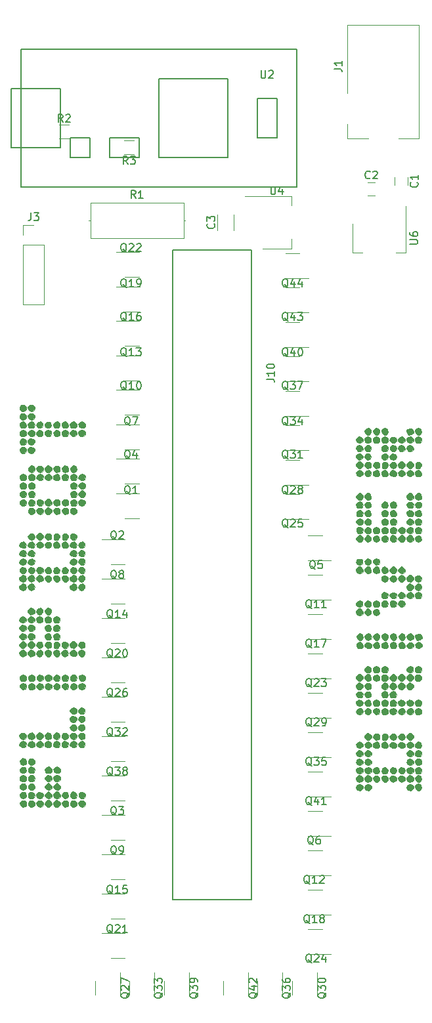
<source format=gto>
G04 #@! TF.FileFunction,Legend,Top*
%FSLAX46Y46*%
G04 Gerber Fmt 4.6, Leading zero omitted, Abs format (unit mm)*
G04 Created by KiCad (PCBNEW 4.0.6) date Monday, September 25, 2017 'AMt' 01:13:48 AM*
%MOMM*%
%LPD*%
G01*
G04 APERTURE LIST*
%ADD10C,0.100000*%
%ADD11C,0.120000*%
%ADD12C,0.150000*%
%ADD13C,0.010000*%
G04 APERTURE END LIST*
D10*
D11*
X163040000Y-61040000D02*
X163040000Y-52240000D01*
X163040000Y-52240000D02*
X172240000Y-52240000D01*
X165740000Y-66940000D02*
X163040000Y-66940000D01*
X163040000Y-66940000D02*
X163040000Y-65040000D01*
X172240000Y-52240000D02*
X172240000Y-66940000D01*
X172240000Y-66940000D02*
X169640000Y-66940000D01*
D12*
X120904000Y-68072000D02*
X119634000Y-68072000D01*
X119634000Y-68072000D02*
X119634000Y-60452000D01*
X119634000Y-60452000D02*
X120904000Y-60452000D01*
X132334000Y-69342000D02*
X136144000Y-69342000D01*
X136144000Y-69342000D02*
X136144000Y-66802000D01*
X136144000Y-66802000D02*
X132334000Y-66802000D01*
X132334000Y-66802000D02*
X132334000Y-69342000D01*
X125984000Y-68072000D02*
X125984000Y-60452000D01*
X125984000Y-60452000D02*
X120904000Y-60452000D01*
X125984000Y-68072000D02*
X120904000Y-68072000D01*
X127254000Y-69342000D02*
X129794000Y-69342000D01*
X129794000Y-69342000D02*
X129794000Y-66802000D01*
X129794000Y-66802000D02*
X127254000Y-66802000D01*
X127254000Y-66802000D02*
X127254000Y-69342000D01*
X153924000Y-61722000D02*
X153924000Y-66802000D01*
X153924000Y-66802000D02*
X151384000Y-66802000D01*
X151384000Y-66802000D02*
X151384000Y-61722000D01*
X151384000Y-61722000D02*
X153924000Y-61722000D01*
X147574000Y-69342000D02*
X147574000Y-59182000D01*
X138684000Y-59182000D02*
X138684000Y-69342000D01*
X147574000Y-59182000D02*
X138684000Y-59182000D01*
X147574000Y-69342000D02*
X138684000Y-69342000D01*
X120904000Y-55372000D02*
X156464000Y-55372000D01*
X156464000Y-55372000D02*
X156464000Y-73152000D01*
X156464000Y-73152000D02*
X120904000Y-73152000D01*
X120904000Y-73152000D02*
X120904000Y-55372000D01*
D11*
X155834000Y-81134000D02*
X155834000Y-79874000D01*
X155834000Y-74314000D02*
X155834000Y-75574000D01*
X152074000Y-81134000D02*
X155834000Y-81134000D01*
X149824000Y-74314000D02*
X155834000Y-74314000D01*
X163722000Y-81666000D02*
X164982000Y-81666000D01*
X170542000Y-81666000D02*
X169282000Y-81666000D01*
X163722000Y-77906000D02*
X163722000Y-81666000D01*
X170542000Y-75656000D02*
X170542000Y-81666000D01*
X121225000Y-88325000D02*
X123885000Y-88325000D01*
X121225000Y-80645000D02*
X121225000Y-88325000D01*
X123885000Y-80645000D02*
X123885000Y-88325000D01*
X121225000Y-80645000D02*
X123885000Y-80645000D01*
X121225000Y-79375000D02*
X121225000Y-78045000D01*
X121225000Y-78045000D02*
X122555000Y-78045000D01*
X170776000Y-72890000D02*
X170776000Y-71890000D01*
X169076000Y-71890000D02*
X169076000Y-72890000D01*
X166616000Y-72556000D02*
X165616000Y-72556000D01*
X165616000Y-74256000D02*
X166616000Y-74256000D01*
X134355000Y-115910000D02*
X136155000Y-115910000D01*
X136155000Y-112690000D02*
X133205000Y-112690000D01*
X132513500Y-121815500D02*
X134313500Y-121815500D01*
X134313500Y-118595500D02*
X131363500Y-118595500D01*
X132513500Y-157375500D02*
X134313500Y-157375500D01*
X134313500Y-154155500D02*
X131363500Y-154155500D01*
X134355000Y-111465000D02*
X136155000Y-111465000D01*
X136155000Y-108245000D02*
X133205000Y-108245000D01*
X159777000Y-118151000D02*
X157977000Y-118151000D01*
X157977000Y-121371000D02*
X160927000Y-121371000D01*
X159777000Y-153711000D02*
X157977000Y-153711000D01*
X157977000Y-156931000D02*
X160927000Y-156931000D01*
X134355000Y-107020000D02*
X136155000Y-107020000D01*
X136155000Y-103800000D02*
X133205000Y-103800000D01*
X132513500Y-126895500D02*
X134313500Y-126895500D01*
X134313500Y-123675500D02*
X131363500Y-123675500D01*
X132513500Y-162455500D02*
X134313500Y-162455500D01*
X134313500Y-159235500D02*
X131363500Y-159235500D01*
X134355000Y-102575000D02*
X136155000Y-102575000D01*
X136155000Y-99355000D02*
X133205000Y-99355000D01*
X159777000Y-123231000D02*
X157977000Y-123231000D01*
X157977000Y-126451000D02*
X160927000Y-126451000D01*
X159777000Y-158791000D02*
X157977000Y-158791000D01*
X157977000Y-162011000D02*
X160927000Y-162011000D01*
X134355000Y-98130000D02*
X136155000Y-98130000D01*
X136155000Y-94910000D02*
X133205000Y-94910000D01*
X132513500Y-131975500D02*
X134313500Y-131975500D01*
X134313500Y-128755500D02*
X131363500Y-128755500D01*
X132513500Y-167535500D02*
X134313500Y-167535500D01*
X134313500Y-164315500D02*
X131363500Y-164315500D01*
X134355000Y-93685000D02*
X136155000Y-93685000D01*
X136155000Y-90465000D02*
X133205000Y-90465000D01*
X159777000Y-128311000D02*
X157977000Y-128311000D01*
X157977000Y-131531000D02*
X160927000Y-131531000D01*
X159777000Y-163871000D02*
X157977000Y-163871000D01*
X157977000Y-167091000D02*
X160927000Y-167091000D01*
X134355000Y-89240000D02*
X136155000Y-89240000D01*
X136155000Y-86020000D02*
X133205000Y-86020000D01*
X132513500Y-137055500D02*
X134313500Y-137055500D01*
X134313500Y-133835500D02*
X131363500Y-133835500D01*
X132513500Y-172615500D02*
X134313500Y-172615500D01*
X134313500Y-169395500D02*
X131363500Y-169395500D01*
X134355000Y-84795000D02*
X136155000Y-84795000D01*
X136155000Y-81575000D02*
X133205000Y-81575000D01*
X159777000Y-133391000D02*
X157977000Y-133391000D01*
X157977000Y-136611000D02*
X160927000Y-136611000D01*
X159777000Y-168951000D02*
X157977000Y-168951000D01*
X157977000Y-172171000D02*
X160927000Y-172171000D01*
X156856000Y-112817000D02*
X155056000Y-112817000D01*
X155056000Y-116037000D02*
X158006000Y-116037000D01*
X132513500Y-142135500D02*
X134313500Y-142135500D01*
X134313500Y-138915500D02*
X131363500Y-138915500D01*
X130470000Y-175630000D02*
X130470000Y-177430000D01*
X133690000Y-177430000D02*
X133690000Y-174480000D01*
X156856000Y-108372000D02*
X155056000Y-108372000D01*
X155056000Y-111592000D02*
X158006000Y-111592000D01*
X159777000Y-138471000D02*
X157977000Y-138471000D01*
X157977000Y-141691000D02*
X160927000Y-141691000D01*
X155870000Y-175630000D02*
X155870000Y-177430000D01*
X159090000Y-177430000D02*
X159090000Y-174480000D01*
X156856000Y-103927000D02*
X155056000Y-103927000D01*
X155056000Y-107147000D02*
X158006000Y-107147000D01*
X132513500Y-147215500D02*
X134313500Y-147215500D01*
X134313500Y-143995500D02*
X131363500Y-143995500D01*
X134915000Y-175630000D02*
X134915000Y-177430000D01*
X138135000Y-177430000D02*
X138135000Y-174480000D01*
X156856000Y-99482000D02*
X155056000Y-99482000D01*
X155056000Y-102702000D02*
X158006000Y-102702000D01*
X159777000Y-143551000D02*
X157977000Y-143551000D01*
X157977000Y-146771000D02*
X160927000Y-146771000D01*
X151425000Y-175630000D02*
X151425000Y-177430000D01*
X154645000Y-177430000D02*
X154645000Y-174480000D01*
X156856000Y-95037000D02*
X155056000Y-95037000D01*
X155056000Y-98257000D02*
X158006000Y-98257000D01*
X132513500Y-152295500D02*
X134313500Y-152295500D01*
X134313500Y-149075500D02*
X131363500Y-149075500D01*
X139360000Y-175630000D02*
X139360000Y-177430000D01*
X142580000Y-177430000D02*
X142580000Y-174480000D01*
X156856000Y-90592000D02*
X155056000Y-90592000D01*
X155056000Y-93812000D02*
X158006000Y-93812000D01*
X159777000Y-148631000D02*
X157977000Y-148631000D01*
X157977000Y-151851000D02*
X160927000Y-151851000D01*
X146980000Y-175630000D02*
X146980000Y-177430000D01*
X150200000Y-177430000D02*
X150200000Y-174480000D01*
X156856000Y-86147000D02*
X155056000Y-86147000D01*
X155056000Y-89367000D02*
X158006000Y-89367000D01*
X156856000Y-81702000D02*
X155056000Y-81702000D01*
X155056000Y-84922000D02*
X158006000Y-84922000D01*
X129880000Y-75160000D02*
X129880000Y-79780000D01*
X129880000Y-79780000D02*
X141900000Y-79780000D01*
X141900000Y-79780000D02*
X141900000Y-75160000D01*
X141900000Y-75160000D02*
X129880000Y-75160000D01*
X129650000Y-77470000D02*
X129880000Y-77470000D01*
X142130000Y-77470000D02*
X141900000Y-77470000D01*
D12*
X140462000Y-81280000D02*
X140462000Y-165100000D01*
X150622000Y-81280000D02*
X150622000Y-165100000D01*
X143002000Y-81280000D02*
X150622000Y-81280000D01*
X143002000Y-165100000D02*
X150622000Y-165100000D01*
X140462000Y-165100000D02*
X143002000Y-165100000D01*
X143002000Y-81280000D02*
X140462000Y-81280000D01*
D11*
X127092000Y-66920000D02*
X125892000Y-66920000D01*
X125892000Y-65160000D02*
X127092000Y-65160000D01*
X134274000Y-67192000D02*
X135474000Y-67192000D01*
X135474000Y-68952000D02*
X134274000Y-68952000D01*
D13*
G36*
X128420748Y-152497267D02*
X128588613Y-152351100D01*
X128802966Y-152295038D01*
X129022878Y-152360589D01*
X129077745Y-152403088D01*
X129222466Y-152626040D01*
X129216197Y-152862510D01*
X129061879Y-153064459D01*
X129036145Y-153082403D01*
X128776491Y-153171257D01*
X128540704Y-153106102D01*
X128388199Y-152933890D01*
X128340301Y-152702032D01*
X128420748Y-152497267D01*
X128420748Y-152497267D01*
G37*
X128420748Y-152497267D02*
X128588613Y-152351100D01*
X128802966Y-152295038D01*
X129022878Y-152360589D01*
X129077745Y-152403088D01*
X129222466Y-152626040D01*
X129216197Y-152862510D01*
X129061879Y-153064459D01*
X129036145Y-153082403D01*
X128776491Y-153171257D01*
X128540704Y-153106102D01*
X128388199Y-152933890D01*
X128340301Y-152702032D01*
X128420748Y-152497267D01*
G36*
X128372043Y-151491686D02*
X128383128Y-151465301D01*
X128551934Y-151264300D01*
X128786240Y-151205686D01*
X129036145Y-151294264D01*
X129206477Y-151489524D01*
X129229081Y-151724558D01*
X129101017Y-151951328D01*
X129077745Y-151973579D01*
X128859998Y-152079846D01*
X128638425Y-152053962D01*
X128455156Y-151926756D01*
X128352319Y-151729054D01*
X128372043Y-151491686D01*
X128372043Y-151491686D01*
G37*
X128372043Y-151491686D02*
X128383128Y-151465301D01*
X128551934Y-151264300D01*
X128786240Y-151205686D01*
X129036145Y-151294264D01*
X129206477Y-151489524D01*
X129229081Y-151724558D01*
X129101017Y-151951328D01*
X129077745Y-151973579D01*
X128859998Y-152079846D01*
X128638425Y-152053962D01*
X128455156Y-151926756D01*
X128352319Y-151729054D01*
X128372043Y-151491686D01*
G36*
X128391881Y-137365032D02*
X128580643Y-137231274D01*
X128773206Y-137202333D01*
X129036091Y-137264007D01*
X129198655Y-137420621D01*
X129241865Y-137629567D01*
X129146685Y-137848234D01*
X129088833Y-137908878D01*
X128848594Y-138035939D01*
X128612668Y-138003872D01*
X128429275Y-137833865D01*
X128335288Y-137577165D01*
X128391881Y-137365032D01*
X128391881Y-137365032D01*
G37*
X128391881Y-137365032D02*
X128580643Y-137231274D01*
X128773206Y-137202333D01*
X129036091Y-137264007D01*
X129198655Y-137420621D01*
X129241865Y-137629567D01*
X129146685Y-137848234D01*
X129088833Y-137908878D01*
X128848594Y-138035939D01*
X128612668Y-138003872D01*
X128429275Y-137833865D01*
X128335288Y-137577165D01*
X128391881Y-137365032D01*
G36*
X128409093Y-136284734D02*
X128599815Y-136143837D01*
X128838521Y-136102963D01*
X129063517Y-136170675D01*
X129202422Y-136341545D01*
X129235059Y-136562755D01*
X129141254Y-136781485D01*
X129110619Y-136815286D01*
X128886851Y-136936247D01*
X128644804Y-136915724D01*
X128447038Y-136759933D01*
X128439364Y-136748597D01*
X128349241Y-136496623D01*
X128409093Y-136284734D01*
X128409093Y-136284734D01*
G37*
X128409093Y-136284734D02*
X128599815Y-136143837D01*
X128838521Y-136102963D01*
X129063517Y-136170675D01*
X129202422Y-136341545D01*
X129235059Y-136562755D01*
X129141254Y-136781485D01*
X129110619Y-136815286D01*
X128886851Y-136936247D01*
X128644804Y-136915724D01*
X128447038Y-136759933D01*
X128439364Y-136748597D01*
X128349241Y-136496623D01*
X128409093Y-136284734D01*
G36*
X128393835Y-113661481D02*
X128543948Y-113505411D01*
X128760051Y-113445478D01*
X129007723Y-113515389D01*
X129036145Y-113532931D01*
X129206068Y-113728640D01*
X129230394Y-113964276D01*
X129104963Y-114186987D01*
X129088833Y-114202211D01*
X128848594Y-114329272D01*
X128612668Y-114297206D01*
X128429275Y-114127199D01*
X128344137Y-113879980D01*
X128393835Y-113661481D01*
X128393835Y-113661481D01*
G37*
X128393835Y-113661481D02*
X128543948Y-113505411D01*
X128760051Y-113445478D01*
X129007723Y-113515389D01*
X129036145Y-113532931D01*
X129206068Y-113728640D01*
X129230394Y-113964276D01*
X129104963Y-114186987D01*
X129088833Y-114202211D01*
X128848594Y-114329272D01*
X128612668Y-114297206D01*
X128429275Y-114127199D01*
X128344137Y-113879980D01*
X128393835Y-113661481D01*
G36*
X128377722Y-112603228D02*
X128530189Y-112438860D01*
X128704180Y-112326957D01*
X128778000Y-112310333D01*
X128952855Y-112379072D01*
X129124622Y-112542033D01*
X129232250Y-112734335D01*
X129243667Y-112805211D01*
X129184178Y-112981907D01*
X129088833Y-113101545D01*
X128894811Y-113213007D01*
X128754967Y-113241667D01*
X128574529Y-113171078D01*
X128408425Y-113003087D01*
X128316640Y-112803351D01*
X128312333Y-112757161D01*
X128377722Y-112603228D01*
X128377722Y-112603228D01*
G37*
X128377722Y-112603228D02*
X128530189Y-112438860D01*
X128704180Y-112326957D01*
X128778000Y-112310333D01*
X128952855Y-112379072D01*
X129124622Y-112542033D01*
X129232250Y-112734335D01*
X129243667Y-112805211D01*
X129184178Y-112981907D01*
X129088833Y-113101545D01*
X128894811Y-113213007D01*
X128754967Y-113241667D01*
X128574529Y-113171078D01*
X128408425Y-113003087D01*
X128316640Y-112803351D01*
X128312333Y-112757161D01*
X128377722Y-112603228D01*
G36*
X128387392Y-111488283D02*
X128574219Y-111351753D01*
X128815289Y-111294398D01*
X128823402Y-111294333D01*
X129058458Y-111362924D01*
X129203236Y-111534171D01*
X129236892Y-111756292D01*
X129138585Y-111977500D01*
X129110619Y-112007953D01*
X128899539Y-112117491D01*
X128663261Y-112100102D01*
X128455137Y-111978869D01*
X128328518Y-111776876D01*
X128312333Y-111662542D01*
X128387392Y-111488283D01*
X128387392Y-111488283D01*
G37*
X128387392Y-111488283D02*
X128574219Y-111351753D01*
X128815289Y-111294398D01*
X128823402Y-111294333D01*
X129058458Y-111362924D01*
X129203236Y-111534171D01*
X129236892Y-111756292D01*
X129138585Y-111977500D01*
X129110619Y-112007953D01*
X128899539Y-112117491D01*
X128663261Y-112100102D01*
X128455137Y-111978869D01*
X128328518Y-111776876D01*
X128312333Y-111662542D01*
X128387392Y-111488283D01*
G36*
X128356454Y-110532662D02*
X128431547Y-110405333D01*
X128616528Y-110244919D01*
X128841314Y-110206124D01*
X129054330Y-110275506D01*
X129204004Y-110439623D01*
X129243667Y-110617000D01*
X129186404Y-110803309D01*
X129110619Y-110907286D01*
X128885770Y-111029543D01*
X128643842Y-111006279D01*
X128442083Y-110844124D01*
X128431547Y-110828667D01*
X128341965Y-110662957D01*
X128356454Y-110532662D01*
X128356454Y-110532662D01*
G37*
X128356454Y-110532662D02*
X128431547Y-110405333D01*
X128616528Y-110244919D01*
X128841314Y-110206124D01*
X129054330Y-110275506D01*
X129204004Y-110439623D01*
X129243667Y-110617000D01*
X129186404Y-110803309D01*
X129110619Y-110907286D01*
X128885770Y-111029543D01*
X128643842Y-111006279D01*
X128442083Y-110844124D01*
X128431547Y-110828667D01*
X128341965Y-110662957D01*
X128356454Y-110532662D01*
G36*
X128335192Y-104793531D02*
X128472579Y-104615315D01*
X128710586Y-104524747D01*
X128778000Y-104521000D01*
X129033235Y-104566822D01*
X129156021Y-104684767D01*
X129232676Y-104869509D01*
X129210027Y-105020026D01*
X129111866Y-105179495D01*
X128914017Y-105333446D01*
X128670631Y-105354311D01*
X128447429Y-105236654D01*
X128445381Y-105234619D01*
X128319201Y-105014823D01*
X128335192Y-104793531D01*
X128335192Y-104793531D01*
G37*
X128335192Y-104793531D02*
X128472579Y-104615315D01*
X128710586Y-104524747D01*
X128778000Y-104521000D01*
X129033235Y-104566822D01*
X129156021Y-104684767D01*
X129232676Y-104869509D01*
X129210027Y-105020026D01*
X129111866Y-105179495D01*
X128914017Y-105333446D01*
X128670631Y-105354311D01*
X128447429Y-105236654D01*
X128445381Y-105234619D01*
X128319201Y-105014823D01*
X128335192Y-104793531D01*
G36*
X128453477Y-103563626D02*
X128636769Y-103449651D01*
X128851842Y-103434101D01*
X129053775Y-103540092D01*
X129111866Y-103608506D01*
X129226545Y-103821633D01*
X129214329Y-103996386D01*
X129134096Y-104130482D01*
X128970421Y-104241388D01*
X128733458Y-104252498D01*
X128510460Y-104198234D01*
X128389547Y-104062669D01*
X128361919Y-103994397D01*
X128346886Y-103752913D01*
X128453477Y-103563626D01*
X128453477Y-103563626D01*
G37*
X128453477Y-103563626D02*
X128636769Y-103449651D01*
X128851842Y-103434101D01*
X129053775Y-103540092D01*
X129111866Y-103608506D01*
X129226545Y-103821633D01*
X129214329Y-103996386D01*
X129134096Y-104130482D01*
X128970421Y-104241388D01*
X128733458Y-104252498D01*
X128510460Y-104198234D01*
X128389547Y-104062669D01*
X128361919Y-103994397D01*
X128346886Y-103752913D01*
X128453477Y-103563626D01*
G36*
X128383679Y-144862899D02*
X128559734Y-144713879D01*
X128783521Y-144653879D01*
X128998064Y-144707501D01*
X129057400Y-144754600D01*
X129142319Y-144937972D01*
X129148793Y-145176582D01*
X129076821Y-145375605D01*
X129057400Y-145398067D01*
X128858505Y-145494807D01*
X128631469Y-145469764D01*
X128433269Y-145347542D01*
X128320879Y-145152745D01*
X128312333Y-145076333D01*
X128383679Y-144862899D01*
X128383679Y-144862899D01*
G37*
X128383679Y-144862899D02*
X128559734Y-144713879D01*
X128783521Y-144653879D01*
X128998064Y-144707501D01*
X129057400Y-144754600D01*
X129142319Y-144937972D01*
X129148793Y-145176582D01*
X129076821Y-145375605D01*
X129057400Y-145398067D01*
X128858505Y-145494807D01*
X128631469Y-145469764D01*
X128433269Y-145347542D01*
X128320879Y-145152745D01*
X128312333Y-145076333D01*
X128383679Y-144862899D01*
G36*
X128392668Y-143763991D02*
X128548232Y-143619311D01*
X128769611Y-143576116D01*
X128886397Y-143601933D01*
X129049138Y-143693586D01*
X129124325Y-143856304D01*
X129142914Y-143997876D01*
X129142089Y-144220109D01*
X129070857Y-144343860D01*
X128955883Y-144410510D01*
X128762402Y-144462247D01*
X128579706Y-144399336D01*
X128527468Y-144366725D01*
X128361626Y-144181719D01*
X128323580Y-143966134D01*
X128392668Y-143763991D01*
X128392668Y-143763991D01*
G37*
X128392668Y-143763991D02*
X128548232Y-143619311D01*
X128769611Y-143576116D01*
X128886397Y-143601933D01*
X129049138Y-143693586D01*
X129124325Y-143856304D01*
X129142914Y-143997876D01*
X129142089Y-144220109D01*
X129070857Y-144343860D01*
X128955883Y-144410510D01*
X128762402Y-144462247D01*
X128579706Y-144399336D01*
X128527468Y-144366725D01*
X128361626Y-144181719D01*
X128323580Y-143966134D01*
X128392668Y-143763991D01*
G36*
X128385781Y-142692325D02*
X128568605Y-142537218D01*
X128804525Y-142486817D01*
X128950801Y-142522508D01*
X129099962Y-142632436D01*
X129155414Y-142816308D01*
X129159000Y-142917333D01*
X129129873Y-143145510D01*
X129019787Y-143275560D01*
X128950801Y-143312159D01*
X128710142Y-143342925D01*
X128488167Y-143247707D01*
X128341156Y-143061305D01*
X128312333Y-142917333D01*
X128385781Y-142692325D01*
X128385781Y-142692325D01*
G37*
X128385781Y-142692325D02*
X128568605Y-142537218D01*
X128804525Y-142486817D01*
X128950801Y-142522508D01*
X129099962Y-142632436D01*
X129155414Y-142816308D01*
X129159000Y-142917333D01*
X129129873Y-143145510D01*
X129019787Y-143275560D01*
X128950801Y-143312159D01*
X128710142Y-143342925D01*
X128488167Y-143247707D01*
X128341156Y-143061305D01*
X128312333Y-142917333D01*
X128385781Y-142692325D01*
G36*
X128364436Y-141680656D02*
X128490870Y-141497087D01*
X128685202Y-141390621D01*
X128915642Y-141401932D01*
X128978957Y-141429935D01*
X129116410Y-141585422D01*
X129166418Y-141811471D01*
X129127479Y-142037551D01*
X128998093Y-142193132D01*
X128995233Y-142194688D01*
X128745972Y-142276294D01*
X128542471Y-142209068D01*
X128442421Y-142116412D01*
X128337690Y-141900656D01*
X128364436Y-141680656D01*
X128364436Y-141680656D01*
G37*
X128364436Y-141680656D02*
X128490870Y-141497087D01*
X128685202Y-141390621D01*
X128915642Y-141401932D01*
X128978957Y-141429935D01*
X129116410Y-141585422D01*
X129166418Y-141811471D01*
X129127479Y-142037551D01*
X128998093Y-142193132D01*
X128995233Y-142194688D01*
X128745972Y-142276294D01*
X128542471Y-142209068D01*
X128442421Y-142116412D01*
X128337690Y-141900656D01*
X128364436Y-141680656D01*
G36*
X128379722Y-140551034D02*
X128548285Y-140387732D01*
X128767615Y-140322991D01*
X128987304Y-140380658D01*
X129057400Y-140436600D01*
X129142319Y-140619972D01*
X129148793Y-140858582D01*
X129076821Y-141057605D01*
X129057400Y-141080067D01*
X128863744Y-141172522D01*
X128636765Y-141151146D01*
X128436060Y-141039219D01*
X128321228Y-140860018D01*
X128312333Y-140789053D01*
X128379722Y-140551034D01*
X128379722Y-140551034D01*
G37*
X128379722Y-140551034D02*
X128548285Y-140387732D01*
X128767615Y-140322991D01*
X128987304Y-140380658D01*
X129057400Y-140436600D01*
X129142319Y-140619972D01*
X129148793Y-140858582D01*
X129076821Y-141057605D01*
X129057400Y-141080067D01*
X128863744Y-141172522D01*
X128636765Y-141151146D01*
X128436060Y-141039219D01*
X128321228Y-140860018D01*
X128312333Y-140789053D01*
X128379722Y-140551034D01*
G36*
X128401257Y-133068795D02*
X128580865Y-132921783D01*
X128767114Y-132884333D01*
X128993871Y-132950965D01*
X129130522Y-133118020D01*
X129166135Y-133336236D01*
X129089779Y-133556353D01*
X128947333Y-133696453D01*
X128781624Y-133786035D01*
X128651329Y-133771546D01*
X128524000Y-133696453D01*
X128357721Y-133506583D01*
X128321841Y-133280546D01*
X128401257Y-133068795D01*
X128401257Y-133068795D01*
G37*
X128401257Y-133068795D02*
X128580865Y-132921783D01*
X128767114Y-132884333D01*
X128993871Y-132950965D01*
X129130522Y-133118020D01*
X129166135Y-133336236D01*
X129089779Y-133556353D01*
X128947333Y-133696453D01*
X128781624Y-133786035D01*
X128651329Y-133771546D01*
X128524000Y-133696453D01*
X128357721Y-133506583D01*
X128321841Y-133280546D01*
X128401257Y-133068795D01*
G36*
X128361268Y-132067461D02*
X128484230Y-131908347D01*
X128658235Y-131802837D01*
X128857821Y-131823683D01*
X128886397Y-131833266D01*
X129050524Y-131926458D01*
X129125528Y-132092357D01*
X129142614Y-132224172D01*
X129136423Y-132458377D01*
X129053250Y-132590707D01*
X129000013Y-132624796D01*
X128747977Y-132708809D01*
X128545867Y-132645880D01*
X128452455Y-132560167D01*
X128325230Y-132315648D01*
X128361268Y-132067461D01*
X128361268Y-132067461D01*
G37*
X128361268Y-132067461D02*
X128484230Y-131908347D01*
X128658235Y-131802837D01*
X128857821Y-131823683D01*
X128886397Y-131833266D01*
X129050524Y-131926458D01*
X129125528Y-132092357D01*
X129142614Y-132224172D01*
X129136423Y-132458377D01*
X129053250Y-132590707D01*
X129000013Y-132624796D01*
X128747977Y-132708809D01*
X128545867Y-132645880D01*
X128452455Y-132560167D01*
X128325230Y-132315648D01*
X128361268Y-132067461D01*
G36*
X128357570Y-124647018D02*
X128484288Y-124461488D01*
X128679000Y-124350000D01*
X128894923Y-124341662D01*
X129057400Y-124434600D01*
X129155711Y-124638587D01*
X129137386Y-124882065D01*
X129013084Y-125092861D01*
X128953011Y-125141399D01*
X128713215Y-125218145D01*
X128503272Y-125142421D01*
X128361504Y-124930879D01*
X128345631Y-124877478D01*
X128357570Y-124647018D01*
X128357570Y-124647018D01*
G37*
X128357570Y-124647018D02*
X128484288Y-124461488D01*
X128679000Y-124350000D01*
X128894923Y-124341662D01*
X129057400Y-124434600D01*
X129155711Y-124638587D01*
X129137386Y-124882065D01*
X129013084Y-125092861D01*
X128953011Y-125141399D01*
X128713215Y-125218145D01*
X128503272Y-125142421D01*
X128361504Y-124930879D01*
X128345631Y-124877478D01*
X128357570Y-124647018D01*
G36*
X128357570Y-123546351D02*
X128484288Y-123360822D01*
X128679000Y-123249333D01*
X128894923Y-123240995D01*
X129057400Y-123333933D01*
X129155711Y-123537920D01*
X129137386Y-123781399D01*
X129013084Y-123992194D01*
X128953011Y-124040732D01*
X128713215Y-124117478D01*
X128503272Y-124041754D01*
X128361504Y-123830212D01*
X128345631Y-123776811D01*
X128357570Y-123546351D01*
X128357570Y-123546351D01*
G37*
X128357570Y-123546351D02*
X128484288Y-123360822D01*
X128679000Y-123249333D01*
X128894923Y-123240995D01*
X129057400Y-123333933D01*
X129155711Y-123537920D01*
X129137386Y-123781399D01*
X129013084Y-123992194D01*
X128953011Y-124040732D01*
X128713215Y-124117478D01*
X128503272Y-124041754D01*
X128361504Y-123830212D01*
X128345631Y-123776811D01*
X128357570Y-123546351D01*
G36*
X128361107Y-122469009D02*
X128485855Y-122296969D01*
X128674461Y-122201985D01*
X128893470Y-122222348D01*
X128979888Y-122269814D01*
X129116542Y-122452452D01*
X129158209Y-122693473D01*
X129095960Y-122913226D01*
X129057400Y-122961400D01*
X128856628Y-123055878D01*
X128620682Y-123021095D01*
X128437013Y-122891103D01*
X128333674Y-122679817D01*
X128361107Y-122469009D01*
X128361107Y-122469009D01*
G37*
X128361107Y-122469009D02*
X128485855Y-122296969D01*
X128674461Y-122201985D01*
X128893470Y-122222348D01*
X128979888Y-122269814D01*
X129116542Y-122452452D01*
X129158209Y-122693473D01*
X129095960Y-122913226D01*
X129057400Y-122961400D01*
X128856628Y-123055878D01*
X128620682Y-123021095D01*
X128437013Y-122891103D01*
X128333674Y-122679817D01*
X128361107Y-122469009D01*
G36*
X128367492Y-121380182D02*
X128495029Y-121213366D01*
X128684192Y-121117557D01*
X128900050Y-121126858D01*
X129037120Y-121204583D01*
X129134207Y-121377812D01*
X129152588Y-121612895D01*
X129089497Y-121820336D01*
X129057400Y-121860733D01*
X128856628Y-121955211D01*
X128620682Y-121920428D01*
X128437013Y-121790436D01*
X128336509Y-121583906D01*
X128367492Y-121380182D01*
X128367492Y-121380182D01*
G37*
X128367492Y-121380182D02*
X128495029Y-121213366D01*
X128684192Y-121117557D01*
X128900050Y-121126858D01*
X129037120Y-121204583D01*
X129134207Y-121377812D01*
X129152588Y-121612895D01*
X129089497Y-121820336D01*
X129057400Y-121860733D01*
X128856628Y-121955211D01*
X128620682Y-121920428D01*
X128437013Y-121790436D01*
X128336509Y-121583906D01*
X128367492Y-121380182D01*
G36*
X128381594Y-120226667D02*
X128535242Y-120067473D01*
X128760498Y-120008407D01*
X128984452Y-120061343D01*
X129057400Y-120116600D01*
X129142319Y-120299972D01*
X129148793Y-120538582D01*
X129076821Y-120737605D01*
X129057400Y-120760067D01*
X128901621Y-120835794D01*
X128716918Y-120861667D01*
X128489983Y-120791805D01*
X128355797Y-120611678D01*
X128337693Y-120365471D01*
X128381594Y-120226667D01*
X128381594Y-120226667D01*
G37*
X128381594Y-120226667D02*
X128535242Y-120067473D01*
X128760498Y-120008407D01*
X128984452Y-120061343D01*
X129057400Y-120116600D01*
X129142319Y-120299972D01*
X129148793Y-120538582D01*
X129076821Y-120737605D01*
X129057400Y-120760067D01*
X128901621Y-120835794D01*
X128716918Y-120861667D01*
X128489983Y-120791805D01*
X128355797Y-120611678D01*
X128337693Y-120365471D01*
X128381594Y-120226667D01*
G36*
X128355322Y-119218019D02*
X128437013Y-119086231D01*
X128650700Y-118944790D01*
X128885759Y-118926203D01*
X129057400Y-119015933D01*
X129143444Y-119200010D01*
X129147252Y-119436407D01*
X129071592Y-119635629D01*
X129037120Y-119672084D01*
X128822576Y-119767283D01*
X128612194Y-119735375D01*
X128440904Y-119610461D01*
X128343636Y-119426642D01*
X128355322Y-119218019D01*
X128355322Y-119218019D01*
G37*
X128355322Y-119218019D02*
X128437013Y-119086231D01*
X128650700Y-118944790D01*
X128885759Y-118926203D01*
X129057400Y-119015933D01*
X129143444Y-119200010D01*
X129147252Y-119436407D01*
X129071592Y-119635629D01*
X129037120Y-119672084D01*
X128822576Y-119767283D01*
X128612194Y-119735375D01*
X128440904Y-119610461D01*
X128343636Y-119426642D01*
X128355322Y-119218019D01*
G36*
X127312419Y-152718542D02*
X127356771Y-152490540D01*
X127466585Y-152367703D01*
X127568936Y-152322600D01*
X127813400Y-152305119D01*
X128001439Y-152409131D01*
X128112392Y-152590613D01*
X128125600Y-152805546D01*
X128020402Y-153009907D01*
X127927865Y-153087392D01*
X127733269Y-153178791D01*
X127551263Y-153153154D01*
X127499450Y-153131177D01*
X127357223Y-153037803D01*
X127307420Y-152894524D01*
X127312419Y-152718542D01*
X127312419Y-152718542D01*
G37*
X127312419Y-152718542D02*
X127356771Y-152490540D01*
X127466585Y-152367703D01*
X127568936Y-152322600D01*
X127813400Y-152305119D01*
X128001439Y-152409131D01*
X128112392Y-152590613D01*
X128125600Y-152805546D01*
X128020402Y-153009907D01*
X127927865Y-153087392D01*
X127733269Y-153178791D01*
X127551263Y-153153154D01*
X127499450Y-153131177D01*
X127357223Y-153037803D01*
X127307420Y-152894524D01*
X127312419Y-152718542D01*
G36*
X127350411Y-151441532D02*
X127485013Y-151252031D01*
X127658697Y-151172423D01*
X127664542Y-151172333D01*
X127896080Y-151243208D01*
X128057536Y-151420265D01*
X128125826Y-151650152D01*
X128077865Y-151879518D01*
X128009952Y-151970619D01*
X127793445Y-152090930D01*
X127568112Y-152076092D01*
X127385737Y-151946947D01*
X127298106Y-151724339D01*
X127296333Y-151683402D01*
X127350411Y-151441532D01*
X127350411Y-151441532D01*
G37*
X127350411Y-151441532D02*
X127485013Y-151252031D01*
X127658697Y-151172423D01*
X127664542Y-151172333D01*
X127896080Y-151243208D01*
X128057536Y-151420265D01*
X128125826Y-151650152D01*
X128077865Y-151879518D01*
X128009952Y-151970619D01*
X127793445Y-152090930D01*
X127568112Y-152076092D01*
X127385737Y-151946947D01*
X127298106Y-151724339D01*
X127296333Y-151683402D01*
X127350411Y-151441532D01*
G36*
X127255787Y-144991996D02*
X127330881Y-144864667D01*
X127515862Y-144704253D01*
X127740647Y-144665457D01*
X127953663Y-144734839D01*
X128103337Y-144898956D01*
X128143000Y-145076333D01*
X128085738Y-145262642D01*
X128009952Y-145366619D01*
X127785103Y-145488876D01*
X127543175Y-145465613D01*
X127341416Y-145303457D01*
X127330881Y-145288000D01*
X127241298Y-145122291D01*
X127255787Y-144991996D01*
X127255787Y-144991996D01*
G37*
X127255787Y-144991996D02*
X127330881Y-144864667D01*
X127515862Y-144704253D01*
X127740647Y-144665457D01*
X127953663Y-144734839D01*
X128103337Y-144898956D01*
X128143000Y-145076333D01*
X128085738Y-145262642D01*
X128009952Y-145366619D01*
X127785103Y-145488876D01*
X127543175Y-145465613D01*
X127341416Y-145303457D01*
X127330881Y-145288000D01*
X127241298Y-145122291D01*
X127255787Y-144991996D01*
G36*
X127320082Y-143776600D02*
X127487946Y-143630433D01*
X127702299Y-143574372D01*
X127922211Y-143639922D01*
X127977078Y-143682421D01*
X128121799Y-143905373D01*
X128115530Y-144141843D01*
X127961212Y-144343793D01*
X127935479Y-144361736D01*
X127675824Y-144450591D01*
X127440038Y-144385435D01*
X127287533Y-144213223D01*
X127239634Y-143981366D01*
X127320082Y-143776600D01*
X127320082Y-143776600D01*
G37*
X127320082Y-143776600D02*
X127487946Y-143630433D01*
X127702299Y-143574372D01*
X127922211Y-143639922D01*
X127977078Y-143682421D01*
X128121799Y-143905373D01*
X128115530Y-144141843D01*
X127961212Y-144343793D01*
X127935479Y-144361736D01*
X127675824Y-144450591D01*
X127440038Y-144385435D01*
X127287533Y-144213223D01*
X127239634Y-143981366D01*
X127320082Y-143776600D01*
G36*
X127335697Y-142651946D02*
X127527469Y-142501980D01*
X127549318Y-142494322D01*
X127778477Y-142498164D01*
X127990666Y-142618431D01*
X128124554Y-142811423D01*
X128143000Y-142917333D01*
X128065664Y-143137595D01*
X127935479Y-143261070D01*
X127675824Y-143349924D01*
X127440038Y-143284769D01*
X127287533Y-143112556D01*
X127246264Y-142877798D01*
X127335697Y-142651946D01*
X127335697Y-142651946D01*
G37*
X127335697Y-142651946D02*
X127527469Y-142501980D01*
X127549318Y-142494322D01*
X127778477Y-142498164D01*
X127990666Y-142618431D01*
X128124554Y-142811423D01*
X128143000Y-142917333D01*
X128065664Y-143137595D01*
X127935479Y-143261070D01*
X127675824Y-143349924D01*
X127440038Y-143284769D01*
X127287533Y-143112556D01*
X127246264Y-142877798D01*
X127335697Y-142651946D01*
G36*
X127293169Y-141601481D02*
X127443281Y-141445411D01*
X127659385Y-141385478D01*
X127907056Y-141455389D01*
X127935479Y-141472931D01*
X128105401Y-141668640D01*
X128129727Y-141904276D01*
X128004296Y-142126987D01*
X127988166Y-142142211D01*
X127747928Y-142269272D01*
X127512001Y-142237206D01*
X127328608Y-142067199D01*
X127243470Y-141819980D01*
X127293169Y-141601481D01*
X127293169Y-141601481D01*
G37*
X127293169Y-141601481D02*
X127443281Y-141445411D01*
X127659385Y-141385478D01*
X127907056Y-141455389D01*
X127935479Y-141472931D01*
X128105401Y-141668640D01*
X128129727Y-141904276D01*
X128004296Y-142126987D01*
X127988166Y-142142211D01*
X127747928Y-142269272D01*
X127512001Y-142237206D01*
X127328608Y-142067199D01*
X127243470Y-141819980D01*
X127293169Y-141601481D01*
G36*
X127286725Y-140528949D02*
X127473552Y-140392420D01*
X127714622Y-140335065D01*
X127722735Y-140335000D01*
X127957792Y-140403590D01*
X128102569Y-140574838D01*
X128136226Y-140796958D01*
X128037919Y-141018166D01*
X128009952Y-141048619D01*
X127798872Y-141158158D01*
X127562594Y-141140768D01*
X127354470Y-141019535D01*
X127227852Y-140817543D01*
X127211667Y-140703209D01*
X127286725Y-140528949D01*
X127286725Y-140528949D01*
G37*
X127286725Y-140528949D02*
X127473552Y-140392420D01*
X127714622Y-140335065D01*
X127722735Y-140335000D01*
X127957792Y-140403590D01*
X128102569Y-140574838D01*
X128136226Y-140796958D01*
X128037919Y-141018166D01*
X128009952Y-141048619D01*
X127798872Y-141158158D01*
X127562594Y-141140768D01*
X127354470Y-141019535D01*
X127227852Y-140817543D01*
X127211667Y-140703209D01*
X127286725Y-140528949D01*
G36*
X127341067Y-137410891D02*
X127498504Y-137247815D01*
X127727055Y-137202333D01*
X127964652Y-137268288D01*
X128103579Y-137434155D01*
X128127613Y-137651942D01*
X128020531Y-137873658D01*
X127971103Y-137924320D01*
X127752531Y-138029408D01*
X127532582Y-137997032D01*
X127366376Y-137847400D01*
X127311382Y-137682489D01*
X127341067Y-137410891D01*
X127341067Y-137410891D01*
G37*
X127341067Y-137410891D02*
X127498504Y-137247815D01*
X127727055Y-137202333D01*
X127964652Y-137268288D01*
X128103579Y-137434155D01*
X128127613Y-137651942D01*
X128020531Y-137873658D01*
X127971103Y-137924320D01*
X127752531Y-138029408D01*
X127532582Y-137997032D01*
X127366376Y-137847400D01*
X127311382Y-137682489D01*
X127341067Y-137410891D01*
G36*
X127378512Y-136225729D02*
X127397933Y-136203267D01*
X127585548Y-136111868D01*
X127814194Y-136114079D01*
X128004675Y-136202412D01*
X128055354Y-136265434D01*
X128137848Y-136531701D01*
X128064963Y-136751830D01*
X128009952Y-136815286D01*
X127802226Y-136928048D01*
X127564503Y-136932929D01*
X127397933Y-136846733D01*
X127313014Y-136663362D01*
X127306540Y-136424752D01*
X127378512Y-136225729D01*
X127378512Y-136225729D01*
G37*
X127378512Y-136225729D02*
X127397933Y-136203267D01*
X127585548Y-136111868D01*
X127814194Y-136114079D01*
X128004675Y-136202412D01*
X128055354Y-136265434D01*
X128137848Y-136531701D01*
X128064963Y-136751830D01*
X128009952Y-136815286D01*
X127802226Y-136928048D01*
X127564503Y-136932929D01*
X127397933Y-136846733D01*
X127313014Y-136663362D01*
X127306540Y-136424752D01*
X127378512Y-136225729D01*
G36*
X127284710Y-133117857D02*
X127461394Y-132959771D01*
X127678048Y-132885105D01*
X127700366Y-132884333D01*
X127877207Y-132953607D01*
X128044178Y-133116971D01*
X128138255Y-133307743D01*
X128143000Y-133352657D01*
X128096903Y-133489841D01*
X128030564Y-133598401D01*
X127844831Y-133732943D01*
X127617988Y-133745320D01*
X127402641Y-133654406D01*
X127251393Y-133479073D01*
X127211667Y-133304607D01*
X127284710Y-133117857D01*
X127284710Y-133117857D01*
G37*
X127284710Y-133117857D02*
X127461394Y-132959771D01*
X127678048Y-132885105D01*
X127700366Y-132884333D01*
X127877207Y-132953607D01*
X128044178Y-133116971D01*
X128138255Y-133307743D01*
X128143000Y-133352657D01*
X128096903Y-133489841D01*
X128030564Y-133598401D01*
X127844831Y-133732943D01*
X127617988Y-133745320D01*
X127402641Y-133654406D01*
X127251393Y-133479073D01*
X127211667Y-133304607D01*
X127284710Y-133117857D01*
G36*
X127283355Y-132050248D02*
X127455293Y-131875014D01*
X127662791Y-131785806D01*
X127696172Y-131783667D01*
X127850105Y-131849056D01*
X128014473Y-132001522D01*
X128126376Y-132175514D01*
X128143000Y-132249333D01*
X128086952Y-132399571D01*
X127973667Y-132545667D01*
X127813247Y-132670685D01*
X127696172Y-132715000D01*
X127489032Y-132646099D01*
X127306709Y-132480847D01*
X127213892Y-132281417D01*
X127211667Y-132249333D01*
X127283355Y-132050248D01*
X127283355Y-132050248D01*
G37*
X127283355Y-132050248D02*
X127455293Y-131875014D01*
X127662791Y-131785806D01*
X127696172Y-131783667D01*
X127850105Y-131849056D01*
X128014473Y-132001522D01*
X128126376Y-132175514D01*
X128143000Y-132249333D01*
X128086952Y-132399571D01*
X127973667Y-132545667D01*
X127813247Y-132670685D01*
X127696172Y-132715000D01*
X127489032Y-132646099D01*
X127306709Y-132480847D01*
X127213892Y-132281417D01*
X127211667Y-132249333D01*
X127283355Y-132050248D01*
G36*
X127326464Y-124551645D02*
X127333597Y-124540521D01*
X127517726Y-124373695D01*
X127728190Y-124339679D01*
X127925865Y-124415112D01*
X128071629Y-124576635D01*
X128126357Y-124800887D01*
X128086603Y-124990137D01*
X127939311Y-125153855D01*
X127708063Y-125216732D01*
X127520788Y-125184529D01*
X127312205Y-125031516D01*
X127243640Y-124807515D01*
X127326464Y-124551645D01*
X127326464Y-124551645D01*
G37*
X127326464Y-124551645D02*
X127333597Y-124540521D01*
X127517726Y-124373695D01*
X127728190Y-124339679D01*
X127925865Y-124415112D01*
X128071629Y-124576635D01*
X128126357Y-124800887D01*
X128086603Y-124990137D01*
X127939311Y-125153855D01*
X127708063Y-125216732D01*
X127520788Y-125184529D01*
X127312205Y-125031516D01*
X127243640Y-124807515D01*
X127326464Y-124551645D01*
G36*
X127326464Y-123450979D02*
X127333597Y-123439855D01*
X127517726Y-123273029D01*
X127728190Y-123239012D01*
X127925865Y-123314446D01*
X128071629Y-123475968D01*
X128126357Y-123700221D01*
X128086603Y-123889470D01*
X127939311Y-124053188D01*
X127708063Y-124116065D01*
X127520788Y-124083862D01*
X127312205Y-123930849D01*
X127243640Y-123706848D01*
X127326464Y-123450979D01*
X127326464Y-123450979D01*
G37*
X127326464Y-123450979D02*
X127333597Y-123439855D01*
X127517726Y-123273029D01*
X127728190Y-123239012D01*
X127925865Y-123314446D01*
X128071629Y-123475968D01*
X128126357Y-123700221D01*
X128086603Y-123889470D01*
X127939311Y-124053188D01*
X127708063Y-124116065D01*
X127520788Y-124083862D01*
X127312205Y-123930849D01*
X127243640Y-123706848D01*
X127326464Y-123450979D01*
G36*
X127266711Y-122463141D02*
X127282508Y-122424532D01*
X127436224Y-122251358D01*
X127649129Y-122194670D01*
X127870981Y-122241730D01*
X128051542Y-122379798D01*
X128140572Y-122596135D01*
X128143000Y-122642727D01*
X128084099Y-122805746D01*
X127988166Y-122922878D01*
X127762362Y-123039064D01*
X127536669Y-123022479D01*
X127351733Y-122901828D01*
X127248199Y-122705814D01*
X127266711Y-122463141D01*
X127266711Y-122463141D01*
G37*
X127266711Y-122463141D02*
X127282508Y-122424532D01*
X127436224Y-122251358D01*
X127649129Y-122194670D01*
X127870981Y-122241730D01*
X128051542Y-122379798D01*
X128140572Y-122596135D01*
X128143000Y-122642727D01*
X128084099Y-122805746D01*
X127988166Y-122922878D01*
X127762362Y-123039064D01*
X127536669Y-123022479D01*
X127351733Y-122901828D01*
X127248199Y-122705814D01*
X127266711Y-122463141D01*
G36*
X127255787Y-121454662D02*
X127330881Y-121327333D01*
X127523833Y-121153842D01*
X127749855Y-121112703D01*
X127960080Y-121189758D01*
X128105644Y-121370849D01*
X128143000Y-121562645D01*
X128084846Y-121708398D01*
X127988166Y-121822211D01*
X127748405Y-121948943D01*
X127512663Y-121917919D01*
X127330881Y-121750667D01*
X127241298Y-121584957D01*
X127255787Y-121454662D01*
X127255787Y-121454662D01*
G37*
X127255787Y-121454662D02*
X127330881Y-121327333D01*
X127523833Y-121153842D01*
X127749855Y-121112703D01*
X127960080Y-121189758D01*
X128105644Y-121370849D01*
X128143000Y-121562645D01*
X128084846Y-121708398D01*
X127988166Y-121822211D01*
X127748405Y-121948943D01*
X127512663Y-121917919D01*
X127330881Y-121750667D01*
X127241298Y-121584957D01*
X127255787Y-121454662D01*
G36*
X127255787Y-120353996D02*
X127330881Y-120226667D01*
X127520871Y-120046710D01*
X127731852Y-120001895D01*
X127927829Y-120067908D01*
X128072810Y-120220435D01*
X128130800Y-120435160D01*
X128065806Y-120687769D01*
X128051551Y-120713500D01*
X127892599Y-120841092D01*
X127672140Y-120859285D01*
X127453019Y-120773615D01*
X127330881Y-120650000D01*
X127241298Y-120484291D01*
X127255787Y-120353996D01*
X127255787Y-120353996D01*
G37*
X127255787Y-120353996D02*
X127330881Y-120226667D01*
X127520871Y-120046710D01*
X127731852Y-120001895D01*
X127927829Y-120067908D01*
X128072810Y-120220435D01*
X128130800Y-120435160D01*
X128065806Y-120687769D01*
X128051551Y-120713500D01*
X127892599Y-120841092D01*
X127672140Y-120859285D01*
X127453019Y-120773615D01*
X127330881Y-120650000D01*
X127241298Y-120484291D01*
X127255787Y-120353996D01*
G36*
X127255787Y-119253329D02*
X127330881Y-119126000D01*
X127527362Y-118953242D01*
X127762525Y-118926751D01*
X127985480Y-119050832D01*
X128002878Y-119069167D01*
X128128598Y-119291943D01*
X128094270Y-119529627D01*
X128051551Y-119612833D01*
X127892599Y-119740426D01*
X127672140Y-119758618D01*
X127453019Y-119672949D01*
X127330881Y-119549333D01*
X127241298Y-119383624D01*
X127255787Y-119253329D01*
X127255787Y-119253329D01*
G37*
X127255787Y-119253329D02*
X127330881Y-119126000D01*
X127527362Y-118953242D01*
X127762525Y-118926751D01*
X127985480Y-119050832D01*
X128002878Y-119069167D01*
X128128598Y-119291943D01*
X128094270Y-119529627D01*
X128051551Y-119612833D01*
X127892599Y-119740426D01*
X127672140Y-119758618D01*
X127453019Y-119672949D01*
X127330881Y-119549333D01*
X127241298Y-119383624D01*
X127255787Y-119253329D01*
G36*
X127271376Y-118133019D02*
X127282461Y-118106634D01*
X127451268Y-117905633D01*
X127685574Y-117847019D01*
X127935479Y-117935597D01*
X128105810Y-118130857D01*
X128128414Y-118365891D01*
X128000350Y-118592662D01*
X127977078Y-118614913D01*
X127759332Y-118721179D01*
X127537759Y-118695296D01*
X127354489Y-118568089D01*
X127251652Y-118370388D01*
X127271376Y-118133019D01*
X127271376Y-118133019D01*
G37*
X127271376Y-118133019D02*
X127282461Y-118106634D01*
X127451268Y-117905633D01*
X127685574Y-117847019D01*
X127935479Y-117935597D01*
X128105810Y-118130857D01*
X128128414Y-118365891D01*
X128000350Y-118592662D01*
X127977078Y-118614913D01*
X127759332Y-118721179D01*
X127537759Y-118695296D01*
X127354489Y-118568089D01*
X127251652Y-118370388D01*
X127271376Y-118133019D01*
G36*
X127411362Y-114649913D02*
X127569759Y-114561474D01*
X127812486Y-114544629D01*
X128000600Y-114649350D01*
X128112685Y-114831156D01*
X128127325Y-115045566D01*
X128023103Y-115248098D01*
X127935479Y-115321070D01*
X127689569Y-115410272D01*
X127477450Y-115360678D01*
X127342413Y-115184709D01*
X127331365Y-115147720D01*
X127306015Y-114848721D01*
X127411362Y-114649913D01*
X127411362Y-114649913D01*
G37*
X127411362Y-114649913D02*
X127569759Y-114561474D01*
X127812486Y-114544629D01*
X128000600Y-114649350D01*
X128112685Y-114831156D01*
X128127325Y-115045566D01*
X128023103Y-115248098D01*
X127935479Y-115321070D01*
X127689569Y-115410272D01*
X127477450Y-115360678D01*
X127342413Y-115184709D01*
X127331365Y-115147720D01*
X127306015Y-114848721D01*
X127411362Y-114649913D01*
G36*
X127366038Y-113667370D02*
X127508000Y-113530214D01*
X127673709Y-113440632D01*
X127804004Y-113455121D01*
X127931333Y-113530214D01*
X128102439Y-113727299D01*
X128135091Y-113968339D01*
X128022661Y-114196085D01*
X128009952Y-114209286D01*
X127848409Y-114317583D01*
X127750386Y-114342333D01*
X127497789Y-114275858D01*
X127339866Y-114108818D01*
X127291116Y-113889795D01*
X127366038Y-113667370D01*
X127366038Y-113667370D01*
G37*
X127366038Y-113667370D02*
X127508000Y-113530214D01*
X127673709Y-113440632D01*
X127804004Y-113455121D01*
X127931333Y-113530214D01*
X128102439Y-113727299D01*
X128135091Y-113968339D01*
X128022661Y-114196085D01*
X128009952Y-114209286D01*
X127848409Y-114317583D01*
X127750386Y-114342333D01*
X127497789Y-114275858D01*
X127339866Y-114108818D01*
X127291116Y-113889795D01*
X127366038Y-113667370D01*
G36*
X127366038Y-112566704D02*
X127508000Y-112429548D01*
X127673709Y-112339965D01*
X127804004Y-112354454D01*
X127931333Y-112429548D01*
X128102439Y-112626633D01*
X128135091Y-112867673D01*
X128022661Y-113095419D01*
X128009952Y-113108619D01*
X127848409Y-113216916D01*
X127750386Y-113241667D01*
X127497789Y-113175191D01*
X127339866Y-113008151D01*
X127291116Y-112789128D01*
X127366038Y-112566704D01*
X127366038Y-112566704D01*
G37*
X127366038Y-112566704D02*
X127508000Y-112429548D01*
X127673709Y-112339965D01*
X127804004Y-112354454D01*
X127931333Y-112429548D01*
X128102439Y-112626633D01*
X128135091Y-112867673D01*
X128022661Y-113095419D01*
X128009952Y-113108619D01*
X127848409Y-113216916D01*
X127750386Y-113241667D01*
X127497789Y-113175191D01*
X127339866Y-113008151D01*
X127291116Y-112789128D01*
X127366038Y-112566704D01*
G36*
X127357343Y-111459377D02*
X127538809Y-111320023D01*
X127719667Y-111294333D01*
X127926140Y-111331296D01*
X128041400Y-111395933D01*
X128126319Y-111579305D01*
X128132793Y-111817915D01*
X128060821Y-112016938D01*
X128041400Y-112039400D01*
X127883079Y-112117636D01*
X127719667Y-112141000D01*
X127461376Y-112079990D01*
X127322023Y-111898524D01*
X127296333Y-111717667D01*
X127357343Y-111459377D01*
X127357343Y-111459377D01*
G37*
X127357343Y-111459377D02*
X127538809Y-111320023D01*
X127719667Y-111294333D01*
X127926140Y-111331296D01*
X128041400Y-111395933D01*
X128126319Y-111579305D01*
X128132793Y-111817915D01*
X128060821Y-112016938D01*
X128041400Y-112039400D01*
X127883079Y-112117636D01*
X127719667Y-112141000D01*
X127461376Y-112079990D01*
X127322023Y-111898524D01*
X127296333Y-111717667D01*
X127357343Y-111459377D01*
G36*
X127357343Y-110358710D02*
X127538809Y-110219356D01*
X127719667Y-110193667D01*
X127926140Y-110230629D01*
X128041400Y-110295267D01*
X128126319Y-110478638D01*
X128132793Y-110717249D01*
X128060821Y-110916271D01*
X128041400Y-110938733D01*
X127883079Y-111016969D01*
X127719667Y-111040333D01*
X127461376Y-110979324D01*
X127322023Y-110797857D01*
X127296333Y-110617000D01*
X127357343Y-110358710D01*
X127357343Y-110358710D01*
G37*
X127357343Y-110358710D02*
X127538809Y-110219356D01*
X127719667Y-110193667D01*
X127926140Y-110230629D01*
X128041400Y-110295267D01*
X128126319Y-110478638D01*
X128132793Y-110717249D01*
X128060821Y-110916271D01*
X128041400Y-110938733D01*
X127883079Y-111016969D01*
X127719667Y-111040333D01*
X127461376Y-110979324D01*
X127322023Y-110797857D01*
X127296333Y-110617000D01*
X127357343Y-110358710D01*
G36*
X127308040Y-109426174D02*
X127428727Y-109222473D01*
X127643469Y-109104779D01*
X127750386Y-109093000D01*
X127956512Y-109162772D01*
X128086942Y-109335874D01*
X128127787Y-109557983D01*
X128065157Y-109774777D01*
X127954828Y-109892533D01*
X127729782Y-110009061D01*
X127551357Y-109986946D01*
X127429381Y-109891286D01*
X127301546Y-109665805D01*
X127308040Y-109426174D01*
X127308040Y-109426174D01*
G37*
X127308040Y-109426174D02*
X127428727Y-109222473D01*
X127643469Y-109104779D01*
X127750386Y-109093000D01*
X127956512Y-109162772D01*
X128086942Y-109335874D01*
X128127787Y-109557983D01*
X128065157Y-109774777D01*
X127954828Y-109892533D01*
X127729782Y-110009061D01*
X127551357Y-109986946D01*
X127429381Y-109891286D01*
X127301546Y-109665805D01*
X127308040Y-109426174D01*
G36*
X127282508Y-104729199D02*
X127434193Y-104564431D01*
X127649509Y-104510044D01*
X127874919Y-104554172D01*
X128056883Y-104684946D01*
X128141862Y-104890500D01*
X128143000Y-104919929D01*
X128098731Y-105036394D01*
X128011199Y-105179495D01*
X127827306Y-105330483D01*
X127617476Y-105351137D01*
X127422587Y-105266718D01*
X127283517Y-105102485D01*
X127241142Y-104883701D01*
X127282508Y-104729199D01*
X127282508Y-104729199D01*
G37*
X127282508Y-104729199D02*
X127434193Y-104564431D01*
X127649509Y-104510044D01*
X127874919Y-104554172D01*
X128056883Y-104684946D01*
X128141862Y-104890500D01*
X128143000Y-104919929D01*
X128098731Y-105036394D01*
X128011199Y-105179495D01*
X127827306Y-105330483D01*
X127617476Y-105351137D01*
X127422587Y-105266718D01*
X127283517Y-105102485D01*
X127241142Y-104883701D01*
X127282508Y-104729199D01*
G36*
X127325864Y-103617066D02*
X127490345Y-103479412D01*
X127695524Y-103430914D01*
X127900524Y-103496834D01*
X128011199Y-103608506D01*
X128123139Y-103814340D01*
X128115032Y-103988920D01*
X128051551Y-104118833D01*
X127887169Y-104237734D01*
X127671311Y-104267000D01*
X127444415Y-104236102D01*
X127314542Y-104120317D01*
X127282508Y-104058802D01*
X127242959Y-103818616D01*
X127325864Y-103617066D01*
X127325864Y-103617066D01*
G37*
X127325864Y-103617066D02*
X127490345Y-103479412D01*
X127695524Y-103430914D01*
X127900524Y-103496834D01*
X128011199Y-103608506D01*
X128123139Y-103814340D01*
X128115032Y-103988920D01*
X128051551Y-104118833D01*
X127887169Y-104237734D01*
X127671311Y-104267000D01*
X127444415Y-104236102D01*
X127314542Y-104120317D01*
X127282508Y-104058802D01*
X127242959Y-103818616D01*
X127325864Y-103617066D01*
G36*
X126276001Y-152484658D02*
X126431565Y-152339978D01*
X126652945Y-152296783D01*
X126769730Y-152322600D01*
X126932472Y-152414252D01*
X127007658Y-152576970D01*
X127026248Y-152718542D01*
X127025422Y-152940776D01*
X126954190Y-153064527D01*
X126839216Y-153131177D01*
X126645735Y-153182914D01*
X126463039Y-153120003D01*
X126410801Y-153087392D01*
X126244960Y-152902385D01*
X126206913Y-152686800D01*
X126276001Y-152484658D01*
X126276001Y-152484658D01*
G37*
X126276001Y-152484658D02*
X126431565Y-152339978D01*
X126652945Y-152296783D01*
X126769730Y-152322600D01*
X126932472Y-152414252D01*
X127007658Y-152576970D01*
X127026248Y-152718542D01*
X127025422Y-152940776D01*
X126954190Y-153064527D01*
X126839216Y-153131177D01*
X126645735Y-153182914D01*
X126463039Y-153120003D01*
X126410801Y-153087392D01*
X126244960Y-152902385D01*
X126206913Y-152686800D01*
X126276001Y-152484658D01*
G36*
X126236187Y-151497336D02*
X126356839Y-151312400D01*
X126552853Y-151208866D01*
X126795525Y-151227378D01*
X126834135Y-151243175D01*
X126988392Y-151392172D01*
X127052543Y-151613882D01*
X127022722Y-151841050D01*
X126895062Y-152006426D01*
X126878566Y-152016021D01*
X126627247Y-152097860D01*
X126423950Y-152030621D01*
X126335789Y-151948833D01*
X126219603Y-151723029D01*
X126236187Y-151497336D01*
X126236187Y-151497336D01*
G37*
X126236187Y-151497336D02*
X126356839Y-151312400D01*
X126552853Y-151208866D01*
X126795525Y-151227378D01*
X126834135Y-151243175D01*
X126988392Y-151392172D01*
X127052543Y-151613882D01*
X127022722Y-151841050D01*
X126895062Y-152006426D01*
X126878566Y-152016021D01*
X126627247Y-152097860D01*
X126423950Y-152030621D01*
X126335789Y-151948833D01*
X126219603Y-151723029D01*
X126236187Y-151497336D01*
G36*
X126277846Y-144777062D02*
X126297266Y-144754600D01*
X126496161Y-144657860D01*
X126723197Y-144682903D01*
X126921398Y-144805125D01*
X127033787Y-144999922D01*
X127042333Y-145076333D01*
X126985071Y-145262642D01*
X126909286Y-145366619D01*
X126701560Y-145479381D01*
X126463837Y-145484262D01*
X126297267Y-145398067D01*
X126212347Y-145214695D01*
X126205873Y-144976085D01*
X126277846Y-144777062D01*
X126277846Y-144777062D01*
G37*
X126277846Y-144777062D02*
X126297266Y-144754600D01*
X126496161Y-144657860D01*
X126723197Y-144682903D01*
X126921398Y-144805125D01*
X127033787Y-144999922D01*
X127042333Y-145076333D01*
X126985071Y-145262642D01*
X126909286Y-145366619D01*
X126701560Y-145479381D01*
X126463837Y-145484262D01*
X126297267Y-145398067D01*
X126212347Y-145214695D01*
X126205873Y-144976085D01*
X126277846Y-144777062D01*
G36*
X126211752Y-143997876D02*
X126256104Y-143769873D01*
X126365918Y-143647037D01*
X126468269Y-143601933D01*
X126712734Y-143584453D01*
X126900772Y-143688464D01*
X127011725Y-143869947D01*
X127024933Y-144084879D01*
X126919736Y-144289241D01*
X126827198Y-144366725D01*
X126632602Y-144458125D01*
X126450596Y-144432487D01*
X126398784Y-144410510D01*
X126256556Y-144317136D01*
X126206753Y-144173857D01*
X126211752Y-143997876D01*
X126211752Y-143997876D01*
G37*
X126211752Y-143997876D02*
X126256104Y-143769873D01*
X126365918Y-143647037D01*
X126468269Y-143601933D01*
X126712734Y-143584453D01*
X126900772Y-143688464D01*
X127011725Y-143869947D01*
X127024933Y-144084879D01*
X126919736Y-144289241D01*
X126827198Y-144366725D01*
X126632602Y-144458125D01*
X126450596Y-144432487D01*
X126398784Y-144410510D01*
X126256556Y-144317136D01*
X126206753Y-144173857D01*
X126211752Y-143997876D01*
G36*
X126255239Y-137379729D02*
X126415076Y-137260536D01*
X126646801Y-137215649D01*
X126865108Y-137256415D01*
X126920453Y-137291249D01*
X127027625Y-137473578D01*
X127033398Y-137703455D01*
X126944091Y-137903524D01*
X126865114Y-137968554D01*
X126621595Y-138025074D01*
X126403557Y-137957010D01*
X126247650Y-137799749D01*
X126190524Y-137588674D01*
X126255239Y-137379729D01*
X126255239Y-137379729D01*
G37*
X126255239Y-137379729D02*
X126415076Y-137260536D01*
X126646801Y-137215649D01*
X126865108Y-137256415D01*
X126920453Y-137291249D01*
X127027625Y-137473578D01*
X127033398Y-137703455D01*
X126944091Y-137903524D01*
X126865114Y-137968554D01*
X126621595Y-138025074D01*
X126403557Y-137957010D01*
X126247650Y-137799749D01*
X126190524Y-137588674D01*
X126255239Y-137379729D01*
G36*
X126256676Y-136266710D02*
X126438143Y-136127356D01*
X126619000Y-136101667D01*
X126825473Y-136138629D01*
X126940733Y-136203267D01*
X127025653Y-136386638D01*
X127032126Y-136625249D01*
X126960154Y-136824271D01*
X126940733Y-136846733D01*
X126782412Y-136924969D01*
X126619000Y-136948333D01*
X126360710Y-136887324D01*
X126221356Y-136705857D01*
X126195667Y-136525000D01*
X126256676Y-136266710D01*
X126256676Y-136266710D01*
G37*
X126256676Y-136266710D02*
X126438143Y-136127356D01*
X126619000Y-136101667D01*
X126825473Y-136138629D01*
X126940733Y-136203267D01*
X127025653Y-136386638D01*
X127032126Y-136625249D01*
X126960154Y-136824271D01*
X126940733Y-136846733D01*
X126782412Y-136924969D01*
X126619000Y-136948333D01*
X126360710Y-136887324D01*
X126221356Y-136705857D01*
X126195667Y-136525000D01*
X126256676Y-136266710D01*
G36*
X126230178Y-133075333D02*
X126401770Y-132938107D01*
X126616404Y-132895639D01*
X126832650Y-132975745D01*
X126902211Y-133039167D01*
X127030722Y-133269196D01*
X126991338Y-133497843D01*
X126936500Y-133581963D01*
X126737131Y-133726730D01*
X126499459Y-133750360D01*
X126285647Y-133657727D01*
X126181841Y-133522802D01*
X126143059Y-133279503D01*
X126230178Y-133075333D01*
X126230178Y-133075333D01*
G37*
X126230178Y-133075333D02*
X126401770Y-132938107D01*
X126616404Y-132895639D01*
X126832650Y-132975745D01*
X126902211Y-133039167D01*
X127030722Y-133269196D01*
X126991338Y-133497843D01*
X126936500Y-133581963D01*
X126737131Y-133726730D01*
X126499459Y-133750360D01*
X126285647Y-133657727D01*
X126181841Y-133522802D01*
X126143059Y-133279503D01*
X126230178Y-133075333D01*
G36*
X126170710Y-132103019D02*
X126181795Y-132076634D01*
X126350601Y-131875633D01*
X126584907Y-131817019D01*
X126834812Y-131905597D01*
X127005143Y-132100857D01*
X127027748Y-132335891D01*
X126899683Y-132562662D01*
X126876411Y-132584913D01*
X126658665Y-132691179D01*
X126437092Y-132665296D01*
X126253822Y-132538089D01*
X126150985Y-132340388D01*
X126170710Y-132103019D01*
X126170710Y-132103019D01*
G37*
X126170710Y-132103019D02*
X126181795Y-132076634D01*
X126350601Y-131875633D01*
X126584907Y-131817019D01*
X126834812Y-131905597D01*
X127005143Y-132100857D01*
X127027748Y-132335891D01*
X126899683Y-132562662D01*
X126876411Y-132584913D01*
X126658665Y-132691179D01*
X126437092Y-132665296D01*
X126253822Y-132538089D01*
X126150985Y-132340388D01*
X126170710Y-132103019D01*
G36*
X126280660Y-123414262D02*
X126468269Y-123281920D01*
X126712230Y-123264875D01*
X126900474Y-123369335D01*
X127011978Y-123551061D01*
X127025718Y-123765815D01*
X126920669Y-123969362D01*
X126830667Y-124044453D01*
X126666425Y-124133437D01*
X126536778Y-124120173D01*
X126402358Y-124041192D01*
X126236247Y-123851896D01*
X126197296Y-123624319D01*
X126280660Y-123414262D01*
X126280660Y-123414262D01*
G37*
X126280660Y-123414262D02*
X126468269Y-123281920D01*
X126712230Y-123264875D01*
X126900474Y-123369335D01*
X127011978Y-123551061D01*
X127025718Y-123765815D01*
X126920669Y-123969362D01*
X126830667Y-124044453D01*
X126666425Y-124133437D01*
X126536778Y-124120173D01*
X126402358Y-124041192D01*
X126236247Y-123851896D01*
X126197296Y-123624319D01*
X126280660Y-123414262D01*
G36*
X126240206Y-122489471D02*
X126363067Y-122286261D01*
X126408125Y-122250305D01*
X126621606Y-122187689D01*
X126816355Y-122253954D01*
X126962347Y-122409025D01*
X127029556Y-122612826D01*
X126987959Y-122825283D01*
X126913882Y-122925356D01*
X126705314Y-123041249D01*
X126470455Y-123047340D01*
X126285093Y-122941733D01*
X126284582Y-122941120D01*
X126209256Y-122734537D01*
X126240206Y-122489471D01*
X126240206Y-122489471D01*
G37*
X126240206Y-122489471D02*
X126363067Y-122286261D01*
X126408125Y-122250305D01*
X126621606Y-122187689D01*
X126816355Y-122253954D01*
X126962347Y-122409025D01*
X127029556Y-122612826D01*
X126987959Y-122825283D01*
X126913882Y-122925356D01*
X126705314Y-123041249D01*
X126470455Y-123047340D01*
X126285093Y-122941733D01*
X126284582Y-122941120D01*
X126209256Y-122734537D01*
X126240206Y-122489471D01*
G36*
X126257773Y-119078272D02*
X126436147Y-118937037D01*
X126587552Y-118914333D01*
X126815776Y-118982635D01*
X126976460Y-119152628D01*
X127044778Y-119371940D01*
X126995906Y-119588201D01*
X126940733Y-119659400D01*
X126782412Y-119737636D01*
X126619000Y-119761000D01*
X126360710Y-119699990D01*
X126221356Y-119518524D01*
X126195667Y-119337667D01*
X126257773Y-119078272D01*
X126257773Y-119078272D01*
G37*
X126257773Y-119078272D02*
X126436147Y-118937037D01*
X126587552Y-118914333D01*
X126815776Y-118982635D01*
X126976460Y-119152628D01*
X127044778Y-119371940D01*
X126995906Y-119588201D01*
X126940733Y-119659400D01*
X126782412Y-119737636D01*
X126619000Y-119761000D01*
X126360710Y-119699990D01*
X126221356Y-119518524D01*
X126195667Y-119337667D01*
X126257773Y-119078272D01*
G36*
X126255426Y-118051763D02*
X126330398Y-117930450D01*
X126468269Y-117863763D01*
X126712804Y-117846613D01*
X126901867Y-117952758D01*
X127012681Y-118139346D01*
X127022465Y-118363523D01*
X126908440Y-118582438D01*
X126870436Y-118620320D01*
X126697073Y-118725732D01*
X126498670Y-118705139D01*
X126468269Y-118694904D01*
X126315870Y-118615987D01*
X126250526Y-118484070D01*
X126238000Y-118279333D01*
X126255426Y-118051763D01*
X126255426Y-118051763D01*
G37*
X126255426Y-118051763D02*
X126330398Y-117930450D01*
X126468269Y-117863763D01*
X126712804Y-117846613D01*
X126901867Y-117952758D01*
X127012681Y-118139346D01*
X127022465Y-118363523D01*
X126908440Y-118582438D01*
X126870436Y-118620320D01*
X126697073Y-118725732D01*
X126498670Y-118705139D01*
X126468269Y-118694904D01*
X126315870Y-118615987D01*
X126250526Y-118484070D01*
X126238000Y-118279333D01*
X126255426Y-118051763D01*
G36*
X126276001Y-114723324D02*
X126431565Y-114578645D01*
X126652945Y-114535449D01*
X126769730Y-114561266D01*
X126932472Y-114652919D01*
X127007658Y-114815637D01*
X127026248Y-114957209D01*
X127025422Y-115179443D01*
X126954190Y-115303194D01*
X126839216Y-115369844D01*
X126645735Y-115421581D01*
X126463039Y-115358670D01*
X126410801Y-115326058D01*
X126244960Y-115141052D01*
X126206913Y-114925467D01*
X126276001Y-114723324D01*
X126276001Y-114723324D01*
G37*
X126276001Y-114723324D02*
X126431565Y-114578645D01*
X126652945Y-114535449D01*
X126769730Y-114561266D01*
X126932472Y-114652919D01*
X127007658Y-114815637D01*
X127026248Y-114957209D01*
X127025422Y-115179443D01*
X126954190Y-115303194D01*
X126839216Y-115369844D01*
X126645735Y-115421581D01*
X126463039Y-115358670D01*
X126410801Y-115326058D01*
X126244960Y-115141052D01*
X126206913Y-114925467D01*
X126276001Y-114723324D01*
G36*
X126217441Y-113770749D02*
X126335846Y-113583564D01*
X126532941Y-113472420D01*
X126780722Y-113478305D01*
X126819238Y-113491322D01*
X126976481Y-113585621D01*
X127036625Y-113746075D01*
X127042333Y-113871592D01*
X126998788Y-114127110D01*
X126878566Y-114254688D01*
X126612299Y-114337182D01*
X126392170Y-114264297D01*
X126328714Y-114209286D01*
X126205729Y-113992986D01*
X126217441Y-113770749D01*
X126217441Y-113770749D01*
G37*
X126217441Y-113770749D02*
X126335846Y-113583564D01*
X126532941Y-113472420D01*
X126780722Y-113478305D01*
X126819238Y-113491322D01*
X126976481Y-113585621D01*
X127036625Y-113746075D01*
X127042333Y-113871592D01*
X126998788Y-114127110D01*
X126878566Y-114254688D01*
X126612299Y-114337182D01*
X126392170Y-114264297D01*
X126328714Y-114209286D01*
X126205729Y-113992986D01*
X126217441Y-113770749D01*
G36*
X126256676Y-110358710D02*
X126438143Y-110219356D01*
X126619000Y-110193667D01*
X126825473Y-110230629D01*
X126940733Y-110295267D01*
X127025653Y-110478638D01*
X127032126Y-110717249D01*
X126960154Y-110916271D01*
X126940733Y-110938733D01*
X126782412Y-111016969D01*
X126619000Y-111040333D01*
X126360710Y-110979324D01*
X126221356Y-110797857D01*
X126195667Y-110617000D01*
X126256676Y-110358710D01*
X126256676Y-110358710D01*
G37*
X126256676Y-110358710D02*
X126438143Y-110219356D01*
X126619000Y-110193667D01*
X126825473Y-110230629D01*
X126940733Y-110295267D01*
X127025653Y-110478638D01*
X127032126Y-110717249D01*
X126960154Y-110916271D01*
X126940733Y-110938733D01*
X126782412Y-111016969D01*
X126619000Y-111040333D01*
X126360710Y-110979324D01*
X126221356Y-110797857D01*
X126195667Y-110617000D01*
X126256676Y-110358710D01*
G36*
X126279477Y-109283681D02*
X126328714Y-109226048D01*
X126548670Y-109099317D01*
X126769432Y-109115245D01*
X126947221Y-109253132D01*
X127038257Y-109492277D01*
X127042333Y-109563461D01*
X127011809Y-109790612D01*
X126897220Y-109920514D01*
X126834135Y-109953492D01*
X126591586Y-109990423D01*
X126385811Y-109900116D01*
X126245843Y-109724363D01*
X126200720Y-109504954D01*
X126279477Y-109283681D01*
X126279477Y-109283681D01*
G37*
X126279477Y-109283681D02*
X126328714Y-109226048D01*
X126548670Y-109099317D01*
X126769432Y-109115245D01*
X126947221Y-109253132D01*
X127038257Y-109492277D01*
X127042333Y-109563461D01*
X127011809Y-109790612D01*
X126897220Y-109920514D01*
X126834135Y-109953492D01*
X126591586Y-109990423D01*
X126385811Y-109900116D01*
X126245843Y-109724363D01*
X126200720Y-109504954D01*
X126279477Y-109283681D01*
G36*
X126256676Y-104686043D02*
X126438143Y-104546690D01*
X126619000Y-104521000D01*
X126825473Y-104557962D01*
X126940733Y-104622600D01*
X127025653Y-104805972D01*
X127032126Y-105044582D01*
X126960154Y-105243605D01*
X126940733Y-105266067D01*
X126782412Y-105344303D01*
X126619000Y-105367667D01*
X126360710Y-105306657D01*
X126221356Y-105125191D01*
X126195667Y-104944333D01*
X126256676Y-104686043D01*
X126256676Y-104686043D01*
G37*
X126256676Y-104686043D02*
X126438143Y-104546690D01*
X126619000Y-104521000D01*
X126825473Y-104557962D01*
X126940733Y-104622600D01*
X127025653Y-104805972D01*
X127032126Y-105044582D01*
X126960154Y-105243605D01*
X126940733Y-105266067D01*
X126782412Y-105344303D01*
X126619000Y-105367667D01*
X126360710Y-105306657D01*
X126221356Y-105125191D01*
X126195667Y-104944333D01*
X126256676Y-104686043D01*
G36*
X126257773Y-103584272D02*
X126436147Y-103443037D01*
X126587552Y-103420333D01*
X126815776Y-103488635D01*
X126976460Y-103658628D01*
X127044778Y-103877940D01*
X126995906Y-104094201D01*
X126940733Y-104165400D01*
X126782412Y-104243636D01*
X126619000Y-104267000D01*
X126360710Y-104205990D01*
X126221356Y-104024524D01*
X126195667Y-103843667D01*
X126257773Y-103584272D01*
X126257773Y-103584272D01*
G37*
X126257773Y-103584272D02*
X126436147Y-103443037D01*
X126587552Y-103420333D01*
X126815776Y-103488635D01*
X126976460Y-103658628D01*
X127044778Y-103877940D01*
X126995906Y-104094201D01*
X126940733Y-104165400D01*
X126782412Y-104243636D01*
X126619000Y-104267000D01*
X126360710Y-104205990D01*
X126221356Y-104024524D01*
X126195667Y-103843667D01*
X126257773Y-103584272D01*
G36*
X125164990Y-152526444D02*
X125334935Y-152347424D01*
X125544797Y-152273004D01*
X125546167Y-152273000D01*
X125723013Y-152338449D01*
X125900643Y-152492582D01*
X126013762Y-152672074D01*
X126026333Y-152738667D01*
X125970285Y-152888904D01*
X125857000Y-153035000D01*
X125696580Y-153160019D01*
X125579505Y-153204333D01*
X125376172Y-153137087D01*
X125194006Y-152976312D01*
X125098102Y-152783452D01*
X125095000Y-152746988D01*
X125164990Y-152526444D01*
X125164990Y-152526444D01*
G37*
X125164990Y-152526444D02*
X125334935Y-152347424D01*
X125544797Y-152273004D01*
X125546167Y-152273000D01*
X125723013Y-152338449D01*
X125900643Y-152492582D01*
X126013762Y-152672074D01*
X126026333Y-152738667D01*
X125970285Y-152888904D01*
X125857000Y-153035000D01*
X125696580Y-153160019D01*
X125579505Y-153204333D01*
X125376172Y-153137087D01*
X125194006Y-152976312D01*
X125098102Y-152783452D01*
X125095000Y-152746988D01*
X125164990Y-152526444D01*
G36*
X125165588Y-151434529D02*
X125333580Y-151268425D01*
X125533315Y-151176640D01*
X125579505Y-151172333D01*
X125728450Y-151235834D01*
X125893006Y-151382815D01*
X126007893Y-151547995D01*
X126026333Y-151619161D01*
X125980824Y-151765724D01*
X125894532Y-151915495D01*
X125707317Y-152064447D01*
X125485862Y-152083741D01*
X125278512Y-151991549D01*
X125133612Y-151806041D01*
X125095000Y-151614968D01*
X125165588Y-151434529D01*
X125165588Y-151434529D01*
G37*
X125165588Y-151434529D02*
X125333580Y-151268425D01*
X125533315Y-151176640D01*
X125579505Y-151172333D01*
X125728450Y-151235834D01*
X125893006Y-151382815D01*
X126007893Y-151547995D01*
X126026333Y-151619161D01*
X125980824Y-151765724D01*
X125894532Y-151915495D01*
X125707317Y-152064447D01*
X125485862Y-152083741D01*
X125278512Y-151991549D01*
X125133612Y-151806041D01*
X125095000Y-151614968D01*
X125165588Y-151434529D01*
G36*
X125160449Y-150374987D02*
X125314581Y-150197357D01*
X125494074Y-150084238D01*
X125560667Y-150071667D01*
X125721089Y-150134411D01*
X125892388Y-150280709D01*
X126009009Y-150447661D01*
X126026333Y-150518495D01*
X125980824Y-150665057D01*
X125894532Y-150814828D01*
X125727064Y-150957379D01*
X125568988Y-151003000D01*
X125348444Y-150933010D01*
X125169424Y-150763065D01*
X125095003Y-150553203D01*
X125095000Y-150551833D01*
X125160449Y-150374987D01*
X125160449Y-150374987D01*
G37*
X125160449Y-150374987D02*
X125314581Y-150197357D01*
X125494074Y-150084238D01*
X125560667Y-150071667D01*
X125721089Y-150134411D01*
X125892388Y-150280709D01*
X126009009Y-150447661D01*
X126026333Y-150518495D01*
X125980824Y-150665057D01*
X125894532Y-150814828D01*
X125727064Y-150957379D01*
X125568988Y-151003000D01*
X125348444Y-150933010D01*
X125169424Y-150763065D01*
X125095003Y-150553203D01*
X125095000Y-150551833D01*
X125160449Y-150374987D01*
G36*
X125117859Y-149328198D02*
X125255245Y-149149981D01*
X125493253Y-149059413D01*
X125560667Y-149055667D01*
X125815902Y-149101489D01*
X125938688Y-149219434D01*
X126015343Y-149404176D01*
X125992693Y-149554693D01*
X125894532Y-149714161D01*
X125696684Y-149868113D01*
X125453297Y-149888978D01*
X125230095Y-149771320D01*
X125228047Y-149769286D01*
X125101867Y-149549490D01*
X125117859Y-149328198D01*
X125117859Y-149328198D01*
G37*
X125117859Y-149328198D02*
X125255245Y-149149981D01*
X125493253Y-149059413D01*
X125560667Y-149055667D01*
X125815902Y-149101489D01*
X125938688Y-149219434D01*
X126015343Y-149404176D01*
X125992693Y-149554693D01*
X125894532Y-149714161D01*
X125696684Y-149868113D01*
X125453297Y-149888978D01*
X125230095Y-149771320D01*
X125228047Y-149769286D01*
X125101867Y-149549490D01*
X125117859Y-149328198D01*
G36*
X125236143Y-148098293D02*
X125419435Y-147984317D01*
X125634508Y-147968768D01*
X125836441Y-148074759D01*
X125894532Y-148143172D01*
X126009212Y-148356299D01*
X125996995Y-148531053D01*
X125916763Y-148665149D01*
X125753088Y-148776055D01*
X125516125Y-148787164D01*
X125293126Y-148732900D01*
X125172213Y-148597336D01*
X125144586Y-148529064D01*
X125129553Y-148287580D01*
X125236143Y-148098293D01*
X125236143Y-148098293D01*
G37*
X125236143Y-148098293D02*
X125419435Y-147984317D01*
X125634508Y-147968768D01*
X125836441Y-148074759D01*
X125894532Y-148143172D01*
X126009212Y-148356299D01*
X125996995Y-148531053D01*
X125916763Y-148665149D01*
X125753088Y-148776055D01*
X125516125Y-148787164D01*
X125293126Y-148732900D01*
X125172213Y-148597336D01*
X125144586Y-148529064D01*
X125129553Y-148287580D01*
X125236143Y-148098293D01*
G36*
X125131962Y-144869860D02*
X125196600Y-144754600D01*
X125354921Y-144676364D01*
X125518333Y-144653000D01*
X125724807Y-144689962D01*
X125840067Y-144754600D01*
X125924986Y-144937972D01*
X125931460Y-145176582D01*
X125859487Y-145375605D01*
X125840067Y-145398067D01*
X125656695Y-145482986D01*
X125418085Y-145489460D01*
X125219062Y-145417488D01*
X125196600Y-145398067D01*
X125118364Y-145239746D01*
X125095000Y-145076333D01*
X125131962Y-144869860D01*
X125131962Y-144869860D01*
G37*
X125131962Y-144869860D02*
X125196600Y-144754600D01*
X125354921Y-144676364D01*
X125518333Y-144653000D01*
X125724807Y-144689962D01*
X125840067Y-144754600D01*
X125924986Y-144937972D01*
X125931460Y-145176582D01*
X125859487Y-145375605D01*
X125840067Y-145398067D01*
X125656695Y-145482986D01*
X125418085Y-145489460D01*
X125219062Y-145417488D01*
X125196600Y-145398067D01*
X125118364Y-145239746D01*
X125095000Y-145076333D01*
X125131962Y-144869860D01*
G36*
X125158297Y-143762136D02*
X125319002Y-143597699D01*
X125533336Y-143550182D01*
X125757519Y-143640286D01*
X125808619Y-143685381D01*
X125931194Y-143910304D01*
X125907381Y-144151998D01*
X125743877Y-144354863D01*
X125726532Y-144366725D01*
X125469831Y-144460712D01*
X125257698Y-144404119D01*
X125123940Y-144215357D01*
X125095000Y-144022794D01*
X125158297Y-143762136D01*
X125158297Y-143762136D01*
G37*
X125158297Y-143762136D02*
X125319002Y-143597699D01*
X125533336Y-143550182D01*
X125757519Y-143640286D01*
X125808619Y-143685381D01*
X125931194Y-143910304D01*
X125907381Y-144151998D01*
X125743877Y-144354863D01*
X125726532Y-144366725D01*
X125469831Y-144460712D01*
X125257698Y-144404119D01*
X125123940Y-144215357D01*
X125095000Y-144022794D01*
X125158297Y-143762136D01*
G36*
X125161265Y-137420575D02*
X125317228Y-137256174D01*
X125543900Y-137195015D01*
X125769083Y-137249505D01*
X125840067Y-137303933D01*
X125942379Y-137509299D01*
X125924267Y-137743945D01*
X125798138Y-137935672D01*
X125723425Y-137982735D01*
X125470284Y-138024334D01*
X125262286Y-137934028D01*
X125136675Y-137749063D01*
X125130696Y-137506683D01*
X125161265Y-137420575D01*
X125161265Y-137420575D01*
G37*
X125161265Y-137420575D02*
X125317228Y-137256174D01*
X125543900Y-137195015D01*
X125769083Y-137249505D01*
X125840067Y-137303933D01*
X125942379Y-137509299D01*
X125924267Y-137743945D01*
X125798138Y-137935672D01*
X125723425Y-137982735D01*
X125470284Y-138024334D01*
X125262286Y-137934028D01*
X125136675Y-137749063D01*
X125130696Y-137506683D01*
X125161265Y-137420575D01*
G36*
X125162389Y-136317700D02*
X125330952Y-136154398D01*
X125550282Y-136089658D01*
X125769971Y-136147325D01*
X125840067Y-136203267D01*
X125924986Y-136386638D01*
X125931460Y-136625249D01*
X125859487Y-136824271D01*
X125840067Y-136846733D01*
X125646410Y-136939188D01*
X125419431Y-136917813D01*
X125218727Y-136805886D01*
X125103894Y-136626685D01*
X125095000Y-136555720D01*
X125162389Y-136317700D01*
X125162389Y-136317700D01*
G37*
X125162389Y-136317700D02*
X125330952Y-136154398D01*
X125550282Y-136089658D01*
X125769971Y-136147325D01*
X125840067Y-136203267D01*
X125924986Y-136386638D01*
X125931460Y-136625249D01*
X125859487Y-136824271D01*
X125840067Y-136846733D01*
X125646410Y-136939188D01*
X125419431Y-136917813D01*
X125218727Y-136805886D01*
X125103894Y-136626685D01*
X125095000Y-136555720D01*
X125162389Y-136317700D01*
G36*
X125170557Y-133066233D02*
X125355136Y-132921252D01*
X125549053Y-132884333D01*
X125758812Y-132953001D01*
X125888330Y-133123987D01*
X125925904Y-133344770D01*
X125859831Y-133562825D01*
X125730000Y-133696453D01*
X125564290Y-133786035D01*
X125433995Y-133771546D01*
X125306667Y-133696453D01*
X125131823Y-133502415D01*
X125091286Y-133276148D01*
X125170557Y-133066233D01*
X125170557Y-133066233D01*
G37*
X125170557Y-133066233D02*
X125355136Y-132921252D01*
X125549053Y-132884333D01*
X125758812Y-132953001D01*
X125888330Y-133123987D01*
X125925904Y-133344770D01*
X125859831Y-133562825D01*
X125730000Y-133696453D01*
X125564290Y-133786035D01*
X125433995Y-133771546D01*
X125306667Y-133696453D01*
X125131823Y-133502415D01*
X125091286Y-133276148D01*
X125170557Y-133066233D01*
G36*
X125154759Y-132021763D02*
X125229731Y-131900450D01*
X125367603Y-131833763D01*
X125612137Y-131816613D01*
X125801201Y-131922758D01*
X125912014Y-132109346D01*
X125921798Y-132333523D01*
X125807774Y-132552438D01*
X125769769Y-132590320D01*
X125596407Y-132695732D01*
X125398003Y-132675139D01*
X125367603Y-132664904D01*
X125215203Y-132585987D01*
X125149859Y-132454070D01*
X125137333Y-132249333D01*
X125154759Y-132021763D01*
X125154759Y-132021763D01*
G37*
X125154759Y-132021763D02*
X125229731Y-131900450D01*
X125367603Y-131833763D01*
X125612137Y-131816613D01*
X125801201Y-131922758D01*
X125912014Y-132109346D01*
X125921798Y-132333523D01*
X125807774Y-132552438D01*
X125769769Y-132590320D01*
X125596407Y-132695732D01*
X125398003Y-132675139D01*
X125367603Y-132664904D01*
X125215203Y-132585987D01*
X125149859Y-132454070D01*
X125137333Y-132249333D01*
X125154759Y-132021763D01*
G36*
X125164705Y-130939370D02*
X125306667Y-130802214D01*
X125472376Y-130712632D01*
X125602671Y-130727121D01*
X125730000Y-130802214D01*
X125901106Y-130999299D01*
X125933758Y-131240339D01*
X125821328Y-131468085D01*
X125808619Y-131481286D01*
X125647076Y-131589583D01*
X125549053Y-131614333D01*
X125296456Y-131547858D01*
X125138532Y-131380818D01*
X125089782Y-131161795D01*
X125164705Y-130939370D01*
X125164705Y-130939370D01*
G37*
X125164705Y-130939370D02*
X125306667Y-130802214D01*
X125472376Y-130712632D01*
X125602671Y-130727121D01*
X125730000Y-130802214D01*
X125901106Y-130999299D01*
X125933758Y-131240339D01*
X125821328Y-131468085D01*
X125808619Y-131481286D01*
X125647076Y-131589583D01*
X125549053Y-131614333D01*
X125296456Y-131547858D01*
X125138532Y-131380818D01*
X125089782Y-131161795D01*
X125164705Y-130939370D01*
G36*
X125117128Y-129963632D02*
X125244500Y-129751554D01*
X125306667Y-129701548D01*
X125472376Y-129611965D01*
X125602671Y-129626454D01*
X125730000Y-129701548D01*
X125901106Y-129898633D01*
X125933758Y-130139673D01*
X125821328Y-130367419D01*
X125808619Y-130380619D01*
X125600893Y-130493381D01*
X125363170Y-130498262D01*
X125196600Y-130412067D01*
X125097532Y-130207230D01*
X125117128Y-129963632D01*
X125117128Y-129963632D01*
G37*
X125117128Y-129963632D02*
X125244500Y-129751554D01*
X125306667Y-129701548D01*
X125472376Y-129611965D01*
X125602671Y-129626454D01*
X125730000Y-129701548D01*
X125901106Y-129898633D01*
X125933758Y-130139673D01*
X125821328Y-130367419D01*
X125808619Y-130380619D01*
X125600893Y-130493381D01*
X125363170Y-130498262D01*
X125196600Y-130412067D01*
X125097532Y-130207230D01*
X125117128Y-129963632D01*
G36*
X125156010Y-128731377D02*
X125337476Y-128592023D01*
X125518333Y-128566333D01*
X125724807Y-128603296D01*
X125840067Y-128667933D01*
X125924986Y-128851305D01*
X125931460Y-129089915D01*
X125859487Y-129288938D01*
X125840067Y-129311400D01*
X125681746Y-129389636D01*
X125518333Y-129413000D01*
X125260043Y-129351990D01*
X125120689Y-129170524D01*
X125095000Y-128989667D01*
X125156010Y-128731377D01*
X125156010Y-128731377D01*
G37*
X125156010Y-128731377D02*
X125337476Y-128592023D01*
X125518333Y-128566333D01*
X125724807Y-128603296D01*
X125840067Y-128667933D01*
X125924986Y-128851305D01*
X125931460Y-129089915D01*
X125859487Y-129288938D01*
X125840067Y-129311400D01*
X125681746Y-129389636D01*
X125518333Y-129413000D01*
X125260043Y-129351990D01*
X125120689Y-129170524D01*
X125095000Y-128989667D01*
X125156010Y-128731377D01*
G36*
X125179994Y-123414262D02*
X125367603Y-123281920D01*
X125611563Y-123264875D01*
X125799808Y-123369335D01*
X125911312Y-123551061D01*
X125925051Y-123765815D01*
X125820002Y-123969362D01*
X125730000Y-124044453D01*
X125565758Y-124133437D01*
X125436112Y-124120173D01*
X125301691Y-124041192D01*
X125135580Y-123851896D01*
X125096629Y-123624319D01*
X125179994Y-123414262D01*
X125179994Y-123414262D01*
G37*
X125179994Y-123414262D02*
X125367603Y-123281920D01*
X125611563Y-123264875D01*
X125799808Y-123369335D01*
X125911312Y-123551061D01*
X125925051Y-123765815D01*
X125820002Y-123969362D01*
X125730000Y-124044453D01*
X125565758Y-124133437D01*
X125436112Y-124120173D01*
X125301691Y-124041192D01*
X125135580Y-123851896D01*
X125096629Y-123624319D01*
X125179994Y-123414262D01*
G36*
X125139540Y-122489471D02*
X125262400Y-122286261D01*
X125307458Y-122250305D01*
X125520940Y-122187689D01*
X125715689Y-122253954D01*
X125861680Y-122409025D01*
X125928890Y-122612826D01*
X125887292Y-122825283D01*
X125813216Y-122925356D01*
X125604648Y-123041249D01*
X125369789Y-123047340D01*
X125184426Y-122941733D01*
X125183916Y-122941120D01*
X125108589Y-122734537D01*
X125139540Y-122489471D01*
X125139540Y-122489471D01*
G37*
X125139540Y-122489471D02*
X125262400Y-122286261D01*
X125307458Y-122250305D01*
X125520940Y-122187689D01*
X125715689Y-122253954D01*
X125861680Y-122409025D01*
X125928890Y-122612826D01*
X125887292Y-122825283D01*
X125813216Y-122925356D01*
X125604648Y-123041249D01*
X125369789Y-123047340D01*
X125184426Y-122941733D01*
X125183916Y-122941120D01*
X125108589Y-122734537D01*
X125139540Y-122489471D01*
G36*
X125157106Y-119078272D02*
X125335480Y-118937037D01*
X125486886Y-118914333D01*
X125715109Y-118982635D01*
X125875793Y-119152628D01*
X125944111Y-119371940D01*
X125895240Y-119588201D01*
X125840067Y-119659400D01*
X125681746Y-119737636D01*
X125518333Y-119761000D01*
X125260043Y-119699990D01*
X125120689Y-119518524D01*
X125095000Y-119337667D01*
X125157106Y-119078272D01*
X125157106Y-119078272D01*
G37*
X125157106Y-119078272D02*
X125335480Y-118937037D01*
X125486886Y-118914333D01*
X125715109Y-118982635D01*
X125875793Y-119152628D01*
X125944111Y-119371940D01*
X125895240Y-119588201D01*
X125840067Y-119659400D01*
X125681746Y-119737636D01*
X125518333Y-119761000D01*
X125260043Y-119699990D01*
X125120689Y-119518524D01*
X125095000Y-119337667D01*
X125157106Y-119078272D01*
G36*
X125154759Y-118051763D02*
X125229731Y-117930450D01*
X125367603Y-117863763D01*
X125612137Y-117846613D01*
X125801201Y-117952758D01*
X125912014Y-118139346D01*
X125921798Y-118363523D01*
X125807774Y-118582438D01*
X125769769Y-118620320D01*
X125596407Y-118725732D01*
X125398003Y-118705139D01*
X125367603Y-118694904D01*
X125215203Y-118615987D01*
X125149859Y-118484070D01*
X125137333Y-118279333D01*
X125154759Y-118051763D01*
X125154759Y-118051763D01*
G37*
X125154759Y-118051763D02*
X125229731Y-117930450D01*
X125367603Y-117863763D01*
X125612137Y-117846613D01*
X125801201Y-117952758D01*
X125912014Y-118139346D01*
X125921798Y-118363523D01*
X125807774Y-118582438D01*
X125769769Y-118620320D01*
X125596407Y-118725732D01*
X125398003Y-118705139D01*
X125367603Y-118694904D01*
X125215203Y-118615987D01*
X125149859Y-118484070D01*
X125137333Y-118279333D01*
X125154759Y-118051763D01*
G36*
X125175335Y-114723324D02*
X125330899Y-114578645D01*
X125552278Y-114535449D01*
X125669064Y-114561266D01*
X125831805Y-114652919D01*
X125906991Y-114815637D01*
X125925581Y-114957209D01*
X125924756Y-115179443D01*
X125853523Y-115303194D01*
X125738549Y-115369844D01*
X125545068Y-115421581D01*
X125362373Y-115358670D01*
X125310135Y-115326058D01*
X125144293Y-115141052D01*
X125106246Y-114925467D01*
X125175335Y-114723324D01*
X125175335Y-114723324D01*
G37*
X125175335Y-114723324D02*
X125330899Y-114578645D01*
X125552278Y-114535449D01*
X125669064Y-114561266D01*
X125831805Y-114652919D01*
X125906991Y-114815637D01*
X125925581Y-114957209D01*
X125924756Y-115179443D01*
X125853523Y-115303194D01*
X125738549Y-115369844D01*
X125545068Y-115421581D01*
X125362373Y-115358670D01*
X125310135Y-115326058D01*
X125144293Y-115141052D01*
X125106246Y-114925467D01*
X125175335Y-114723324D01*
G36*
X125116774Y-113770749D02*
X125235180Y-113583564D01*
X125432275Y-113472420D01*
X125680055Y-113478305D01*
X125718572Y-113491322D01*
X125875814Y-113585621D01*
X125935958Y-113746075D01*
X125941667Y-113871592D01*
X125898122Y-114127110D01*
X125777899Y-114254688D01*
X125511633Y-114337182D01*
X125291504Y-114264297D01*
X125228047Y-114209286D01*
X125105062Y-113992986D01*
X125116774Y-113770749D01*
X125116774Y-113770749D01*
G37*
X125116774Y-113770749D02*
X125235180Y-113583564D01*
X125432275Y-113472420D01*
X125680055Y-113478305D01*
X125718572Y-113491322D01*
X125875814Y-113585621D01*
X125935958Y-113746075D01*
X125941667Y-113871592D01*
X125898122Y-114127110D01*
X125777899Y-114254688D01*
X125511633Y-114337182D01*
X125291504Y-114264297D01*
X125228047Y-114209286D01*
X125105062Y-113992986D01*
X125116774Y-113770749D01*
G36*
X125207815Y-110351820D02*
X125404028Y-110221816D01*
X125635228Y-110200872D01*
X125755634Y-110247790D01*
X125874696Y-110405474D01*
X125924828Y-110635064D01*
X125895293Y-110852966D01*
X125843883Y-110934917D01*
X125657750Y-111023588D01*
X125420478Y-111028939D01*
X125220553Y-110953177D01*
X125183916Y-110918453D01*
X125117456Y-110747241D01*
X125110049Y-110560178D01*
X125207815Y-110351820D01*
X125207815Y-110351820D01*
G37*
X125207815Y-110351820D02*
X125404028Y-110221816D01*
X125635228Y-110200872D01*
X125755634Y-110247790D01*
X125874696Y-110405474D01*
X125924828Y-110635064D01*
X125895293Y-110852966D01*
X125843883Y-110934917D01*
X125657750Y-111023588D01*
X125420478Y-111028939D01*
X125220553Y-110953177D01*
X125183916Y-110918453D01*
X125117456Y-110747241D01*
X125110049Y-110560178D01*
X125207815Y-110351820D01*
G36*
X125175335Y-109304658D02*
X125330899Y-109159978D01*
X125552278Y-109116783D01*
X125669064Y-109142600D01*
X125831805Y-109234252D01*
X125906991Y-109396970D01*
X125925581Y-109538542D01*
X125924756Y-109760776D01*
X125853523Y-109884527D01*
X125738549Y-109951177D01*
X125545068Y-110002914D01*
X125362373Y-109940003D01*
X125310135Y-109907392D01*
X125144293Y-109722385D01*
X125106246Y-109506800D01*
X125175335Y-109304658D01*
X125175335Y-109304658D01*
G37*
X125175335Y-109304658D02*
X125330899Y-109159978D01*
X125552278Y-109116783D01*
X125669064Y-109142600D01*
X125831805Y-109234252D01*
X125906991Y-109396970D01*
X125925581Y-109538542D01*
X125924756Y-109760776D01*
X125853523Y-109884527D01*
X125738549Y-109951177D01*
X125545068Y-110002914D01*
X125362373Y-109940003D01*
X125310135Y-109907392D01*
X125144293Y-109722385D01*
X125106246Y-109506800D01*
X125175335Y-109304658D01*
G36*
X125224309Y-104627206D02*
X125468493Y-104536049D01*
X125736362Y-104566773D01*
X125898191Y-104725852D01*
X125941667Y-104944333D01*
X125899949Y-105154302D01*
X125819786Y-105278751D01*
X125599566Y-105365925D01*
X125364966Y-105323727D01*
X125183309Y-105171103D01*
X125142143Y-105088032D01*
X125111215Y-104817398D01*
X125224309Y-104627206D01*
X125224309Y-104627206D01*
G37*
X125224309Y-104627206D02*
X125468493Y-104536049D01*
X125736362Y-104566773D01*
X125898191Y-104725852D01*
X125941667Y-104944333D01*
X125899949Y-105154302D01*
X125819786Y-105278751D01*
X125599566Y-105365925D01*
X125364966Y-105323727D01*
X125183309Y-105171103D01*
X125142143Y-105088032D01*
X125111215Y-104817398D01*
X125224309Y-104627206D01*
G36*
X125170187Y-103631688D02*
X125363176Y-103465641D01*
X125563735Y-103420333D01*
X125760435Y-103492674D01*
X125894174Y-103670562D01*
X125943183Y-103895298D01*
X125885691Y-104108183D01*
X125840067Y-104165400D01*
X125681746Y-104243636D01*
X125518333Y-104267000D01*
X125258938Y-104204894D01*
X125117703Y-104026520D01*
X125095000Y-103875114D01*
X125170187Y-103631688D01*
X125170187Y-103631688D01*
G37*
X125170187Y-103631688D02*
X125363176Y-103465641D01*
X125563735Y-103420333D01*
X125760435Y-103492674D01*
X125894174Y-103670562D01*
X125943183Y-103895298D01*
X125885691Y-104108183D01*
X125840067Y-104165400D01*
X125681746Y-104243636D01*
X125518333Y-104267000D01*
X125258938Y-104204894D01*
X125117703Y-104026520D01*
X125095000Y-103875114D01*
X125170187Y-103631688D01*
G36*
X124063234Y-152550366D02*
X124228487Y-152368043D01*
X124427916Y-152275225D01*
X124460000Y-152273000D01*
X124659085Y-152344688D01*
X124834320Y-152516626D01*
X124923528Y-152724124D01*
X124925667Y-152757506D01*
X124870244Y-152892784D01*
X124756333Y-153035000D01*
X124588711Y-153160586D01*
X124460000Y-153204333D01*
X124299577Y-153141590D01*
X124128279Y-152995291D01*
X124011657Y-152828339D01*
X123994333Y-152757506D01*
X124063234Y-152550366D01*
X124063234Y-152550366D01*
G37*
X124063234Y-152550366D02*
X124228487Y-152368043D01*
X124427916Y-152275225D01*
X124460000Y-152273000D01*
X124659085Y-152344688D01*
X124834320Y-152516626D01*
X124923528Y-152724124D01*
X124925667Y-152757506D01*
X124870244Y-152892784D01*
X124756333Y-153035000D01*
X124588711Y-153160586D01*
X124460000Y-153204333D01*
X124299577Y-153141590D01*
X124128279Y-152995291D01*
X124011657Y-152828339D01*
X123994333Y-152757506D01*
X124063234Y-152550366D01*
G36*
X124059722Y-151465228D02*
X124212189Y-151300860D01*
X124386180Y-151188957D01*
X124460000Y-151172333D01*
X124620423Y-151235077D01*
X124791721Y-151381376D01*
X124908342Y-151548328D01*
X124925667Y-151619161D01*
X124880157Y-151765724D01*
X124793866Y-151915495D01*
X124619830Y-152060593D01*
X124460000Y-152103667D01*
X124260914Y-152031979D01*
X124085680Y-151860041D01*
X123996472Y-151652543D01*
X123994333Y-151619161D01*
X124059722Y-151465228D01*
X124059722Y-151465228D01*
G37*
X124059722Y-151465228D02*
X124212189Y-151300860D01*
X124386180Y-151188957D01*
X124460000Y-151172333D01*
X124620423Y-151235077D01*
X124791721Y-151381376D01*
X124908342Y-151548328D01*
X124925667Y-151619161D01*
X124880157Y-151765724D01*
X124793866Y-151915495D01*
X124619830Y-152060593D01*
X124460000Y-152103667D01*
X124260914Y-152031979D01*
X124085680Y-151860041D01*
X123996472Y-151652543D01*
X123994333Y-151619161D01*
X124059722Y-151465228D01*
G36*
X124059722Y-150364562D02*
X124212189Y-150200193D01*
X124386180Y-150088290D01*
X124460000Y-150071667D01*
X124620423Y-150134411D01*
X124791721Y-150280709D01*
X124908342Y-150447661D01*
X124925667Y-150518495D01*
X124880157Y-150665057D01*
X124793866Y-150814828D01*
X124619830Y-150959927D01*
X124460000Y-151003000D01*
X124260914Y-150931312D01*
X124085680Y-150759374D01*
X123996472Y-150551876D01*
X123994333Y-150518495D01*
X124059722Y-150364562D01*
X124059722Y-150364562D01*
G37*
X124059722Y-150364562D02*
X124212189Y-150200193D01*
X124386180Y-150088290D01*
X124460000Y-150071667D01*
X124620423Y-150134411D01*
X124791721Y-150280709D01*
X124908342Y-150447661D01*
X124925667Y-150518495D01*
X124880157Y-150665057D01*
X124793866Y-150814828D01*
X124619830Y-150959927D01*
X124460000Y-151003000D01*
X124260914Y-150931312D01*
X124085680Y-150759374D01*
X123996472Y-150551876D01*
X123994333Y-150518495D01*
X124059722Y-150364562D01*
G36*
X124065175Y-149263865D02*
X124216859Y-149099098D01*
X124432176Y-149044711D01*
X124657586Y-149088838D01*
X124839550Y-149219613D01*
X124924529Y-149425167D01*
X124925667Y-149454595D01*
X124881397Y-149571061D01*
X124793866Y-149714161D01*
X124609973Y-149865149D01*
X124400143Y-149885804D01*
X124205254Y-149801384D01*
X124066183Y-149637152D01*
X124023809Y-149418367D01*
X124065175Y-149263865D01*
X124065175Y-149263865D01*
G37*
X124065175Y-149263865D02*
X124216859Y-149099098D01*
X124432176Y-149044711D01*
X124657586Y-149088838D01*
X124839550Y-149219613D01*
X124924529Y-149425167D01*
X124925667Y-149454595D01*
X124881397Y-149571061D01*
X124793866Y-149714161D01*
X124609973Y-149865149D01*
X124400143Y-149885804D01*
X124205254Y-149801384D01*
X124066183Y-149637152D01*
X124023809Y-149418367D01*
X124065175Y-149263865D01*
G36*
X124108531Y-148151732D02*
X124273012Y-148014078D01*
X124478191Y-147965581D01*
X124683190Y-148031500D01*
X124793866Y-148143172D01*
X124905806Y-148349007D01*
X124897699Y-148523587D01*
X124834218Y-148653500D01*
X124669836Y-148772401D01*
X124453978Y-148801667D01*
X124227082Y-148770769D01*
X124097209Y-148654984D01*
X124065175Y-148593468D01*
X124025626Y-148353283D01*
X124108531Y-148151732D01*
X124108531Y-148151732D01*
G37*
X124108531Y-148151732D02*
X124273012Y-148014078D01*
X124478191Y-147965581D01*
X124683190Y-148031500D01*
X124793866Y-148143172D01*
X124905806Y-148349007D01*
X124897699Y-148523587D01*
X124834218Y-148653500D01*
X124669836Y-148772401D01*
X124453978Y-148801667D01*
X124227082Y-148770769D01*
X124097209Y-148654984D01*
X124065175Y-148593468D01*
X124025626Y-148353283D01*
X124108531Y-148151732D01*
G36*
X124043919Y-137474936D02*
X124177869Y-137294883D01*
X124383631Y-137213259D01*
X124609601Y-137223876D01*
X124804176Y-137320546D01*
X124915752Y-137497081D01*
X124925667Y-137580677D01*
X124880709Y-137713909D01*
X124793866Y-137860828D01*
X124606765Y-138013773D01*
X124391135Y-138037259D01*
X124191897Y-137954400D01*
X124053971Y-137788311D01*
X124022278Y-137562106D01*
X124043919Y-137474936D01*
X124043919Y-137474936D01*
G37*
X124043919Y-137474936D02*
X124177869Y-137294883D01*
X124383631Y-137213259D01*
X124609601Y-137223876D01*
X124804176Y-137320546D01*
X124915752Y-137497081D01*
X124925667Y-137580677D01*
X124880709Y-137713909D01*
X124793866Y-137860828D01*
X124606765Y-138013773D01*
X124391135Y-138037259D01*
X124191897Y-137954400D01*
X124053971Y-137788311D01*
X124022278Y-137562106D01*
X124043919Y-137474936D01*
G36*
X124017192Y-136374198D02*
X124154579Y-136195981D01*
X124392586Y-136105413D01*
X124460000Y-136101667D01*
X124715235Y-136147489D01*
X124838021Y-136265434D01*
X124914676Y-136450176D01*
X124892027Y-136600693D01*
X124793866Y-136760161D01*
X124596017Y-136914113D01*
X124352631Y-136934978D01*
X124129429Y-136817320D01*
X124127381Y-136815286D01*
X124001201Y-136595490D01*
X124017192Y-136374198D01*
X124017192Y-136374198D01*
G37*
X124017192Y-136374198D02*
X124154579Y-136195981D01*
X124392586Y-136105413D01*
X124460000Y-136101667D01*
X124715235Y-136147489D01*
X124838021Y-136265434D01*
X124914676Y-136450176D01*
X124892027Y-136600693D01*
X124793866Y-136760161D01*
X124596017Y-136914113D01*
X124352631Y-136934978D01*
X124129429Y-136817320D01*
X124127381Y-136815286D01*
X124001201Y-136595490D01*
X124017192Y-136374198D01*
G36*
X124064323Y-114765111D02*
X124234269Y-114586091D01*
X124444130Y-114511670D01*
X124445500Y-114511667D01*
X124622346Y-114577116D01*
X124799976Y-114731248D01*
X124913096Y-114910741D01*
X124925667Y-114977333D01*
X124869619Y-115127571D01*
X124756333Y-115273667D01*
X124595913Y-115398685D01*
X124478839Y-115443000D01*
X124275505Y-115375754D01*
X124093339Y-115214978D01*
X123997435Y-115022119D01*
X123994333Y-114985655D01*
X124064323Y-114765111D01*
X124064323Y-114765111D01*
G37*
X124064323Y-114765111D02*
X124234269Y-114586091D01*
X124444130Y-114511670D01*
X124445500Y-114511667D01*
X124622346Y-114577116D01*
X124799976Y-114731248D01*
X124913096Y-114910741D01*
X124925667Y-114977333D01*
X124869619Y-115127571D01*
X124756333Y-115273667D01*
X124595913Y-115398685D01*
X124478839Y-115443000D01*
X124275505Y-115375754D01*
X124093339Y-115214978D01*
X123997435Y-115022119D01*
X123994333Y-114985655D01*
X124064323Y-114765111D01*
G36*
X124064922Y-113673196D02*
X124232913Y-113507092D01*
X124432649Y-113415307D01*
X124478839Y-113411000D01*
X124627783Y-113474501D01*
X124792339Y-113621482D01*
X124907226Y-113786661D01*
X124925667Y-113857828D01*
X124880157Y-114004391D01*
X124793866Y-114154161D01*
X124606650Y-114303114D01*
X124385195Y-114322408D01*
X124177846Y-114230215D01*
X124032946Y-114044708D01*
X123994333Y-113853634D01*
X124064922Y-113673196D01*
X124064922Y-113673196D01*
G37*
X124064922Y-113673196D02*
X124232913Y-113507092D01*
X124432649Y-113415307D01*
X124478839Y-113411000D01*
X124627783Y-113474501D01*
X124792339Y-113621482D01*
X124907226Y-113786661D01*
X124925667Y-113857828D01*
X124880157Y-114004391D01*
X124793866Y-114154161D01*
X124606650Y-114303114D01*
X124385195Y-114322408D01*
X124177846Y-114230215D01*
X124032946Y-114044708D01*
X123994333Y-113853634D01*
X124064922Y-113673196D01*
G36*
X124063684Y-110393901D02*
X124236173Y-110251196D01*
X124458454Y-110204573D01*
X124677180Y-110269724D01*
X124793866Y-110381839D01*
X124891477Y-110536697D01*
X124925667Y-110617000D01*
X124882195Y-110713864D01*
X124793866Y-110852161D01*
X124606790Y-110999839D01*
X124380885Y-111025368D01*
X124169497Y-110944438D01*
X124025973Y-110772741D01*
X123994333Y-110617000D01*
X124063684Y-110393901D01*
X124063684Y-110393901D01*
G37*
X124063684Y-110393901D02*
X124236173Y-110251196D01*
X124458454Y-110204573D01*
X124677180Y-110269724D01*
X124793866Y-110381839D01*
X124891477Y-110536697D01*
X124925667Y-110617000D01*
X124882195Y-110713864D01*
X124793866Y-110852161D01*
X124606790Y-110999839D01*
X124380885Y-111025368D01*
X124169497Y-110944438D01*
X124025973Y-110772741D01*
X123994333Y-110617000D01*
X124063684Y-110393901D01*
G36*
X124064323Y-109346444D02*
X124234269Y-109167424D01*
X124444130Y-109093004D01*
X124445500Y-109093000D01*
X124622346Y-109158449D01*
X124799976Y-109312582D01*
X124913096Y-109492074D01*
X124925667Y-109558667D01*
X124869619Y-109708904D01*
X124756333Y-109855000D01*
X124595913Y-109980019D01*
X124478839Y-110024333D01*
X124275505Y-109957087D01*
X124093339Y-109796312D01*
X123997435Y-109603452D01*
X123994333Y-109566988D01*
X124064323Y-109346444D01*
X124064323Y-109346444D01*
G37*
X124064323Y-109346444D02*
X124234269Y-109167424D01*
X124444130Y-109093004D01*
X124445500Y-109093000D01*
X124622346Y-109158449D01*
X124799976Y-109312582D01*
X124913096Y-109492074D01*
X124925667Y-109558667D01*
X124869619Y-109708904D01*
X124756333Y-109855000D01*
X124595913Y-109980019D01*
X124478839Y-110024333D01*
X124275505Y-109957087D01*
X124093339Y-109796312D01*
X123997435Y-109603452D01*
X123994333Y-109566988D01*
X124064323Y-109346444D01*
G36*
X124055343Y-144818043D02*
X124236809Y-144678690D01*
X124417667Y-144653000D01*
X124675957Y-144714010D01*
X124815310Y-144895476D01*
X124841000Y-145076333D01*
X124804038Y-145282807D01*
X124739400Y-145398067D01*
X124556028Y-145482986D01*
X124317418Y-145489460D01*
X124118395Y-145417488D01*
X124095933Y-145398067D01*
X124017697Y-145239746D01*
X123994333Y-145076333D01*
X124055343Y-144818043D01*
X124055343Y-144818043D01*
G37*
X124055343Y-144818043D02*
X124236809Y-144678690D01*
X124417667Y-144653000D01*
X124675957Y-144714010D01*
X124815310Y-144895476D01*
X124841000Y-145076333D01*
X124804038Y-145282807D01*
X124739400Y-145398067D01*
X124556028Y-145482986D01*
X124317418Y-145489460D01*
X124118395Y-145417488D01*
X124095933Y-145398067D01*
X124017697Y-145239746D01*
X123994333Y-145076333D01*
X124055343Y-144818043D01*
G36*
X124078144Y-143743014D02*
X124127381Y-143685381D01*
X124347337Y-143558651D01*
X124568099Y-143574579D01*
X124745887Y-143712465D01*
X124836923Y-143951610D01*
X124841000Y-144022794D01*
X124810475Y-144249946D01*
X124695887Y-144379848D01*
X124632801Y-144412825D01*
X124390253Y-144449756D01*
X124184477Y-144359449D01*
X124044510Y-144183696D01*
X123999387Y-143964287D01*
X124078144Y-143743014D01*
X124078144Y-143743014D01*
G37*
X124078144Y-143743014D02*
X124127381Y-143685381D01*
X124347337Y-143558651D01*
X124568099Y-143574579D01*
X124745887Y-143712465D01*
X124836923Y-143951610D01*
X124841000Y-144022794D01*
X124810475Y-144249946D01*
X124695887Y-144379848D01*
X124632801Y-144412825D01*
X124390253Y-144449756D01*
X124184477Y-144359449D01*
X124044510Y-144183696D01*
X123999387Y-143964287D01*
X124078144Y-143743014D01*
G36*
X124083257Y-133068795D02*
X124262865Y-132921783D01*
X124449114Y-132884333D01*
X124675871Y-132950965D01*
X124812522Y-133118020D01*
X124848135Y-133336236D01*
X124771779Y-133556353D01*
X124629333Y-133696453D01*
X124463624Y-133786035D01*
X124333329Y-133771546D01*
X124206000Y-133696453D01*
X124039721Y-133506583D01*
X124003841Y-133280546D01*
X124083257Y-133068795D01*
X124083257Y-133068795D01*
G37*
X124083257Y-133068795D02*
X124262865Y-132921783D01*
X124449114Y-132884333D01*
X124675871Y-132950965D01*
X124812522Y-133118020D01*
X124848135Y-133336236D01*
X124771779Y-133556353D01*
X124629333Y-133696453D01*
X124463624Y-133786035D01*
X124333329Y-133771546D01*
X124206000Y-133696453D01*
X124039721Y-133506583D01*
X124003841Y-133280546D01*
X124083257Y-133068795D01*
G36*
X124043268Y-132067461D02*
X124166230Y-131908347D01*
X124340235Y-131802837D01*
X124539821Y-131823683D01*
X124568397Y-131833266D01*
X124732524Y-131926458D01*
X124807528Y-132092357D01*
X124824614Y-132224172D01*
X124818423Y-132458377D01*
X124735250Y-132590707D01*
X124682013Y-132624796D01*
X124429977Y-132708809D01*
X124227867Y-132645880D01*
X124134455Y-132560167D01*
X124007230Y-132315648D01*
X124043268Y-132067461D01*
X124043268Y-132067461D01*
G37*
X124043268Y-132067461D02*
X124166230Y-131908347D01*
X124340235Y-131802837D01*
X124539821Y-131823683D01*
X124568397Y-131833266D01*
X124732524Y-131926458D01*
X124807528Y-132092357D01*
X124824614Y-132224172D01*
X124818423Y-132458377D01*
X124735250Y-132590707D01*
X124682013Y-132624796D01*
X124429977Y-132708809D01*
X124227867Y-132645880D01*
X124134455Y-132560167D01*
X124007230Y-132315648D01*
X124043268Y-132067461D01*
G36*
X124028387Y-131014509D02*
X124190543Y-130812750D01*
X124206000Y-130802214D01*
X124371709Y-130712632D01*
X124502004Y-130727121D01*
X124629333Y-130802214D01*
X124789095Y-130989181D01*
X124844587Y-131230300D01*
X124784922Y-131455292D01*
X124739400Y-131512733D01*
X124542193Y-131604689D01*
X124303714Y-131585101D01*
X124127381Y-131481286D01*
X124005124Y-131256437D01*
X124028387Y-131014509D01*
X124028387Y-131014509D01*
G37*
X124028387Y-131014509D02*
X124190543Y-130812750D01*
X124206000Y-130802214D01*
X124371709Y-130712632D01*
X124502004Y-130727121D01*
X124629333Y-130802214D01*
X124789095Y-130989181D01*
X124844587Y-131230300D01*
X124784922Y-131455292D01*
X124739400Y-131512733D01*
X124542193Y-131604689D01*
X124303714Y-131585101D01*
X124127381Y-131481286D01*
X124005124Y-131256437D01*
X124028387Y-131014509D01*
G36*
X124028387Y-129913842D02*
X124190543Y-129712083D01*
X124206000Y-129701548D01*
X124371709Y-129611965D01*
X124502004Y-129626454D01*
X124629333Y-129701548D01*
X124789095Y-129888514D01*
X124844587Y-130129634D01*
X124784922Y-130354625D01*
X124739400Y-130412067D01*
X124542193Y-130504022D01*
X124303714Y-130484434D01*
X124127381Y-130380619D01*
X124005124Y-130155770D01*
X124028387Y-129913842D01*
X124028387Y-129913842D01*
G37*
X124028387Y-129913842D02*
X124190543Y-129712083D01*
X124206000Y-129701548D01*
X124371709Y-129611965D01*
X124502004Y-129626454D01*
X124629333Y-129701548D01*
X124789095Y-129888514D01*
X124844587Y-130129634D01*
X124784922Y-130354625D01*
X124739400Y-130412067D01*
X124542193Y-130504022D01*
X124303714Y-130484434D01*
X124127381Y-130380619D01*
X124005124Y-130155770D01*
X124028387Y-129913842D01*
G36*
X124055343Y-128731377D02*
X124236809Y-128592023D01*
X124417667Y-128566333D01*
X124675957Y-128627343D01*
X124815310Y-128808810D01*
X124841000Y-128989667D01*
X124804038Y-129196140D01*
X124739400Y-129311400D01*
X124581079Y-129389636D01*
X124417667Y-129413000D01*
X124159376Y-129351990D01*
X124020023Y-129170524D01*
X123994333Y-128989667D01*
X124055343Y-128731377D01*
X124055343Y-128731377D01*
G37*
X124055343Y-128731377D02*
X124236809Y-128592023D01*
X124417667Y-128566333D01*
X124675957Y-128627343D01*
X124815310Y-128808810D01*
X124841000Y-128989667D01*
X124804038Y-129196140D01*
X124739400Y-129311400D01*
X124581079Y-129389636D01*
X124417667Y-129413000D01*
X124159376Y-129351990D01*
X124020023Y-129170524D01*
X123994333Y-128989667D01*
X124055343Y-128731377D01*
G36*
X124069266Y-127660539D02*
X124217901Y-127508040D01*
X124386947Y-127465667D01*
X124639544Y-127532143D01*
X124797467Y-127699183D01*
X124846217Y-127918206D01*
X124771295Y-128140630D01*
X124629333Y-128277786D01*
X124463624Y-128367369D01*
X124333329Y-128352880D01*
X124206000Y-128277786D01*
X124051612Y-128097935D01*
X124009935Y-127874678D01*
X124069266Y-127660539D01*
X124069266Y-127660539D01*
G37*
X124069266Y-127660539D02*
X124217901Y-127508040D01*
X124386947Y-127465667D01*
X124639544Y-127532143D01*
X124797467Y-127699183D01*
X124846217Y-127918206D01*
X124771295Y-128140630D01*
X124629333Y-128277786D01*
X124463624Y-128367369D01*
X124333329Y-128352880D01*
X124206000Y-128277786D01*
X124051612Y-128097935D01*
X124009935Y-127874678D01*
X124069266Y-127660539D01*
G36*
X124076067Y-123442951D02*
X124232901Y-123298796D01*
X124454768Y-123256543D01*
X124568397Y-123281920D01*
X124763260Y-123423834D01*
X124840399Y-123636173D01*
X124794972Y-123863136D01*
X124634309Y-124041192D01*
X124466867Y-124132701D01*
X124337656Y-124121408D01*
X124206000Y-124044453D01*
X124041593Y-123860017D01*
X124005290Y-123644771D01*
X124076067Y-123442951D01*
X124076067Y-123442951D01*
G37*
X124076067Y-123442951D02*
X124232901Y-123298796D01*
X124454768Y-123256543D01*
X124568397Y-123281920D01*
X124763260Y-123423834D01*
X124840399Y-123636173D01*
X124794972Y-123863136D01*
X124634309Y-124041192D01*
X124466867Y-124132701D01*
X124337656Y-124121408D01*
X124206000Y-124044453D01*
X124041593Y-123860017D01*
X124005290Y-123644771D01*
X124076067Y-123442951D01*
G36*
X124027830Y-122510865D02*
X124136829Y-122325591D01*
X124310111Y-122208398D01*
X124517651Y-122199361D01*
X124628541Y-122250310D01*
X124764117Y-122419761D01*
X124824373Y-122653397D01*
X124796745Y-122873730D01*
X124743217Y-122957583D01*
X124541977Y-123052992D01*
X124300857Y-123032244D01*
X124122784Y-122925356D01*
X124013141Y-122724145D01*
X124027830Y-122510865D01*
X124027830Y-122510865D01*
G37*
X124027830Y-122510865D02*
X124136829Y-122325591D01*
X124310111Y-122208398D01*
X124517651Y-122199361D01*
X124628541Y-122250310D01*
X124764117Y-122419761D01*
X124824373Y-122653397D01*
X124796745Y-122873730D01*
X124743217Y-122957583D01*
X124541977Y-123052992D01*
X124300857Y-123032244D01*
X124122784Y-122925356D01*
X124013141Y-122724145D01*
X124027830Y-122510865D01*
G36*
X124056885Y-119146646D02*
X124219908Y-118995985D01*
X124441753Y-118937718D01*
X124663781Y-118994780D01*
X124798577Y-119150550D01*
X124841477Y-119375085D01*
X124786161Y-119591028D01*
X124719120Y-119672084D01*
X124524418Y-119744121D01*
X124287686Y-119726698D01*
X124094229Y-119631164D01*
X124053905Y-119583605D01*
X123989334Y-119354314D01*
X124056885Y-119146646D01*
X124056885Y-119146646D01*
G37*
X124056885Y-119146646D02*
X124219908Y-118995985D01*
X124441753Y-118937718D01*
X124663781Y-118994780D01*
X124798577Y-119150550D01*
X124841477Y-119375085D01*
X124786161Y-119591028D01*
X124719120Y-119672084D01*
X124524418Y-119744121D01*
X124287686Y-119726698D01*
X124094229Y-119631164D01*
X124053905Y-119583605D01*
X123989334Y-119354314D01*
X124056885Y-119146646D01*
G36*
X124043268Y-118097461D02*
X124166230Y-117938347D01*
X124340235Y-117832837D01*
X124539821Y-117853683D01*
X124568397Y-117863266D01*
X124732524Y-117956458D01*
X124807528Y-118122357D01*
X124824614Y-118254172D01*
X124818423Y-118488377D01*
X124735250Y-118620707D01*
X124682013Y-118654796D01*
X124429977Y-118738809D01*
X124227867Y-118675880D01*
X124134455Y-118590167D01*
X124007230Y-118345648D01*
X124043268Y-118097461D01*
X124043268Y-118097461D01*
G37*
X124043268Y-118097461D02*
X124166230Y-117938347D01*
X124340235Y-117832837D01*
X124539821Y-117853683D01*
X124568397Y-117863266D01*
X124732524Y-117956458D01*
X124807528Y-118122357D01*
X124824614Y-118254172D01*
X124818423Y-118488377D01*
X124735250Y-118620707D01*
X124682013Y-118654796D01*
X124429977Y-118738809D01*
X124227867Y-118675880D01*
X124134455Y-118590167D01*
X124007230Y-118345648D01*
X124043268Y-118097461D01*
G36*
X124048457Y-104707032D02*
X124212728Y-104581446D01*
X124447660Y-104533928D01*
X124667846Y-104576846D01*
X124719120Y-104609916D01*
X124817707Y-104785435D01*
X124832784Y-105020607D01*
X124764352Y-105227777D01*
X124719120Y-105278751D01*
X124547907Y-105345210D01*
X124360845Y-105352618D01*
X124152487Y-105254852D01*
X124022482Y-105058640D01*
X124001538Y-104827439D01*
X124048457Y-104707032D01*
X124048457Y-104707032D01*
G37*
X124048457Y-104707032D02*
X124212728Y-104581446D01*
X124447660Y-104533928D01*
X124667846Y-104576846D01*
X124719120Y-104609916D01*
X124817707Y-104785435D01*
X124832784Y-105020607D01*
X124764352Y-105227777D01*
X124719120Y-105278751D01*
X124547907Y-105345210D01*
X124360845Y-105352618D01*
X124152487Y-105254852D01*
X124022482Y-105058640D01*
X124001538Y-104827439D01*
X124048457Y-104707032D01*
G36*
X124069070Y-103637411D02*
X124236040Y-103477224D01*
X124305060Y-103451489D01*
X124521804Y-103438525D01*
X124663604Y-103479904D01*
X124779637Y-103636008D01*
X124823909Y-103862958D01*
X124789417Y-104079480D01*
X124723443Y-104174496D01*
X124526464Y-104249005D01*
X124288744Y-104233165D01*
X124094599Y-104137667D01*
X124053905Y-104089605D01*
X123999312Y-103864522D01*
X124069070Y-103637411D01*
X124069070Y-103637411D01*
G37*
X124069070Y-103637411D02*
X124236040Y-103477224D01*
X124305060Y-103451489D01*
X124521804Y-103438525D01*
X124663604Y-103479904D01*
X124779637Y-103636008D01*
X124823909Y-103862958D01*
X124789417Y-104079480D01*
X124723443Y-104174496D01*
X124526464Y-104249005D01*
X124288744Y-104233165D01*
X124094599Y-104137667D01*
X124053905Y-104089605D01*
X123999312Y-103864522D01*
X124069070Y-103637411D01*
G36*
X123002082Y-152497267D02*
X123169946Y-152351100D01*
X123384299Y-152295038D01*
X123604211Y-152360589D01*
X123659078Y-152403088D01*
X123803799Y-152626040D01*
X123797530Y-152862510D01*
X123643212Y-153064459D01*
X123617479Y-153082403D01*
X123357824Y-153171257D01*
X123122038Y-153106102D01*
X122969533Y-152933890D01*
X122921634Y-152702032D01*
X123002082Y-152497267D01*
X123002082Y-152497267D01*
G37*
X123002082Y-152497267D02*
X123169946Y-152351100D01*
X123384299Y-152295038D01*
X123604211Y-152360589D01*
X123659078Y-152403088D01*
X123803799Y-152626040D01*
X123797530Y-152862510D01*
X123643212Y-153064459D01*
X123617479Y-153082403D01*
X123357824Y-153171257D01*
X123122038Y-153106102D01*
X122969533Y-152933890D01*
X122921634Y-152702032D01*
X123002082Y-152497267D01*
G36*
X122975169Y-151422815D02*
X123125281Y-151266745D01*
X123341385Y-151206811D01*
X123589056Y-151276722D01*
X123617479Y-151294264D01*
X123787401Y-151489973D01*
X123811727Y-151725609D01*
X123686296Y-151948320D01*
X123670166Y-151963545D01*
X123429928Y-152090606D01*
X123194001Y-152058539D01*
X123010608Y-151888532D01*
X122925470Y-151641313D01*
X122975169Y-151422815D01*
X122975169Y-151422815D01*
G37*
X122975169Y-151422815D02*
X123125281Y-151266745D01*
X123341385Y-151206811D01*
X123589056Y-151276722D01*
X123617479Y-151294264D01*
X123787401Y-151489973D01*
X123811727Y-151725609D01*
X123686296Y-151948320D01*
X123670166Y-151963545D01*
X123429928Y-152090606D01*
X123194001Y-152058539D01*
X123010608Y-151888532D01*
X122925470Y-151641313D01*
X122975169Y-151422815D01*
G36*
X122963018Y-144853235D02*
X123135507Y-144710529D01*
X123357787Y-144663907D01*
X123576513Y-144729058D01*
X123693199Y-144841172D01*
X123790810Y-144996030D01*
X123825000Y-145076333D01*
X123781528Y-145173198D01*
X123693199Y-145311495D01*
X123506123Y-145459172D01*
X123280218Y-145484701D01*
X123068830Y-145403771D01*
X122925306Y-145232074D01*
X122893667Y-145076333D01*
X122963018Y-144853235D01*
X122963018Y-144853235D01*
G37*
X122963018Y-144853235D02*
X123135507Y-144710529D01*
X123357787Y-144663907D01*
X123576513Y-144729058D01*
X123693199Y-144841172D01*
X123790810Y-144996030D01*
X123825000Y-145076333D01*
X123781528Y-145173198D01*
X123693199Y-145311495D01*
X123506123Y-145459172D01*
X123280218Y-145484701D01*
X123068830Y-145403771D01*
X122925306Y-145232074D01*
X122893667Y-145076333D01*
X122963018Y-144853235D01*
G36*
X123041586Y-143698832D02*
X123048500Y-143692456D01*
X123286695Y-143566566D01*
X123522599Y-143593449D01*
X123693199Y-143740506D01*
X123809416Y-143967358D01*
X123783131Y-144154142D01*
X123655667Y-144314333D01*
X123459714Y-144458205D01*
X123269613Y-144456571D01*
X123081839Y-144351866D01*
X122925932Y-144154738D01*
X122911544Y-143917880D01*
X123041586Y-143698832D01*
X123041586Y-143698832D01*
G37*
X123041586Y-143698832D02*
X123048500Y-143692456D01*
X123286695Y-143566566D01*
X123522599Y-143593449D01*
X123693199Y-143740506D01*
X123809416Y-143967358D01*
X123783131Y-144154142D01*
X123655667Y-144314333D01*
X123459714Y-144458205D01*
X123269613Y-144456571D01*
X123081839Y-144351866D01*
X122925932Y-144154738D01*
X122911544Y-143917880D01*
X123041586Y-143698832D01*
G36*
X122964508Y-137410532D02*
X123116193Y-137245764D01*
X123331509Y-137191378D01*
X123556919Y-137235505D01*
X123738883Y-137366279D01*
X123823862Y-137571833D01*
X123825000Y-137601262D01*
X123780731Y-137717728D01*
X123693199Y-137860828D01*
X123509306Y-138011816D01*
X123299476Y-138032470D01*
X123104587Y-137948051D01*
X122965517Y-137783819D01*
X122923142Y-137565034D01*
X122964508Y-137410532D01*
X122964508Y-137410532D01*
G37*
X122964508Y-137410532D02*
X123116193Y-137245764D01*
X123331509Y-137191378D01*
X123556919Y-137235505D01*
X123738883Y-137366279D01*
X123823862Y-137571833D01*
X123825000Y-137601262D01*
X123780731Y-137717728D01*
X123693199Y-137860828D01*
X123509306Y-138011816D01*
X123299476Y-138032470D01*
X123104587Y-137948051D01*
X122965517Y-137783819D01*
X122923142Y-137565034D01*
X122964508Y-137410532D01*
G36*
X122973988Y-136324762D02*
X123112515Y-136153254D01*
X123318778Y-136090391D01*
X123540487Y-136125368D01*
X123725353Y-136247381D01*
X123821087Y-136445628D01*
X123825000Y-136500595D01*
X123780731Y-136617061D01*
X123693199Y-136760161D01*
X123507670Y-136915191D01*
X123299550Y-136937405D01*
X123109151Y-136851209D01*
X122976782Y-136681005D01*
X122942753Y-136451197D01*
X122973988Y-136324762D01*
X122973988Y-136324762D01*
G37*
X122973988Y-136324762D02*
X123112515Y-136153254D01*
X123318778Y-136090391D01*
X123540487Y-136125368D01*
X123725353Y-136247381D01*
X123821087Y-136445628D01*
X123825000Y-136500595D01*
X123780731Y-136617061D01*
X123693199Y-136760161D01*
X123507670Y-136915191D01*
X123299550Y-136937405D01*
X123109151Y-136851209D01*
X122976782Y-136681005D01*
X122942753Y-136451197D01*
X122973988Y-136324762D01*
G36*
X122927284Y-123542119D02*
X123081839Y-123364134D01*
X123308691Y-123247918D01*
X123495475Y-123274202D01*
X123655667Y-123401667D01*
X123803476Y-123610815D01*
X123793898Y-123806747D01*
X123719167Y-123927269D01*
X123503912Y-124095017D01*
X123265721Y-124113789D01*
X123067331Y-123998664D01*
X122916761Y-123765043D01*
X122927284Y-123542119D01*
X122927284Y-123542119D01*
G37*
X122927284Y-123542119D02*
X123081839Y-123364134D01*
X123308691Y-123247918D01*
X123495475Y-123274202D01*
X123655667Y-123401667D01*
X123803476Y-123610815D01*
X123793898Y-123806747D01*
X123719167Y-123927269D01*
X123503912Y-124095017D01*
X123265721Y-124113789D01*
X123067331Y-123998664D01*
X122916761Y-123765043D01*
X122927284Y-123542119D01*
G36*
X122944129Y-122448940D02*
X123006103Y-122348932D01*
X123186138Y-122222347D01*
X123413809Y-122207144D01*
X123632698Y-122286395D01*
X123786388Y-122443167D01*
X123825000Y-122594677D01*
X123780042Y-122727909D01*
X123693199Y-122874828D01*
X123496071Y-123030735D01*
X123259213Y-123045122D01*
X123040165Y-122915081D01*
X123033789Y-122908167D01*
X122905779Y-122680670D01*
X122944129Y-122448940D01*
X122944129Y-122448940D01*
G37*
X122944129Y-122448940D02*
X123006103Y-122348932D01*
X123186138Y-122222347D01*
X123413809Y-122207144D01*
X123632698Y-122286395D01*
X123786388Y-122443167D01*
X123825000Y-122594677D01*
X123780042Y-122727909D01*
X123693199Y-122874828D01*
X123496071Y-123030735D01*
X123259213Y-123045122D01*
X123040165Y-122915081D01*
X123033789Y-122908167D01*
X122905779Y-122680670D01*
X122944129Y-122448940D01*
G36*
X123034797Y-119057635D02*
X123218079Y-118943654D01*
X123433150Y-118928094D01*
X123635087Y-119034071D01*
X123693199Y-119102506D01*
X123808094Y-119317446D01*
X123788169Y-119482974D01*
X123663154Y-119627224D01*
X123433596Y-119744965D01*
X123195082Y-119732515D01*
X123004612Y-119600867D01*
X122943282Y-119488397D01*
X122928224Y-119246921D01*
X123034797Y-119057635D01*
X123034797Y-119057635D01*
G37*
X123034797Y-119057635D02*
X123218079Y-118943654D01*
X123433150Y-118928094D01*
X123635087Y-119034071D01*
X123693199Y-119102506D01*
X123808094Y-119317446D01*
X123788169Y-119482974D01*
X123663154Y-119627224D01*
X123433596Y-119744965D01*
X123195082Y-119732515D01*
X123004612Y-119600867D01*
X122943282Y-119488397D01*
X122928224Y-119246921D01*
X123034797Y-119057635D01*
G36*
X122964255Y-118075863D02*
X123132247Y-117909758D01*
X123331982Y-117817973D01*
X123378172Y-117813667D01*
X123532105Y-117879056D01*
X123696473Y-118031522D01*
X123808376Y-118205514D01*
X123825000Y-118279333D01*
X123768952Y-118429571D01*
X123655667Y-118575667D01*
X123476602Y-118702127D01*
X123330122Y-118745000D01*
X123129985Y-118671260D01*
X122966044Y-118491520D01*
X122893870Y-118268004D01*
X122893667Y-118256301D01*
X122964255Y-118075863D01*
X122964255Y-118075863D01*
G37*
X122964255Y-118075863D02*
X123132247Y-117909758D01*
X123331982Y-117817973D01*
X123378172Y-117813667D01*
X123532105Y-117879056D01*
X123696473Y-118031522D01*
X123808376Y-118205514D01*
X123825000Y-118279333D01*
X123768952Y-118429571D01*
X123655667Y-118575667D01*
X123476602Y-118702127D01*
X123330122Y-118745000D01*
X123129985Y-118671260D01*
X122966044Y-118491520D01*
X122893870Y-118268004D01*
X122893667Y-118256301D01*
X122964255Y-118075863D01*
G36*
X123002082Y-114735934D02*
X123169946Y-114589767D01*
X123384299Y-114533705D01*
X123604211Y-114599256D01*
X123659078Y-114641754D01*
X123803799Y-114864706D01*
X123797530Y-115101176D01*
X123643212Y-115303126D01*
X123617479Y-115321070D01*
X123357824Y-115409924D01*
X123122038Y-115344769D01*
X122969533Y-115172556D01*
X122921634Y-114940699D01*
X123002082Y-114735934D01*
X123002082Y-114735934D01*
G37*
X123002082Y-114735934D02*
X123169946Y-114589767D01*
X123384299Y-114533705D01*
X123604211Y-114599256D01*
X123659078Y-114641754D01*
X123803799Y-114864706D01*
X123797530Y-115101176D01*
X123643212Y-115303126D01*
X123617479Y-115321070D01*
X123357824Y-115409924D01*
X123122038Y-115344769D01*
X122969533Y-115172556D01*
X122921634Y-114940699D01*
X123002082Y-114735934D01*
G36*
X122953376Y-113730353D02*
X122964461Y-113703967D01*
X123133268Y-113502966D01*
X123367574Y-113444352D01*
X123617479Y-113532931D01*
X123787810Y-113728191D01*
X123810414Y-113963225D01*
X123682350Y-114189995D01*
X123659078Y-114212246D01*
X123441332Y-114318513D01*
X123219759Y-114292629D01*
X123036489Y-114165423D01*
X122933652Y-113967721D01*
X122953376Y-113730353D01*
X122953376Y-113730353D01*
G37*
X122953376Y-113730353D02*
X122964461Y-113703967D01*
X123133268Y-113502966D01*
X123367574Y-113444352D01*
X123617479Y-113532931D01*
X123787810Y-113728191D01*
X123810414Y-113963225D01*
X123682350Y-114189995D01*
X123659078Y-114212246D01*
X123441332Y-114318513D01*
X123219759Y-114292629D01*
X123036489Y-114165423D01*
X122933652Y-113967721D01*
X122953376Y-113730353D01*
G36*
X122937787Y-110532662D02*
X123012881Y-110405333D01*
X123197862Y-110244919D01*
X123422647Y-110206124D01*
X123635663Y-110275506D01*
X123785337Y-110439623D01*
X123825000Y-110617000D01*
X123767738Y-110803309D01*
X123691952Y-110907286D01*
X123467103Y-111029543D01*
X123225175Y-111006279D01*
X123023416Y-110844124D01*
X123012881Y-110828667D01*
X122923298Y-110662957D01*
X122937787Y-110532662D01*
X122937787Y-110532662D01*
G37*
X122937787Y-110532662D02*
X123012881Y-110405333D01*
X123197862Y-110244919D01*
X123422647Y-110206124D01*
X123635663Y-110275506D01*
X123785337Y-110439623D01*
X123825000Y-110617000D01*
X123767738Y-110803309D01*
X123691952Y-110907286D01*
X123467103Y-111029543D01*
X123225175Y-111006279D01*
X123023416Y-110844124D01*
X123012881Y-110828667D01*
X122923298Y-110662957D01*
X122937787Y-110532662D01*
G36*
X123002082Y-109317267D02*
X123169946Y-109171100D01*
X123384299Y-109115038D01*
X123604211Y-109180589D01*
X123659078Y-109223088D01*
X123803799Y-109446040D01*
X123797530Y-109682510D01*
X123643212Y-109884459D01*
X123617479Y-109902403D01*
X123357824Y-109991257D01*
X123122038Y-109926102D01*
X122969533Y-109753890D01*
X122921634Y-109522032D01*
X123002082Y-109317267D01*
X123002082Y-109317267D01*
G37*
X123002082Y-109317267D02*
X123169946Y-109171100D01*
X123384299Y-109115038D01*
X123604211Y-109180589D01*
X123659078Y-109223088D01*
X123803799Y-109446040D01*
X123797530Y-109682510D01*
X123643212Y-109884459D01*
X123617479Y-109902403D01*
X123357824Y-109991257D01*
X123122038Y-109926102D01*
X122969533Y-109753890D01*
X122921634Y-109522032D01*
X123002082Y-109317267D01*
G36*
X122938904Y-133198351D02*
X123065621Y-133012822D01*
X123260333Y-132901333D01*
X123476256Y-132892995D01*
X123638733Y-132985933D01*
X123737044Y-133189920D01*
X123718719Y-133433399D01*
X123594417Y-133644194D01*
X123534344Y-133692732D01*
X123294548Y-133769478D01*
X123084605Y-133693754D01*
X122942838Y-133482212D01*
X122926965Y-133428811D01*
X122938904Y-133198351D01*
X122938904Y-133198351D01*
G37*
X122938904Y-133198351D02*
X123065621Y-133012822D01*
X123260333Y-132901333D01*
X123476256Y-132892995D01*
X123638733Y-132985933D01*
X123737044Y-133189920D01*
X123718719Y-133433399D01*
X123594417Y-133644194D01*
X123534344Y-133692732D01*
X123294548Y-133769478D01*
X123084605Y-133693754D01*
X122942838Y-133482212D01*
X122926965Y-133428811D01*
X122938904Y-133198351D01*
G36*
X122934187Y-132108670D02*
X123054839Y-131923734D01*
X123250853Y-131820199D01*
X123493525Y-131838711D01*
X123532135Y-131854508D01*
X123686392Y-132003506D01*
X123750543Y-132225215D01*
X123720722Y-132452383D01*
X123593062Y-132617759D01*
X123576566Y-132627355D01*
X123325247Y-132709193D01*
X123121950Y-132641955D01*
X123033789Y-132560167D01*
X122917603Y-132334362D01*
X122934187Y-132108670D01*
X122934187Y-132108670D01*
G37*
X122934187Y-132108670D02*
X123054839Y-131923734D01*
X123250853Y-131820199D01*
X123493525Y-131838711D01*
X123532135Y-131854508D01*
X123686392Y-132003506D01*
X123750543Y-132225215D01*
X123720722Y-132452383D01*
X123593062Y-132617759D01*
X123576566Y-132627355D01*
X123325247Y-132709193D01*
X123121950Y-132641955D01*
X123033789Y-132560167D01*
X122917603Y-132334362D01*
X122934187Y-132108670D01*
G36*
X122988820Y-128718439D02*
X123170668Y-128585996D01*
X123298251Y-128566333D01*
X123566034Y-128623470D01*
X123710775Y-128796606D01*
X123740333Y-128989667D01*
X123703371Y-129196140D01*
X123638733Y-129311400D01*
X123435739Y-129412509D01*
X123202252Y-129396861D01*
X123011183Y-129276330D01*
X122962928Y-129201333D01*
X122911795Y-128938280D01*
X122988820Y-128718439D01*
X122988820Y-128718439D01*
G37*
X122988820Y-128718439D02*
X123170668Y-128585996D01*
X123298251Y-128566333D01*
X123566034Y-128623470D01*
X123710775Y-128796606D01*
X123740333Y-128989667D01*
X123703371Y-129196140D01*
X123638733Y-129311400D01*
X123435739Y-129412509D01*
X123202252Y-129396861D01*
X123011183Y-129276330D01*
X122962928Y-129201333D01*
X122911795Y-128938280D01*
X122988820Y-128718439D01*
G36*
X122938904Y-127779684D02*
X123065621Y-127594155D01*
X123260333Y-127482666D01*
X123476256Y-127474328D01*
X123638733Y-127567267D01*
X123737044Y-127771253D01*
X123718719Y-128014732D01*
X123594417Y-128225528D01*
X123534344Y-128274066D01*
X123294548Y-128350811D01*
X123084605Y-128275087D01*
X122942838Y-128063546D01*
X122926965Y-128010145D01*
X122938904Y-127779684D01*
X122938904Y-127779684D01*
G37*
X122938904Y-127779684D02*
X123065621Y-127594155D01*
X123260333Y-127482666D01*
X123476256Y-127474328D01*
X123638733Y-127567267D01*
X123737044Y-127771253D01*
X123718719Y-128014732D01*
X123594417Y-128225528D01*
X123534344Y-128274066D01*
X123294548Y-128350811D01*
X123084605Y-128275087D01*
X122942838Y-128063546D01*
X122926965Y-128010145D01*
X122938904Y-127779684D01*
G36*
X122960674Y-104718411D02*
X123137693Y-104556549D01*
X123303045Y-104521000D01*
X123568485Y-104579132D01*
X123711836Y-104754475D01*
X123740333Y-104944333D01*
X123703371Y-105150807D01*
X123638733Y-105266067D01*
X123445077Y-105358522D01*
X123218098Y-105337146D01*
X123017394Y-105225219D01*
X122902561Y-105046018D01*
X122893667Y-104975053D01*
X122960674Y-104718411D01*
X122960674Y-104718411D01*
G37*
X122960674Y-104718411D02*
X123137693Y-104556549D01*
X123303045Y-104521000D01*
X123568485Y-104579132D01*
X123711836Y-104754475D01*
X123740333Y-104944333D01*
X123703371Y-105150807D01*
X123638733Y-105266067D01*
X123445077Y-105358522D01*
X123218098Y-105337146D01*
X123017394Y-105225219D01*
X122902561Y-105046018D01*
X122893667Y-104975053D01*
X122960674Y-104718411D01*
G36*
X122936655Y-103724019D02*
X123018346Y-103592231D01*
X123232034Y-103450790D01*
X123467092Y-103432203D01*
X123638733Y-103521933D01*
X123724777Y-103706010D01*
X123728586Y-103942407D01*
X123652925Y-104141629D01*
X123618453Y-104178084D01*
X123403909Y-104273283D01*
X123193527Y-104241375D01*
X123022237Y-104116461D01*
X122924970Y-103932642D01*
X122936655Y-103724019D01*
X122936655Y-103724019D01*
G37*
X122936655Y-103724019D02*
X123018346Y-103592231D01*
X123232034Y-103450790D01*
X123467092Y-103432203D01*
X123638733Y-103521933D01*
X123724777Y-103706010D01*
X123728586Y-103942407D01*
X123652925Y-104141629D01*
X123618453Y-104178084D01*
X123403909Y-104273283D01*
X123193527Y-104241375D01*
X123022237Y-104116461D01*
X122924970Y-103932642D01*
X122936655Y-103724019D01*
G36*
X121893752Y-152718542D02*
X121938104Y-152490540D01*
X122047918Y-152367703D01*
X122150269Y-152322600D01*
X122394734Y-152305119D01*
X122582772Y-152409131D01*
X122693725Y-152590613D01*
X122706933Y-152805546D01*
X122601736Y-153009907D01*
X122509198Y-153087392D01*
X122314602Y-153178791D01*
X122132596Y-153153154D01*
X122080784Y-153131177D01*
X121938556Y-153037803D01*
X121888753Y-152894524D01*
X121893752Y-152718542D01*
X121893752Y-152718542D01*
G37*
X121893752Y-152718542D02*
X121938104Y-152490540D01*
X122047918Y-152367703D01*
X122150269Y-152322600D01*
X122394734Y-152305119D01*
X122582772Y-152409131D01*
X122693725Y-152590613D01*
X122706933Y-152805546D01*
X122601736Y-153009907D01*
X122509198Y-153087392D01*
X122314602Y-153178791D01*
X122132596Y-153153154D01*
X122080784Y-153131177D01*
X121938556Y-153037803D01*
X121888753Y-152894524D01*
X121893752Y-152718542D01*
G36*
X121894577Y-151435891D02*
X121965810Y-151312140D01*
X122080784Y-151245490D01*
X122330013Y-151203284D01*
X122535219Y-151288580D01*
X122670103Y-151460476D01*
X122708364Y-151678072D01*
X122623701Y-151900464D01*
X122552436Y-151978987D01*
X122378432Y-152084497D01*
X122178846Y-152063651D01*
X122150269Y-152054067D01*
X121987528Y-151962415D01*
X121912342Y-151799697D01*
X121893752Y-151658125D01*
X121894577Y-151435891D01*
X121894577Y-151435891D01*
G37*
X121894577Y-151435891D02*
X121965810Y-151312140D01*
X122080784Y-151245490D01*
X122330013Y-151203284D01*
X122535219Y-151288580D01*
X122670103Y-151460476D01*
X122708364Y-151678072D01*
X122623701Y-151900464D01*
X122552436Y-151978987D01*
X122378432Y-152084497D01*
X122178846Y-152063651D01*
X122150269Y-152054067D01*
X121987528Y-151962415D01*
X121912342Y-151799697D01*
X121893752Y-151658125D01*
X121894577Y-151435891D01*
G36*
X121902040Y-150423999D02*
X122011443Y-150233513D01*
X122200762Y-150091972D01*
X122387702Y-150110886D01*
X122555000Y-150241000D01*
X122703973Y-150475444D01*
X122684818Y-150706275D01*
X122552436Y-150878320D01*
X122342343Y-150986288D01*
X122143322Y-150960353D01*
X121984309Y-150835002D01*
X121894237Y-150644722D01*
X121902040Y-150423999D01*
X121902040Y-150423999D01*
G37*
X121902040Y-150423999D02*
X122011443Y-150233513D01*
X122200762Y-150091972D01*
X122387702Y-150110886D01*
X122555000Y-150241000D01*
X122703973Y-150475444D01*
X122684818Y-150706275D01*
X122552436Y-150878320D01*
X122342343Y-150986288D01*
X122143322Y-150960353D01*
X121984309Y-150835002D01*
X121894237Y-150644722D01*
X121902040Y-150423999D01*
G36*
X121959846Y-149179729D02*
X121979267Y-149157267D01*
X122166882Y-149065868D01*
X122395528Y-149068079D01*
X122586009Y-149156412D01*
X122636688Y-149219434D01*
X122719182Y-149485701D01*
X122646296Y-149705830D01*
X122591286Y-149769286D01*
X122383560Y-149882048D01*
X122145837Y-149886929D01*
X121979267Y-149800734D01*
X121894347Y-149617362D01*
X121887873Y-149378752D01*
X121959846Y-149179729D01*
X121959846Y-149179729D01*
G37*
X121959846Y-149179729D02*
X121979267Y-149157267D01*
X122166882Y-149065868D01*
X122395528Y-149068079D01*
X122586009Y-149156412D01*
X122636688Y-149219434D01*
X122719182Y-149485701D01*
X122646296Y-149705830D01*
X122591286Y-149769286D01*
X122383560Y-149882048D01*
X122145837Y-149886929D01*
X121979267Y-149800734D01*
X121894347Y-149617362D01*
X121887873Y-149378752D01*
X121959846Y-149179729D01*
G36*
X121959846Y-148079062D02*
X121979267Y-148056600D01*
X122176473Y-147964645D01*
X122414952Y-147984233D01*
X122591286Y-148088048D01*
X122712021Y-148313785D01*
X122671318Y-148578211D01*
X122632885Y-148653500D01*
X122483339Y-148765021D01*
X122261684Y-148799093D01*
X122049233Y-148749921D01*
X121979267Y-148700067D01*
X121894347Y-148516695D01*
X121887873Y-148278085D01*
X121959846Y-148079062D01*
X121959846Y-148079062D01*
G37*
X121959846Y-148079062D02*
X121979267Y-148056600D01*
X122176473Y-147964645D01*
X122414952Y-147984233D01*
X122591286Y-148088048D01*
X122712021Y-148313785D01*
X122671318Y-148578211D01*
X122632885Y-148653500D01*
X122483339Y-148765021D01*
X122261684Y-148799093D01*
X122049233Y-148749921D01*
X121979267Y-148700067D01*
X121894347Y-148516695D01*
X121887873Y-148278085D01*
X121959846Y-148079062D01*
G36*
X121893752Y-147299876D02*
X121938104Y-147071873D01*
X122047918Y-146949037D01*
X122150269Y-146903933D01*
X122394734Y-146886453D01*
X122582772Y-146990464D01*
X122693725Y-147171947D01*
X122706933Y-147386879D01*
X122601736Y-147591241D01*
X122509198Y-147668725D01*
X122314602Y-147760125D01*
X122132596Y-147734487D01*
X122080784Y-147712510D01*
X121938556Y-147619136D01*
X121888753Y-147475857D01*
X121893752Y-147299876D01*
X121893752Y-147299876D01*
G37*
X121893752Y-147299876D02*
X121938104Y-147071873D01*
X122047918Y-146949037D01*
X122150269Y-146903933D01*
X122394734Y-146886453D01*
X122582772Y-146990464D01*
X122693725Y-147171947D01*
X122706933Y-147386879D01*
X122601736Y-147591241D01*
X122509198Y-147668725D01*
X122314602Y-147760125D01*
X122132596Y-147734487D01*
X122080784Y-147712510D01*
X121938556Y-147619136D01*
X121888753Y-147475857D01*
X121893752Y-147299876D01*
G36*
X121837120Y-144991996D02*
X121912214Y-144864667D01*
X122109299Y-144693561D01*
X122350339Y-144660909D01*
X122578085Y-144773339D01*
X122591286Y-144786048D01*
X122712736Y-145009714D01*
X122677874Y-145247503D01*
X122591286Y-145366619D01*
X122366437Y-145488876D01*
X122124508Y-145465613D01*
X121922749Y-145303457D01*
X121912214Y-145288000D01*
X121822631Y-145122291D01*
X121837120Y-144991996D01*
X121837120Y-144991996D01*
G37*
X121837120Y-144991996D02*
X121912214Y-144864667D01*
X122109299Y-144693561D01*
X122350339Y-144660909D01*
X122578085Y-144773339D01*
X122591286Y-144786048D01*
X122712736Y-145009714D01*
X122677874Y-145247503D01*
X122591286Y-145366619D01*
X122366437Y-145488876D01*
X122124508Y-145465613D01*
X121922749Y-145303457D01*
X121912214Y-145288000D01*
X121822631Y-145122291D01*
X121837120Y-144991996D01*
G36*
X121892493Y-143795756D02*
X121909942Y-143767468D01*
X122107067Y-143592355D01*
X122341838Y-143564054D01*
X122564966Y-143686975D01*
X122584211Y-143707167D01*
X122710618Y-143946325D01*
X122680919Y-144181750D01*
X122516812Y-144361736D01*
X122267739Y-144448425D01*
X122046347Y-144401463D01*
X121887061Y-144254559D01*
X121824302Y-144041420D01*
X121892493Y-143795756D01*
X121892493Y-143795756D01*
G37*
X121892493Y-143795756D02*
X121909942Y-143767468D01*
X122107067Y-143592355D01*
X122341838Y-143564054D01*
X122564966Y-143686975D01*
X122584211Y-143707167D01*
X122710618Y-143946325D01*
X122680919Y-144181750D01*
X122516812Y-144361736D01*
X122267739Y-144448425D01*
X122046347Y-144401463D01*
X121887061Y-144254559D01*
X121824302Y-144041420D01*
X121892493Y-143795756D01*
G36*
X121935798Y-137374181D02*
X122111141Y-137230830D01*
X122301000Y-137202333D01*
X122507473Y-137239296D01*
X122622733Y-137303933D01*
X122714689Y-137501140D01*
X122695101Y-137739619D01*
X122591286Y-137915953D01*
X122377168Y-138034441D01*
X122152108Y-138021276D01*
X121968729Y-137896836D01*
X121879652Y-137681497D01*
X121877667Y-137639621D01*
X121935798Y-137374181D01*
X121935798Y-137374181D01*
G37*
X121935798Y-137374181D02*
X122111141Y-137230830D01*
X122301000Y-137202333D01*
X122507473Y-137239296D01*
X122622733Y-137303933D01*
X122714689Y-137501140D01*
X122695101Y-137739619D01*
X122591286Y-137915953D01*
X122377168Y-138034441D01*
X122152108Y-138021276D01*
X121968729Y-137896836D01*
X121879652Y-137681497D01*
X121877667Y-137639621D01*
X121935798Y-137374181D01*
G36*
X121938676Y-136266710D02*
X122120143Y-136127356D01*
X122301000Y-136101667D01*
X122559290Y-136162677D01*
X122698644Y-136344143D01*
X122724333Y-136525000D01*
X122687371Y-136731474D01*
X122622733Y-136846733D01*
X122464412Y-136924969D01*
X122301000Y-136948333D01*
X122042710Y-136887324D01*
X121903356Y-136705857D01*
X121877667Y-136525000D01*
X121938676Y-136266710D01*
X121938676Y-136266710D01*
G37*
X121938676Y-136266710D02*
X122120143Y-136127356D01*
X122301000Y-136101667D01*
X122559290Y-136162677D01*
X122698644Y-136344143D01*
X122724333Y-136525000D01*
X122687371Y-136731474D01*
X122622733Y-136846733D01*
X122464412Y-136924969D01*
X122301000Y-136948333D01*
X122042710Y-136887324D01*
X121903356Y-136705857D01*
X121877667Y-136525000D01*
X121938676Y-136266710D01*
G36*
X121828119Y-133184357D02*
X121947833Y-133024456D01*
X122186028Y-132898566D01*
X122421932Y-132925449D01*
X122592532Y-133072506D01*
X122707683Y-133287324D01*
X122694610Y-133459451D01*
X122618500Y-133579269D01*
X122403246Y-133747017D01*
X122165054Y-133765789D01*
X121966664Y-133650664D01*
X121814940Y-133414388D01*
X121828119Y-133184357D01*
X121828119Y-133184357D01*
G37*
X121828119Y-133184357D02*
X121947833Y-133024456D01*
X122186028Y-132898566D01*
X122421932Y-132925449D01*
X122592532Y-133072506D01*
X122707683Y-133287324D01*
X122694610Y-133459451D01*
X122618500Y-133579269D01*
X122403246Y-133747017D01*
X122165054Y-133765789D01*
X121966664Y-133650664D01*
X121814940Y-133414388D01*
X121828119Y-133184357D01*
G36*
X121863588Y-132045863D02*
X122031580Y-131879758D01*
X122231315Y-131787973D01*
X122277505Y-131783667D01*
X122431438Y-131849056D01*
X122595807Y-132001522D01*
X122707710Y-132175514D01*
X122724333Y-132249333D01*
X122668285Y-132399571D01*
X122555000Y-132545667D01*
X122375935Y-132672127D01*
X122229455Y-132715000D01*
X122029319Y-132641260D01*
X121865378Y-132461520D01*
X121793203Y-132238004D01*
X121793000Y-132226301D01*
X121863588Y-132045863D01*
X121863588Y-132045863D01*
G37*
X121863588Y-132045863D02*
X122031580Y-131879758D01*
X122231315Y-131787973D01*
X122277505Y-131783667D01*
X122431438Y-131849056D01*
X122595807Y-132001522D01*
X122707710Y-132175514D01*
X122724333Y-132249333D01*
X122668285Y-132399571D01*
X122555000Y-132545667D01*
X122375935Y-132672127D01*
X122229455Y-132715000D01*
X122029319Y-132641260D01*
X121865378Y-132461520D01*
X121793203Y-132238004D01*
X121793000Y-132226301D01*
X121863588Y-132045863D01*
G36*
X121843463Y-131000273D02*
X121905436Y-130900266D01*
X122085471Y-130773680D01*
X122313142Y-130758477D01*
X122532031Y-130837728D01*
X122685721Y-130994501D01*
X122724333Y-131146010D01*
X122679375Y-131279242D01*
X122592532Y-131426161D01*
X122395404Y-131582068D01*
X122158547Y-131596456D01*
X121939498Y-131466414D01*
X121933122Y-131459500D01*
X121805112Y-131232003D01*
X121843463Y-131000273D01*
X121843463Y-131000273D01*
G37*
X121843463Y-131000273D02*
X121905436Y-130900266D01*
X122085471Y-130773680D01*
X122313142Y-130758477D01*
X122532031Y-130837728D01*
X122685721Y-130994501D01*
X122724333Y-131146010D01*
X122679375Y-131279242D01*
X122592532Y-131426161D01*
X122395404Y-131582068D01*
X122158547Y-131596456D01*
X121939498Y-131466414D01*
X121933122Y-131459500D01*
X121805112Y-131232003D01*
X121843463Y-131000273D01*
G36*
X121843463Y-129899606D02*
X121905436Y-129799599D01*
X122085471Y-129673013D01*
X122313142Y-129657811D01*
X122532031Y-129737061D01*
X122685721Y-129893834D01*
X122724333Y-130045344D01*
X122679375Y-130178575D01*
X122592532Y-130325495D01*
X122395404Y-130481402D01*
X122158547Y-130495789D01*
X121939498Y-130365747D01*
X121933122Y-130358833D01*
X121805112Y-130131336D01*
X121843463Y-129899606D01*
X121843463Y-129899606D01*
G37*
X121843463Y-129899606D02*
X121905436Y-129799599D01*
X122085471Y-129673013D01*
X122313142Y-129657811D01*
X122532031Y-129737061D01*
X122685721Y-129893834D01*
X122724333Y-130045344D01*
X122679375Y-130178575D01*
X122592532Y-130325495D01*
X122395404Y-130481402D01*
X122158547Y-130495789D01*
X121939498Y-130365747D01*
X121933122Y-130358833D01*
X121805112Y-130131336D01*
X121843463Y-129899606D01*
G36*
X121862261Y-128778000D02*
X122017149Y-128610260D01*
X122236444Y-128560020D01*
X122460808Y-128629188D01*
X122592532Y-128754506D01*
X122690144Y-128909364D01*
X122724333Y-128989667D01*
X122680862Y-129086531D01*
X122592532Y-129224828D01*
X122399939Y-129391081D01*
X122186522Y-129423089D01*
X121991589Y-129344904D01*
X121854450Y-129180579D01*
X121814414Y-128954164D01*
X121862261Y-128778000D01*
X121862261Y-128778000D01*
G37*
X121862261Y-128778000D02*
X122017149Y-128610260D01*
X122236444Y-128560020D01*
X122460808Y-128629188D01*
X122592532Y-128754506D01*
X122690144Y-128909364D01*
X122724333Y-128989667D01*
X122680862Y-129086531D01*
X122592532Y-129224828D01*
X122399939Y-129391081D01*
X122186522Y-129423089D01*
X121991589Y-129344904D01*
X121854450Y-129180579D01*
X121814414Y-128954164D01*
X121862261Y-128778000D01*
G36*
X121828119Y-127765690D02*
X121947833Y-127605789D01*
X122186028Y-127479899D01*
X122421932Y-127506782D01*
X122592532Y-127653839D01*
X122707683Y-127868657D01*
X122694610Y-128040784D01*
X122618500Y-128160602D01*
X122403246Y-128328350D01*
X122165054Y-128347122D01*
X121966664Y-128231998D01*
X121814940Y-127995721D01*
X121828119Y-127765690D01*
X121828119Y-127765690D01*
G37*
X121828119Y-127765690D02*
X121947833Y-127605789D01*
X122186028Y-127479899D01*
X122421932Y-127506782D01*
X122592532Y-127653839D01*
X122707683Y-127868657D01*
X122694610Y-128040784D01*
X122618500Y-128160602D01*
X122403246Y-128328350D01*
X122165054Y-128347122D01*
X121966664Y-128231998D01*
X121814940Y-127995721D01*
X121828119Y-127765690D01*
G36*
X121912178Y-124524000D02*
X122083770Y-124386773D01*
X122298404Y-124344306D01*
X122514650Y-124424412D01*
X122584211Y-124487834D01*
X122712722Y-124717863D01*
X122673338Y-124946510D01*
X122618500Y-125030629D01*
X122419131Y-125175396D01*
X122181459Y-125199027D01*
X121967647Y-125106394D01*
X121863841Y-124971468D01*
X121825059Y-124728170D01*
X121912178Y-124524000D01*
X121912178Y-124524000D01*
G37*
X121912178Y-124524000D02*
X122083770Y-124386773D01*
X122298404Y-124344306D01*
X122514650Y-124424412D01*
X122584211Y-124487834D01*
X122712722Y-124717863D01*
X122673338Y-124946510D01*
X122618500Y-125030629D01*
X122419131Y-125175396D01*
X122181459Y-125199027D01*
X121967647Y-125106394D01*
X121863841Y-124971468D01*
X121825059Y-124728170D01*
X121912178Y-124524000D01*
G36*
X121912178Y-123423333D02*
X122083770Y-123286107D01*
X122298404Y-123243639D01*
X122514650Y-123323745D01*
X122584211Y-123387167D01*
X122712722Y-123617196D01*
X122673338Y-123845843D01*
X122618500Y-123929963D01*
X122419131Y-124074730D01*
X122181459Y-124098360D01*
X121967647Y-124005727D01*
X121863841Y-123870802D01*
X121825059Y-123627503D01*
X121912178Y-123423333D01*
X121912178Y-123423333D01*
G37*
X121912178Y-123423333D02*
X122083770Y-123286107D01*
X122298404Y-123243639D01*
X122514650Y-123323745D01*
X122584211Y-123387167D01*
X122712722Y-123617196D01*
X122673338Y-123845843D01*
X122618500Y-123929963D01*
X122419131Y-124074730D01*
X122181459Y-124098360D01*
X121967647Y-124005727D01*
X121863841Y-123870802D01*
X121825059Y-123627503D01*
X121912178Y-123423333D01*
G36*
X121848044Y-122463141D02*
X121863841Y-122424532D01*
X122017558Y-122251358D01*
X122230462Y-122194670D01*
X122452314Y-122241730D01*
X122632875Y-122379798D01*
X122721905Y-122596135D01*
X122724333Y-122642727D01*
X122665432Y-122805746D01*
X122569500Y-122922878D01*
X122343695Y-123039064D01*
X122118003Y-123022479D01*
X121933067Y-122901828D01*
X121829532Y-122705814D01*
X121848044Y-122463141D01*
X121848044Y-122463141D01*
G37*
X121848044Y-122463141D02*
X121863841Y-122424532D01*
X122017558Y-122251358D01*
X122230462Y-122194670D01*
X122452314Y-122241730D01*
X122632875Y-122379798D01*
X122721905Y-122596135D01*
X122724333Y-122642727D01*
X122665432Y-122805746D01*
X122569500Y-122922878D01*
X122343695Y-123039064D01*
X122118003Y-123022479D01*
X121933067Y-122901828D01*
X121829532Y-122705814D01*
X121848044Y-122463141D01*
G36*
X121837120Y-121454662D02*
X121912214Y-121327333D01*
X122109299Y-121156228D01*
X122350339Y-121123576D01*
X122578085Y-121236006D01*
X122591286Y-121248714D01*
X122713168Y-121467861D01*
X122672422Y-121695222D01*
X122569500Y-121822211D01*
X122329739Y-121948943D01*
X122093996Y-121917919D01*
X121912214Y-121750667D01*
X121822631Y-121584957D01*
X121837120Y-121454662D01*
X121837120Y-121454662D01*
G37*
X121837120Y-121454662D02*
X121912214Y-121327333D01*
X122109299Y-121156228D01*
X122350339Y-121123576D01*
X122578085Y-121236006D01*
X122591286Y-121248714D01*
X122713168Y-121467861D01*
X122672422Y-121695222D01*
X122569500Y-121822211D01*
X122329739Y-121948943D01*
X122093996Y-121917919D01*
X121912214Y-121750667D01*
X121822631Y-121584957D01*
X121837120Y-121454662D01*
G36*
X121837120Y-120353996D02*
X121912214Y-120226667D01*
X122099596Y-120051648D01*
X122309431Y-120010717D01*
X122505223Y-120079218D01*
X122650476Y-120232499D01*
X122708694Y-120445903D01*
X122643380Y-120694778D01*
X122632885Y-120713500D01*
X122473933Y-120841092D01*
X122253474Y-120859285D01*
X122034352Y-120773615D01*
X121912214Y-120650000D01*
X121822631Y-120484291D01*
X121837120Y-120353996D01*
X121837120Y-120353996D01*
G37*
X121837120Y-120353996D02*
X121912214Y-120226667D01*
X122099596Y-120051648D01*
X122309431Y-120010717D01*
X122505223Y-120079218D01*
X122650476Y-120232499D01*
X122708694Y-120445903D01*
X122643380Y-120694778D01*
X122632885Y-120713500D01*
X122473933Y-120841092D01*
X122253474Y-120859285D01*
X122034352Y-120773615D01*
X121912214Y-120650000D01*
X121822631Y-120484291D01*
X121837120Y-120353996D01*
G36*
X121837120Y-119253329D02*
X121912214Y-119126000D01*
X122108695Y-118953242D01*
X122343859Y-118926751D01*
X122566813Y-119050832D01*
X122584211Y-119069167D01*
X122709931Y-119291943D01*
X122675603Y-119529627D01*
X122632885Y-119612833D01*
X122473933Y-119740426D01*
X122253474Y-119758618D01*
X122034352Y-119672949D01*
X121912214Y-119549333D01*
X121822631Y-119383624D01*
X121837120Y-119253329D01*
X121837120Y-119253329D01*
G37*
X121837120Y-119253329D02*
X121912214Y-119126000D01*
X122108695Y-118953242D01*
X122343859Y-118926751D01*
X122566813Y-119050832D01*
X122584211Y-119069167D01*
X122709931Y-119291943D01*
X122675603Y-119529627D01*
X122632885Y-119612833D01*
X122473933Y-119740426D01*
X122253474Y-119758618D01*
X122034352Y-119672949D01*
X121912214Y-119549333D01*
X121822631Y-119383624D01*
X121837120Y-119253329D01*
G36*
X121917031Y-118013946D02*
X122108803Y-117863980D01*
X122130651Y-117856322D01*
X122359810Y-117860164D01*
X122571999Y-117980431D01*
X122705888Y-118173423D01*
X122724333Y-118279333D01*
X122646997Y-118499595D01*
X122516812Y-118623070D01*
X122257158Y-118711924D01*
X122021371Y-118646769D01*
X121868866Y-118474556D01*
X121827598Y-118239798D01*
X121917031Y-118013946D01*
X121917031Y-118013946D01*
G37*
X121917031Y-118013946D02*
X122108803Y-117863980D01*
X122130651Y-117856322D01*
X122359810Y-117860164D01*
X122571999Y-117980431D01*
X122705888Y-118173423D01*
X122724333Y-118279333D01*
X122646997Y-118499595D01*
X122516812Y-118623070D01*
X122257158Y-118711924D01*
X122021371Y-118646769D01*
X121868866Y-118474556D01*
X121827598Y-118239798D01*
X121917031Y-118013946D01*
G36*
X121893752Y-114957209D02*
X121938104Y-114729207D01*
X122047918Y-114606370D01*
X122150269Y-114561266D01*
X122394734Y-114543786D01*
X122582772Y-114647798D01*
X122693725Y-114829280D01*
X122706933Y-115044213D01*
X122601736Y-115248574D01*
X122509198Y-115326058D01*
X122314602Y-115417458D01*
X122132596Y-115391821D01*
X122080784Y-115369844D01*
X121938556Y-115276470D01*
X121888753Y-115133190D01*
X121893752Y-114957209D01*
X121893752Y-114957209D01*
G37*
X121893752Y-114957209D02*
X121938104Y-114729207D01*
X122047918Y-114606370D01*
X122150269Y-114561266D01*
X122394734Y-114543786D01*
X122582772Y-114647798D01*
X122693725Y-114829280D01*
X122706933Y-115044213D01*
X122601736Y-115248574D01*
X122509198Y-115326058D01*
X122314602Y-115417458D01*
X122132596Y-115391821D01*
X122080784Y-115369844D01*
X121938556Y-115276470D01*
X121888753Y-115133190D01*
X121893752Y-114957209D01*
G36*
X121939230Y-113654025D02*
X122095654Y-113486171D01*
X122317328Y-113452737D01*
X122524596Y-113538031D01*
X122687050Y-113731903D01*
X122714549Y-113973215D01*
X122600878Y-114199404D01*
X122591286Y-114209286D01*
X122378363Y-114327083D01*
X122153796Y-114314936D01*
X121970405Y-114193022D01*
X121881009Y-113981516D01*
X121878963Y-113937188D01*
X121939230Y-113654025D01*
X121939230Y-113654025D01*
G37*
X121939230Y-113654025D02*
X122095654Y-113486171D01*
X122317328Y-113452737D01*
X122524596Y-113538031D01*
X122687050Y-113731903D01*
X122714549Y-113973215D01*
X122600878Y-114199404D01*
X122591286Y-114209286D01*
X122378363Y-114327083D01*
X122153796Y-114314936D01*
X121970405Y-114193022D01*
X121881009Y-113981516D01*
X121878963Y-113937188D01*
X121939230Y-113654025D01*
G36*
X121947371Y-112566704D02*
X122089333Y-112429548D01*
X122255043Y-112339965D01*
X122385338Y-112354454D01*
X122512667Y-112429548D01*
X122683772Y-112626633D01*
X122716424Y-112867673D01*
X122603994Y-113095419D01*
X122591286Y-113108619D01*
X122429743Y-113216916D01*
X122331719Y-113241667D01*
X122079123Y-113175191D01*
X121921199Y-113008151D01*
X121872449Y-112789128D01*
X121947371Y-112566704D01*
X121947371Y-112566704D01*
G37*
X121947371Y-112566704D02*
X122089333Y-112429548D01*
X122255043Y-112339965D01*
X122385338Y-112354454D01*
X122512667Y-112429548D01*
X122683772Y-112626633D01*
X122716424Y-112867673D01*
X122603994Y-113095419D01*
X122591286Y-113108619D01*
X122429743Y-113216916D01*
X122331719Y-113241667D01*
X122079123Y-113175191D01*
X121921199Y-113008151D01*
X121872449Y-112789128D01*
X121947371Y-112566704D01*
G36*
X121938676Y-111459377D02*
X122120143Y-111320023D01*
X122301000Y-111294333D01*
X122559290Y-111355343D01*
X122698644Y-111536810D01*
X122724333Y-111717667D01*
X122687371Y-111924140D01*
X122622733Y-112039400D01*
X122464412Y-112117636D01*
X122301000Y-112141000D01*
X122042710Y-112079990D01*
X121903356Y-111898524D01*
X121877667Y-111717667D01*
X121938676Y-111459377D01*
X121938676Y-111459377D01*
G37*
X121938676Y-111459377D02*
X122120143Y-111320023D01*
X122301000Y-111294333D01*
X122559290Y-111355343D01*
X122698644Y-111536810D01*
X122724333Y-111717667D01*
X122687371Y-111924140D01*
X122622733Y-112039400D01*
X122464412Y-112117636D01*
X122301000Y-112141000D01*
X122042710Y-112079990D01*
X121903356Y-111898524D01*
X121877667Y-111717667D01*
X121938676Y-111459377D01*
G36*
X121938676Y-110358710D02*
X122120143Y-110219356D01*
X122301000Y-110193667D01*
X122559290Y-110254677D01*
X122698644Y-110436143D01*
X122724333Y-110617000D01*
X122687371Y-110823474D01*
X122622733Y-110938733D01*
X122464412Y-111016969D01*
X122301000Y-111040333D01*
X122042710Y-110979324D01*
X121903356Y-110797857D01*
X121877667Y-110617000D01*
X121938676Y-110358710D01*
X121938676Y-110358710D01*
G37*
X121938676Y-110358710D02*
X122120143Y-110219356D01*
X122301000Y-110193667D01*
X122559290Y-110254677D01*
X122698644Y-110436143D01*
X122724333Y-110617000D01*
X122687371Y-110823474D01*
X122622733Y-110938733D01*
X122464412Y-111016969D01*
X122301000Y-111040333D01*
X122042710Y-110979324D01*
X121903356Y-110797857D01*
X121877667Y-110617000D01*
X121938676Y-110358710D01*
G36*
X121940964Y-109302803D02*
X122101669Y-109138365D01*
X122316003Y-109090849D01*
X122540186Y-109180952D01*
X122591286Y-109226048D01*
X122713861Y-109450970D01*
X122690047Y-109692665D01*
X122526543Y-109895530D01*
X122509198Y-109907392D01*
X122252498Y-110001379D01*
X122040365Y-109944786D01*
X121906607Y-109756024D01*
X121877667Y-109563461D01*
X121940964Y-109302803D01*
X121940964Y-109302803D01*
G37*
X121940964Y-109302803D02*
X122101669Y-109138365D01*
X122316003Y-109090849D01*
X122540186Y-109180952D01*
X122591286Y-109226048D01*
X122713861Y-109450970D01*
X122690047Y-109692665D01*
X122526543Y-109895530D01*
X122509198Y-109907392D01*
X122252498Y-110001379D01*
X122040365Y-109944786D01*
X121906607Y-109756024D01*
X121877667Y-109563461D01*
X121940964Y-109302803D01*
G36*
X121874502Y-106888148D02*
X122024615Y-106732078D01*
X122240718Y-106672144D01*
X122488390Y-106742056D01*
X122516812Y-106759597D01*
X122686735Y-106955306D01*
X122711061Y-107190942D01*
X122585630Y-107413653D01*
X122569500Y-107428878D01*
X122329261Y-107555939D01*
X122093334Y-107523872D01*
X121909942Y-107353865D01*
X121824803Y-107106646D01*
X121874502Y-106888148D01*
X121874502Y-106888148D01*
G37*
X121874502Y-106888148D02*
X122024615Y-106732078D01*
X122240718Y-106672144D01*
X122488390Y-106742056D01*
X122516812Y-106759597D01*
X122686735Y-106955306D01*
X122711061Y-107190942D01*
X122585630Y-107413653D01*
X122569500Y-107428878D01*
X122329261Y-107555939D01*
X122093334Y-107523872D01*
X121909942Y-107353865D01*
X121824803Y-107106646D01*
X121874502Y-106888148D01*
G36*
X121874502Y-105787481D02*
X122024615Y-105631411D01*
X122240718Y-105571478D01*
X122488390Y-105641389D01*
X122516812Y-105658931D01*
X122686735Y-105854640D01*
X122711061Y-106090276D01*
X122585630Y-106312987D01*
X122569500Y-106328211D01*
X122329261Y-106455272D01*
X122093334Y-106423206D01*
X121909942Y-106253199D01*
X121824803Y-106005980D01*
X121874502Y-105787481D01*
X121874502Y-105787481D01*
G37*
X121874502Y-105787481D02*
X122024615Y-105631411D01*
X122240718Y-105571478D01*
X122488390Y-105641389D01*
X122516812Y-105658931D01*
X122686735Y-105854640D01*
X122711061Y-106090276D01*
X122585630Y-106312987D01*
X122569500Y-106328211D01*
X122329261Y-106455272D01*
X122093334Y-106423206D01*
X121909942Y-106253199D01*
X121824803Y-106005980D01*
X121874502Y-105787481D01*
G36*
X121868059Y-104714949D02*
X122054885Y-104578420D01*
X122295956Y-104521065D01*
X122304069Y-104521000D01*
X122539125Y-104589590D01*
X122683903Y-104760838D01*
X122717559Y-104982958D01*
X122619252Y-105204166D01*
X122591286Y-105234619D01*
X122380205Y-105344158D01*
X122143928Y-105326768D01*
X121935804Y-105205535D01*
X121809185Y-105003543D01*
X121793000Y-104889209D01*
X121868059Y-104714949D01*
X121868059Y-104714949D01*
G37*
X121868059Y-104714949D02*
X122054885Y-104578420D01*
X122295956Y-104521065D01*
X122304069Y-104521000D01*
X122539125Y-104589590D01*
X122683903Y-104760838D01*
X122717559Y-104982958D01*
X122619252Y-105204166D01*
X122591286Y-105234619D01*
X122380205Y-105344158D01*
X122143928Y-105326768D01*
X121935804Y-105205535D01*
X121809185Y-105003543D01*
X121793000Y-104889209D01*
X121868059Y-104714949D01*
G36*
X121912178Y-103611333D02*
X122083770Y-103474107D01*
X122298404Y-103431639D01*
X122514650Y-103511745D01*
X122584211Y-103575167D01*
X122709931Y-103797943D01*
X122675603Y-104035627D01*
X122632885Y-104118833D01*
X122468503Y-104237734D01*
X122252644Y-104267000D01*
X122025749Y-104236102D01*
X121895875Y-104120317D01*
X121863841Y-104058802D01*
X121825059Y-103815503D01*
X121912178Y-103611333D01*
X121912178Y-103611333D01*
G37*
X121912178Y-103611333D02*
X122083770Y-103474107D01*
X122298404Y-103431639D01*
X122514650Y-103511745D01*
X122584211Y-103575167D01*
X122709931Y-103797943D01*
X122675603Y-104035627D01*
X122632885Y-104118833D01*
X122468503Y-104237734D01*
X122252644Y-104267000D01*
X122025749Y-104236102D01*
X121895875Y-104120317D01*
X121863841Y-104058802D01*
X121825059Y-103815503D01*
X121912178Y-103611333D01*
G36*
X121901415Y-102543934D02*
X122069280Y-102397767D01*
X122283633Y-102341705D01*
X122503544Y-102407256D01*
X122558411Y-102449754D01*
X122703133Y-102672706D01*
X122696863Y-102909176D01*
X122542545Y-103111126D01*
X122516812Y-103129070D01*
X122257158Y-103217924D01*
X122021371Y-103152769D01*
X121868866Y-102980556D01*
X121820967Y-102748699D01*
X121901415Y-102543934D01*
X121901415Y-102543934D01*
G37*
X121901415Y-102543934D02*
X122069280Y-102397767D01*
X122283633Y-102341705D01*
X122503544Y-102407256D01*
X122558411Y-102449754D01*
X122703133Y-102672706D01*
X122696863Y-102909176D01*
X122542545Y-103111126D01*
X122516812Y-103129070D01*
X122257158Y-103217924D01*
X122021371Y-103152769D01*
X121868866Y-102980556D01*
X121820967Y-102748699D01*
X121901415Y-102543934D01*
G36*
X121901415Y-101443267D02*
X122069280Y-101297100D01*
X122283633Y-101241038D01*
X122503544Y-101306589D01*
X122558411Y-101349088D01*
X122703133Y-101572040D01*
X122696863Y-101808510D01*
X122542545Y-102010459D01*
X122516812Y-102028403D01*
X122257158Y-102117257D01*
X122021371Y-102052102D01*
X121868866Y-101879890D01*
X121820967Y-101648032D01*
X121901415Y-101443267D01*
X121901415Y-101443267D01*
G37*
X121901415Y-101443267D02*
X122069280Y-101297100D01*
X122283633Y-101241038D01*
X122503544Y-101306589D01*
X122558411Y-101349088D01*
X122703133Y-101572040D01*
X122696863Y-101808510D01*
X122542545Y-102010459D01*
X122516812Y-102028403D01*
X122257158Y-102117257D01*
X122021371Y-102052102D01*
X121868866Y-101879890D01*
X121820967Y-101648032D01*
X121901415Y-101443267D01*
G36*
X120857335Y-152484658D02*
X121012899Y-152339978D01*
X121234278Y-152296783D01*
X121351064Y-152322600D01*
X121513805Y-152414252D01*
X121588991Y-152576970D01*
X121607581Y-152718542D01*
X121606756Y-152940776D01*
X121535523Y-153064527D01*
X121420549Y-153131177D01*
X121227068Y-153182914D01*
X121044373Y-153120003D01*
X120992135Y-153087392D01*
X120826293Y-152902385D01*
X120788246Y-152686800D01*
X120857335Y-152484658D01*
X120857335Y-152484658D01*
G37*
X120857335Y-152484658D02*
X121012899Y-152339978D01*
X121234278Y-152296783D01*
X121351064Y-152322600D01*
X121513805Y-152414252D01*
X121588991Y-152576970D01*
X121607581Y-152718542D01*
X121606756Y-152940776D01*
X121535523Y-153064527D01*
X121420549Y-153131177D01*
X121227068Y-153182914D01*
X121044373Y-153120003D01*
X120992135Y-153087392D01*
X120826293Y-152902385D01*
X120788246Y-152686800D01*
X120857335Y-152484658D01*
G36*
X120803365Y-151532275D02*
X120919235Y-151339806D01*
X121109196Y-151220862D01*
X121344214Y-151217232D01*
X121415468Y-151243175D01*
X121569725Y-151392172D01*
X121633876Y-151613882D01*
X121604055Y-151841050D01*
X121476395Y-152006426D01*
X121459899Y-152016021D01*
X121193633Y-152098515D01*
X120973504Y-152025630D01*
X120910047Y-151970619D01*
X120790624Y-151756476D01*
X120803365Y-151532275D01*
X120803365Y-151532275D01*
G37*
X120803365Y-151532275D02*
X120919235Y-151339806D01*
X121109196Y-151220862D01*
X121344214Y-151217232D01*
X121415468Y-151243175D01*
X121569725Y-151392172D01*
X121633876Y-151613882D01*
X121604055Y-151841050D01*
X121476395Y-152006426D01*
X121459899Y-152016021D01*
X121193633Y-152098515D01*
X120973504Y-152025630D01*
X120910047Y-151970619D01*
X120790624Y-151756476D01*
X120803365Y-151532275D01*
G36*
X120923310Y-150230206D02*
X121070613Y-150142167D01*
X121256381Y-150090312D01*
X121407936Y-150158869D01*
X121453989Y-150198356D01*
X121590944Y-150407296D01*
X121618150Y-150644839D01*
X121536259Y-150848464D01*
X121446447Y-150922554D01*
X121196990Y-150983459D01*
X120971293Y-150919471D01*
X120825841Y-150749893D01*
X120811492Y-150705567D01*
X120796263Y-150426715D01*
X120923310Y-150230206D01*
X120923310Y-150230206D01*
G37*
X120923310Y-150230206D02*
X121070613Y-150142167D01*
X121256381Y-150090312D01*
X121407936Y-150158869D01*
X121453989Y-150198356D01*
X121590944Y-150407296D01*
X121618150Y-150644839D01*
X121536259Y-150848464D01*
X121446447Y-150922554D01*
X121196990Y-150983459D01*
X120971293Y-150919471D01*
X120825841Y-150749893D01*
X120811492Y-150705567D01*
X120796263Y-150426715D01*
X120923310Y-150230206D01*
G36*
X120859179Y-149179729D02*
X120878600Y-149157267D01*
X121036921Y-149079031D01*
X121200333Y-149055667D01*
X121458623Y-149116677D01*
X121597977Y-149298143D01*
X121623667Y-149479000D01*
X121586704Y-149685474D01*
X121522067Y-149800733D01*
X121338695Y-149885653D01*
X121100085Y-149892127D01*
X120901062Y-149820154D01*
X120878600Y-149800734D01*
X120793680Y-149617362D01*
X120787207Y-149378752D01*
X120859179Y-149179729D01*
X120859179Y-149179729D01*
G37*
X120859179Y-149179729D02*
X120878600Y-149157267D01*
X121036921Y-149079031D01*
X121200333Y-149055667D01*
X121458623Y-149116677D01*
X121597977Y-149298143D01*
X121623667Y-149479000D01*
X121586704Y-149685474D01*
X121522067Y-149800733D01*
X121338695Y-149885653D01*
X121100085Y-149892127D01*
X120901062Y-149820154D01*
X120878600Y-149800734D01*
X120793680Y-149617362D01*
X120787207Y-149378752D01*
X120859179Y-149179729D01*
G36*
X120851737Y-148172077D02*
X121018707Y-148011891D01*
X121087727Y-147986155D01*
X121304471Y-147973192D01*
X121446271Y-148014571D01*
X121562304Y-148170675D01*
X121606576Y-148397624D01*
X121572084Y-148614147D01*
X121506110Y-148709163D01*
X121309131Y-148783672D01*
X121071410Y-148767832D01*
X120877266Y-148672334D01*
X120836572Y-148624271D01*
X120781978Y-148399189D01*
X120851737Y-148172077D01*
X120851737Y-148172077D01*
G37*
X120851737Y-148172077D02*
X121018707Y-148011891D01*
X121087727Y-147986155D01*
X121304471Y-147973192D01*
X121446271Y-148014571D01*
X121562304Y-148170675D01*
X121606576Y-148397624D01*
X121572084Y-148614147D01*
X121506110Y-148709163D01*
X121309131Y-148783672D01*
X121071410Y-148767832D01*
X120877266Y-148672334D01*
X120836572Y-148624271D01*
X120781978Y-148399189D01*
X120851737Y-148172077D01*
G36*
X120860811Y-147045014D02*
X120910047Y-146987381D01*
X121130003Y-146860651D01*
X121350765Y-146876579D01*
X121528554Y-147014465D01*
X121619590Y-147253610D01*
X121623667Y-147324794D01*
X121593142Y-147551946D01*
X121478553Y-147681848D01*
X121415468Y-147714825D01*
X121172920Y-147751756D01*
X120967144Y-147661449D01*
X120827177Y-147485696D01*
X120782053Y-147266287D01*
X120860811Y-147045014D01*
X120860811Y-147045014D01*
G37*
X120860811Y-147045014D02*
X120910047Y-146987381D01*
X121130003Y-146860651D01*
X121350765Y-146876579D01*
X121528554Y-147014465D01*
X121619590Y-147253610D01*
X121623667Y-147324794D01*
X121593142Y-147551946D01*
X121478553Y-147681848D01*
X121415468Y-147714825D01*
X121172920Y-147751756D01*
X120967144Y-147661449D01*
X120827177Y-147485696D01*
X120782053Y-147266287D01*
X120860811Y-147045014D01*
G36*
X120736454Y-144991996D02*
X120811547Y-144864667D01*
X120996528Y-144704253D01*
X121221314Y-144665457D01*
X121434330Y-144734839D01*
X121584004Y-144898956D01*
X121623667Y-145076333D01*
X121566404Y-145262642D01*
X121490619Y-145366619D01*
X121265770Y-145488876D01*
X121023842Y-145465613D01*
X120822083Y-145303457D01*
X120811547Y-145288000D01*
X120721965Y-145122291D01*
X120736454Y-144991996D01*
X120736454Y-144991996D01*
G37*
X120736454Y-144991996D02*
X120811547Y-144864667D01*
X120996528Y-144704253D01*
X121221314Y-144665457D01*
X121434330Y-144734839D01*
X121584004Y-144898956D01*
X121623667Y-145076333D01*
X121566404Y-145262642D01*
X121490619Y-145366619D01*
X121265770Y-145488876D01*
X121023842Y-145465613D01*
X120822083Y-145303457D01*
X120811547Y-145288000D01*
X120721965Y-145122291D01*
X120736454Y-144991996D01*
G36*
X120800748Y-143776600D02*
X120968613Y-143630433D01*
X121182966Y-143574372D01*
X121402878Y-143639922D01*
X121457745Y-143682421D01*
X121602466Y-143905373D01*
X121596197Y-144141843D01*
X121441879Y-144343793D01*
X121416145Y-144361736D01*
X121156491Y-144450591D01*
X120920704Y-144385435D01*
X120768199Y-144213223D01*
X120720301Y-143981366D01*
X120800748Y-143776600D01*
X120800748Y-143776600D01*
G37*
X120800748Y-143776600D02*
X120968613Y-143630433D01*
X121182966Y-143574372D01*
X121402878Y-143639922D01*
X121457745Y-143682421D01*
X121602466Y-143905373D01*
X121596197Y-144141843D01*
X121441879Y-144343793D01*
X121416145Y-144361736D01*
X121156491Y-144450591D01*
X120920704Y-144385435D01*
X120768199Y-144213223D01*
X120720301Y-143981366D01*
X120800748Y-143776600D01*
G36*
X120836572Y-137379729D02*
X120996409Y-137260536D01*
X121228134Y-137215649D01*
X121446441Y-137256415D01*
X121501786Y-137291249D01*
X121608958Y-137473578D01*
X121614731Y-137703455D01*
X121525424Y-137903524D01*
X121446447Y-137968554D01*
X121202929Y-138025074D01*
X120984891Y-137957010D01*
X120828983Y-137799749D01*
X120771858Y-137588674D01*
X120836572Y-137379729D01*
X120836572Y-137379729D01*
G37*
X120836572Y-137379729D02*
X120996409Y-137260536D01*
X121228134Y-137215649D01*
X121446441Y-137256415D01*
X121501786Y-137291249D01*
X121608958Y-137473578D01*
X121614731Y-137703455D01*
X121525424Y-137903524D01*
X121446447Y-137968554D01*
X121202929Y-138025074D01*
X120984891Y-137957010D01*
X120828983Y-137799749D01*
X120771858Y-137588674D01*
X120836572Y-137379729D01*
G36*
X120838010Y-136266710D02*
X121019476Y-136127356D01*
X121200333Y-136101667D01*
X121458623Y-136162677D01*
X121597977Y-136344143D01*
X121623667Y-136525000D01*
X121586704Y-136731474D01*
X121522067Y-136846733D01*
X121363746Y-136924969D01*
X121200333Y-136948333D01*
X120942043Y-136887324D01*
X120802689Y-136705857D01*
X120777000Y-136525000D01*
X120838010Y-136266710D01*
X120838010Y-136266710D01*
G37*
X120838010Y-136266710D02*
X121019476Y-136127356D01*
X121200333Y-136101667D01*
X121458623Y-136162677D01*
X121597977Y-136344143D01*
X121623667Y-136525000D01*
X121586704Y-136731474D01*
X121522067Y-136846733D01*
X121363746Y-136924969D01*
X121200333Y-136948333D01*
X120942043Y-136887324D01*
X120802689Y-136705857D01*
X120777000Y-136525000D01*
X120838010Y-136266710D01*
G36*
X120806531Y-133081066D02*
X120971012Y-132943412D01*
X121176191Y-132894914D01*
X121381190Y-132960834D01*
X121491866Y-133072506D01*
X121606932Y-133287027D01*
X121594116Y-133459831D01*
X121517833Y-133581963D01*
X121318464Y-133726730D01*
X121080792Y-133750360D01*
X120866981Y-133657727D01*
X120763175Y-133522802D01*
X120723626Y-133282616D01*
X120806531Y-133081066D01*
X120806531Y-133081066D01*
G37*
X120806531Y-133081066D02*
X120971012Y-132943412D01*
X121176191Y-132894914D01*
X121381190Y-132960834D01*
X121491866Y-133072506D01*
X121606932Y-133287027D01*
X121594116Y-133459831D01*
X121517833Y-133581963D01*
X121318464Y-133726730D01*
X121080792Y-133750360D01*
X120866981Y-133657727D01*
X120763175Y-133522802D01*
X120723626Y-133282616D01*
X120806531Y-133081066D01*
G36*
X120758464Y-132081459D02*
X120913219Y-131908812D01*
X121091137Y-131796851D01*
X121158000Y-131783667D01*
X121325874Y-131849798D01*
X121498521Y-132004552D01*
X121610482Y-132182470D01*
X121623667Y-132249333D01*
X121567619Y-132399571D01*
X121454333Y-132545667D01*
X121286711Y-132671253D01*
X121158000Y-132715000D01*
X120990126Y-132648869D01*
X120817478Y-132494115D01*
X120705518Y-132316197D01*
X120692333Y-132249333D01*
X120758464Y-132081459D01*
X120758464Y-132081459D01*
G37*
X120758464Y-132081459D02*
X120913219Y-131908812D01*
X121091137Y-131796851D01*
X121158000Y-131783667D01*
X121325874Y-131849798D01*
X121498521Y-132004552D01*
X121610482Y-132182470D01*
X121623667Y-132249333D01*
X121567619Y-132399571D01*
X121454333Y-132545667D01*
X121286711Y-132671253D01*
X121158000Y-132715000D01*
X120990126Y-132648869D01*
X120817478Y-132494115D01*
X120705518Y-132316197D01*
X120692333Y-132249333D01*
X120758464Y-132081459D01*
G36*
X120763175Y-130975865D02*
X120921763Y-130803037D01*
X121148690Y-130742984D01*
X121381792Y-130800582D01*
X121517833Y-130916704D01*
X121612743Y-131097626D01*
X121581956Y-131277407D01*
X121491866Y-131426161D01*
X121307973Y-131577149D01*
X121098143Y-131597804D01*
X120903254Y-131513384D01*
X120764183Y-131349152D01*
X120721809Y-131130367D01*
X120763175Y-130975865D01*
X120763175Y-130975865D01*
G37*
X120763175Y-130975865D02*
X120921763Y-130803037D01*
X121148690Y-130742984D01*
X121381792Y-130800582D01*
X121517833Y-130916704D01*
X121612743Y-131097626D01*
X121581956Y-131277407D01*
X121491866Y-131426161D01*
X121307973Y-131577149D01*
X121098143Y-131597804D01*
X120903254Y-131513384D01*
X120764183Y-131349152D01*
X120721809Y-131130367D01*
X120763175Y-130975865D01*
G36*
X120763175Y-129875199D02*
X120921763Y-129702370D01*
X121148690Y-129642318D01*
X121381792Y-129699915D01*
X121517833Y-129816038D01*
X121612743Y-129996959D01*
X121581956Y-130176740D01*
X121491866Y-130325495D01*
X121307973Y-130476483D01*
X121098143Y-130497137D01*
X120903254Y-130412718D01*
X120764183Y-130248485D01*
X120721809Y-130029701D01*
X120763175Y-129875199D01*
X120763175Y-129875199D01*
G37*
X120763175Y-129875199D02*
X120921763Y-129702370D01*
X121148690Y-129642318D01*
X121381792Y-129699915D01*
X121517833Y-129816038D01*
X121612743Y-129996959D01*
X121581956Y-130176740D01*
X121491866Y-130325495D01*
X121307973Y-130476483D01*
X121098143Y-130497137D01*
X120903254Y-130412718D01*
X120764183Y-130248485D01*
X120721809Y-130029701D01*
X120763175Y-129875199D01*
G36*
X120736454Y-128905329D02*
X120811547Y-128778000D01*
X121005013Y-128605638D01*
X121232167Y-128577075D01*
X121442132Y-128694068D01*
X121491866Y-128754506D01*
X121589477Y-128909364D01*
X121623667Y-128989667D01*
X121580195Y-129086531D01*
X121491866Y-129224828D01*
X121296165Y-129383751D01*
X121068731Y-129396615D01*
X120860443Y-129265177D01*
X120811547Y-129201333D01*
X120721965Y-129035624D01*
X120736454Y-128905329D01*
X120736454Y-128905329D01*
G37*
X120736454Y-128905329D02*
X120811547Y-128778000D01*
X121005013Y-128605638D01*
X121232167Y-128577075D01*
X121442132Y-128694068D01*
X121491866Y-128754506D01*
X121589477Y-128909364D01*
X121623667Y-128989667D01*
X121580195Y-129086531D01*
X121491866Y-129224828D01*
X121296165Y-129383751D01*
X121068731Y-129396615D01*
X120860443Y-129265177D01*
X120811547Y-129201333D01*
X120721965Y-129035624D01*
X120736454Y-128905329D01*
G36*
X120807131Y-124551645D02*
X120814264Y-124540521D01*
X120998393Y-124373695D01*
X121208857Y-124339679D01*
X121406532Y-124415112D01*
X121552295Y-124576635D01*
X121607024Y-124800887D01*
X121567270Y-124990137D01*
X121419977Y-125153855D01*
X121188730Y-125216732D01*
X121001455Y-125184529D01*
X120792872Y-125031516D01*
X120724307Y-124807515D01*
X120807131Y-124551645D01*
X120807131Y-124551645D01*
G37*
X120807131Y-124551645D02*
X120814264Y-124540521D01*
X120998393Y-124373695D01*
X121208857Y-124339679D01*
X121406532Y-124415112D01*
X121552295Y-124576635D01*
X121607024Y-124800887D01*
X121567270Y-124990137D01*
X121419977Y-125153855D01*
X121188730Y-125216732D01*
X121001455Y-125184529D01*
X120792872Y-125031516D01*
X120724307Y-124807515D01*
X120807131Y-124551645D01*
G36*
X120807131Y-123450979D02*
X120814264Y-123439855D01*
X120998393Y-123273029D01*
X121208857Y-123239012D01*
X121406532Y-123314446D01*
X121552295Y-123475968D01*
X121607024Y-123700221D01*
X121567270Y-123889470D01*
X121419977Y-124053188D01*
X121188730Y-124116065D01*
X121001455Y-124083862D01*
X120792872Y-123930849D01*
X120724307Y-123706848D01*
X120807131Y-123450979D01*
X120807131Y-123450979D01*
G37*
X120807131Y-123450979D02*
X120814264Y-123439855D01*
X120998393Y-123273029D01*
X121208857Y-123239012D01*
X121406532Y-123314446D01*
X121552295Y-123475968D01*
X121607024Y-123700221D01*
X121567270Y-123889470D01*
X121419977Y-124053188D01*
X121188730Y-124116065D01*
X121001455Y-124083862D01*
X120792872Y-123930849D01*
X120724307Y-123706848D01*
X120807131Y-123450979D01*
G36*
X120747378Y-122463141D02*
X120763175Y-122424532D01*
X120916891Y-122251358D01*
X121129795Y-122194670D01*
X121351648Y-122241730D01*
X121532209Y-122379798D01*
X121621239Y-122596135D01*
X121623667Y-122642727D01*
X121564765Y-122805746D01*
X121468833Y-122922878D01*
X121243029Y-123039064D01*
X121017336Y-123022479D01*
X120832400Y-122901828D01*
X120728865Y-122705814D01*
X120747378Y-122463141D01*
X120747378Y-122463141D01*
G37*
X120747378Y-122463141D02*
X120763175Y-122424532D01*
X120916891Y-122251358D01*
X121129795Y-122194670D01*
X121351648Y-122241730D01*
X121532209Y-122379798D01*
X121621239Y-122596135D01*
X121623667Y-122642727D01*
X121564765Y-122805746D01*
X121468833Y-122922878D01*
X121243029Y-123039064D01*
X121017336Y-123022479D01*
X120832400Y-122901828D01*
X120728865Y-122705814D01*
X120747378Y-122463141D01*
G36*
X120736454Y-121454662D02*
X120811547Y-121327333D01*
X121004500Y-121153842D01*
X121230521Y-121112703D01*
X121440747Y-121189758D01*
X121586311Y-121370849D01*
X121623667Y-121562645D01*
X121565513Y-121708398D01*
X121468833Y-121822211D01*
X121229072Y-121948943D01*
X120993330Y-121917919D01*
X120811547Y-121750667D01*
X120721965Y-121584957D01*
X120736454Y-121454662D01*
X120736454Y-121454662D01*
G37*
X120736454Y-121454662D02*
X120811547Y-121327333D01*
X121004500Y-121153842D01*
X121230521Y-121112703D01*
X121440747Y-121189758D01*
X121586311Y-121370849D01*
X121623667Y-121562645D01*
X121565513Y-121708398D01*
X121468833Y-121822211D01*
X121229072Y-121948943D01*
X120993330Y-121917919D01*
X120811547Y-121750667D01*
X120721965Y-121584957D01*
X120736454Y-121454662D01*
G36*
X120736454Y-120353996D02*
X120811547Y-120226667D01*
X121001538Y-120046710D01*
X121212519Y-120001895D01*
X121408496Y-120067908D01*
X121553477Y-120220435D01*
X121611467Y-120435160D01*
X121546473Y-120687769D01*
X121532218Y-120713500D01*
X121373266Y-120841092D01*
X121152807Y-120859285D01*
X120933685Y-120773615D01*
X120811547Y-120650000D01*
X120721965Y-120484291D01*
X120736454Y-120353996D01*
X120736454Y-120353996D01*
G37*
X120736454Y-120353996D02*
X120811547Y-120226667D01*
X121001538Y-120046710D01*
X121212519Y-120001895D01*
X121408496Y-120067908D01*
X121553477Y-120220435D01*
X121611467Y-120435160D01*
X121546473Y-120687769D01*
X121532218Y-120713500D01*
X121373266Y-120841092D01*
X121152807Y-120859285D01*
X120933685Y-120773615D01*
X120811547Y-120650000D01*
X120721965Y-120484291D01*
X120736454Y-120353996D01*
G36*
X120736454Y-119253329D02*
X120811547Y-119126000D01*
X121008028Y-118953242D01*
X121243192Y-118926751D01*
X121466146Y-119050832D01*
X121483544Y-119069167D01*
X121609265Y-119291943D01*
X121574937Y-119529627D01*
X121532218Y-119612833D01*
X121373266Y-119740426D01*
X121152807Y-119758618D01*
X120933685Y-119672949D01*
X120811547Y-119549333D01*
X120721965Y-119383624D01*
X120736454Y-119253329D01*
X120736454Y-119253329D01*
G37*
X120736454Y-119253329D02*
X120811547Y-119126000D01*
X121008028Y-118953242D01*
X121243192Y-118926751D01*
X121466146Y-119050832D01*
X121483544Y-119069167D01*
X121609265Y-119291943D01*
X121574937Y-119529627D01*
X121532218Y-119612833D01*
X121373266Y-119740426D01*
X121152807Y-119758618D01*
X120933685Y-119672949D01*
X120811547Y-119549333D01*
X120721965Y-119383624D01*
X120736454Y-119253329D01*
G36*
X120853698Y-113658085D02*
X120988667Y-113530214D01*
X121154376Y-113440632D01*
X121284671Y-113455121D01*
X121412000Y-113530214D01*
X121583106Y-113727299D01*
X121615758Y-113968339D01*
X121503328Y-114196085D01*
X121490619Y-114209286D01*
X121277541Y-114326350D01*
X121056677Y-114305726D01*
X120875469Y-114169800D01*
X120781359Y-113940955D01*
X120777000Y-113872571D01*
X120853698Y-113658085D01*
X120853698Y-113658085D01*
G37*
X120853698Y-113658085D02*
X120988667Y-113530214D01*
X121154376Y-113440632D01*
X121284671Y-113455121D01*
X121412000Y-113530214D01*
X121583106Y-113727299D01*
X121615758Y-113968339D01*
X121503328Y-114196085D01*
X121490619Y-114209286D01*
X121277541Y-114326350D01*
X121056677Y-114305726D01*
X120875469Y-114169800D01*
X120781359Y-113940955D01*
X120777000Y-113872571D01*
X120853698Y-113658085D01*
G36*
X120853698Y-112557418D02*
X120988667Y-112429548D01*
X121154376Y-112339965D01*
X121284671Y-112354454D01*
X121412000Y-112429548D01*
X121583106Y-112626633D01*
X121615758Y-112867673D01*
X121503328Y-113095419D01*
X121490619Y-113108619D01*
X121277541Y-113225684D01*
X121056677Y-113205060D01*
X120875469Y-113069133D01*
X120781359Y-112840288D01*
X120777000Y-112771904D01*
X120853698Y-112557418D01*
X120853698Y-112557418D01*
G37*
X120853698Y-112557418D02*
X120988667Y-112429548D01*
X121154376Y-112339965D01*
X121284671Y-112354454D01*
X121412000Y-112429548D01*
X121583106Y-112626633D01*
X121615758Y-112867673D01*
X121503328Y-113095419D01*
X121490619Y-113108619D01*
X121277541Y-113225684D01*
X121056677Y-113205060D01*
X120875469Y-113069133D01*
X120781359Y-112840288D01*
X120777000Y-112771904D01*
X120853698Y-112557418D01*
G36*
X120838010Y-111459377D02*
X121019476Y-111320023D01*
X121200333Y-111294333D01*
X121458623Y-111355343D01*
X121597977Y-111536810D01*
X121623667Y-111717667D01*
X121586704Y-111924140D01*
X121522067Y-112039400D01*
X121363746Y-112117636D01*
X121200333Y-112141000D01*
X120942043Y-112079990D01*
X120802689Y-111898524D01*
X120777000Y-111717667D01*
X120838010Y-111459377D01*
X120838010Y-111459377D01*
G37*
X120838010Y-111459377D02*
X121019476Y-111320023D01*
X121200333Y-111294333D01*
X121458623Y-111355343D01*
X121597977Y-111536810D01*
X121623667Y-111717667D01*
X121586704Y-111924140D01*
X121522067Y-112039400D01*
X121363746Y-112117636D01*
X121200333Y-112141000D01*
X120942043Y-112079990D01*
X120802689Y-111898524D01*
X120777000Y-111717667D01*
X120838010Y-111459377D01*
G36*
X120838010Y-110358710D02*
X121019476Y-110219356D01*
X121200333Y-110193667D01*
X121458623Y-110254677D01*
X121597977Y-110436143D01*
X121623667Y-110617000D01*
X121586704Y-110823474D01*
X121522067Y-110938733D01*
X121363746Y-111016969D01*
X121200333Y-111040333D01*
X120942043Y-110979324D01*
X120802689Y-110797857D01*
X120777000Y-110617000D01*
X120838010Y-110358710D01*
X120838010Y-110358710D01*
G37*
X120838010Y-110358710D02*
X121019476Y-110219356D01*
X121200333Y-110193667D01*
X121458623Y-110254677D01*
X121597977Y-110436143D01*
X121623667Y-110617000D01*
X121586704Y-110823474D01*
X121522067Y-110938733D01*
X121363746Y-111016969D01*
X121200333Y-111040333D01*
X120942043Y-110979324D01*
X120802689Y-110797857D01*
X120777000Y-110617000D01*
X120838010Y-110358710D01*
G36*
X120810909Y-106937420D02*
X120929990Y-106757092D01*
X121136006Y-106685535D01*
X121375189Y-106737302D01*
X121431268Y-106769506D01*
X121590043Y-106958520D01*
X121606634Y-107191349D01*
X121479509Y-107417517D01*
X121451769Y-107444320D01*
X121277769Y-107549841D01*
X121078490Y-107528670D01*
X121050425Y-107519193D01*
X120847586Y-107382311D01*
X120780515Y-107154837D01*
X120810909Y-106937420D01*
X120810909Y-106937420D01*
G37*
X120810909Y-106937420D02*
X120929990Y-106757092D01*
X121136006Y-106685535D01*
X121375189Y-106737302D01*
X121431268Y-106769506D01*
X121590043Y-106958520D01*
X121606634Y-107191349D01*
X121479509Y-107417517D01*
X121451769Y-107444320D01*
X121277769Y-107549841D01*
X121078490Y-107528670D01*
X121050425Y-107519193D01*
X120847586Y-107382311D01*
X120780515Y-107154837D01*
X120810909Y-106937420D01*
G36*
X120838564Y-105780025D02*
X120994988Y-105612171D01*
X121216661Y-105578737D01*
X121423930Y-105664031D01*
X121586383Y-105857903D01*
X121613882Y-106099215D01*
X121500211Y-106325404D01*
X121490619Y-106335286D01*
X121277696Y-106453083D01*
X121053130Y-106440936D01*
X120869739Y-106319022D01*
X120780342Y-106107516D01*
X120778296Y-106063188D01*
X120838564Y-105780025D01*
X120838564Y-105780025D01*
G37*
X120838564Y-105780025D02*
X120994988Y-105612171D01*
X121216661Y-105578737D01*
X121423930Y-105664031D01*
X121586383Y-105857903D01*
X121613882Y-106099215D01*
X121500211Y-106325404D01*
X121490619Y-106335286D01*
X121277696Y-106453083D01*
X121053130Y-106440936D01*
X120869739Y-106319022D01*
X120780342Y-106107516D01*
X120778296Y-106063188D01*
X120838564Y-105780025D01*
G36*
X120859179Y-104645062D02*
X120878600Y-104622600D01*
X121036921Y-104544364D01*
X121200333Y-104521000D01*
X121406807Y-104557962D01*
X121522067Y-104622600D01*
X121614022Y-104819807D01*
X121594434Y-105058286D01*
X121490619Y-105234619D01*
X121282893Y-105347381D01*
X121045170Y-105352262D01*
X120878600Y-105266067D01*
X120793680Y-105082695D01*
X120787207Y-104844085D01*
X120859179Y-104645062D01*
X120859179Y-104645062D01*
G37*
X120859179Y-104645062D02*
X120878600Y-104622600D01*
X121036921Y-104544364D01*
X121200333Y-104521000D01*
X121406807Y-104557962D01*
X121522067Y-104622600D01*
X121614022Y-104819807D01*
X121594434Y-105058286D01*
X121490619Y-105234619D01*
X121282893Y-105347381D01*
X121045170Y-105352262D01*
X120878600Y-105266067D01*
X120793680Y-105082695D01*
X120787207Y-104844085D01*
X120859179Y-104645062D01*
G36*
X120839106Y-103584272D02*
X121017480Y-103443037D01*
X121168886Y-103420333D01*
X121397109Y-103488635D01*
X121557793Y-103658628D01*
X121626111Y-103877940D01*
X121577240Y-104094201D01*
X121522067Y-104165400D01*
X121363746Y-104243636D01*
X121200333Y-104267000D01*
X120942043Y-104205990D01*
X120802689Y-104024524D01*
X120777000Y-103843667D01*
X120839106Y-103584272D01*
X120839106Y-103584272D01*
G37*
X120839106Y-103584272D02*
X121017480Y-103443037D01*
X121168886Y-103420333D01*
X121397109Y-103488635D01*
X121557793Y-103658628D01*
X121626111Y-103877940D01*
X121577240Y-104094201D01*
X121522067Y-104165400D01*
X121363746Y-104243636D01*
X121200333Y-104267000D01*
X120942043Y-104205990D01*
X120802689Y-104024524D01*
X120777000Y-103843667D01*
X120839106Y-103584272D01*
G36*
X120793085Y-102765209D02*
X120837437Y-102537207D01*
X120947252Y-102414370D01*
X121049603Y-102369266D01*
X121294067Y-102351786D01*
X121482105Y-102455798D01*
X121593058Y-102637280D01*
X121606266Y-102852213D01*
X121501069Y-103056574D01*
X121408532Y-103134058D01*
X121213935Y-103225458D01*
X121031930Y-103199821D01*
X120980117Y-103177844D01*
X120837889Y-103084470D01*
X120788087Y-102941190D01*
X120793085Y-102765209D01*
X120793085Y-102765209D01*
G37*
X120793085Y-102765209D02*
X120837437Y-102537207D01*
X120947252Y-102414370D01*
X121049603Y-102369266D01*
X121294067Y-102351786D01*
X121482105Y-102455798D01*
X121593058Y-102637280D01*
X121606266Y-102852213D01*
X121501069Y-103056574D01*
X121408532Y-103134058D01*
X121213935Y-103225458D01*
X121031930Y-103199821D01*
X120980117Y-103177844D01*
X120837889Y-103084470D01*
X120788087Y-102941190D01*
X120793085Y-102765209D01*
G36*
X120793085Y-101664542D02*
X120837437Y-101436540D01*
X120947252Y-101313703D01*
X121049603Y-101268600D01*
X121294067Y-101251119D01*
X121482105Y-101355131D01*
X121593058Y-101536613D01*
X121606266Y-101751546D01*
X121501069Y-101955907D01*
X121408532Y-102033392D01*
X121213935Y-102124791D01*
X121031930Y-102099154D01*
X120980117Y-102077177D01*
X120837889Y-101983803D01*
X120788087Y-101840524D01*
X120793085Y-101664542D01*
X120793085Y-101664542D01*
G37*
X120793085Y-101664542D02*
X120837437Y-101436540D01*
X120947252Y-101313703D01*
X121049603Y-101268600D01*
X121294067Y-101251119D01*
X121482105Y-101355131D01*
X121593058Y-101536613D01*
X121606266Y-101751546D01*
X121501069Y-101955907D01*
X121408532Y-102033392D01*
X121213935Y-102124791D01*
X121031930Y-102099154D01*
X120980117Y-102077177D01*
X120837889Y-101983803D01*
X120788087Y-101840524D01*
X120793085Y-101664542D01*
G36*
X171887476Y-132011626D02*
X172070768Y-131897650D01*
X172285841Y-131882101D01*
X172487774Y-131988092D01*
X172545865Y-132056505D01*
X172651050Y-132222889D01*
X172658771Y-132340294D01*
X172568425Y-132494490D01*
X172542533Y-132531585D01*
X172351420Y-132683235D01*
X172121939Y-132708592D01*
X171913547Y-132614757D01*
X171795919Y-132442397D01*
X171780886Y-132200913D01*
X171887476Y-132011626D01*
X171887476Y-132011626D01*
G37*
X171887476Y-132011626D02*
X172070768Y-131897650D01*
X172285841Y-131882101D01*
X172487774Y-131988092D01*
X172545865Y-132056505D01*
X172651050Y-132222889D01*
X172658771Y-132340294D01*
X172568425Y-132494490D01*
X172542533Y-132531585D01*
X172351420Y-132683235D01*
X172121939Y-132708592D01*
X171913547Y-132614757D01*
X171795919Y-132442397D01*
X171780886Y-132200913D01*
X171887476Y-132011626D01*
G36*
X171864244Y-130944723D02*
X171901166Y-130907789D01*
X172130636Y-130788834D01*
X172357886Y-130806522D01*
X172543551Y-130932285D01*
X172648270Y-131137555D01*
X172632677Y-131393766D01*
X172619769Y-131429305D01*
X172512796Y-131540976D01*
X172361025Y-131622054D01*
X172110756Y-131647974D01*
X171909112Y-131551527D01*
X171782924Y-131374386D01*
X171759025Y-131158226D01*
X171864244Y-130944723D01*
X171864244Y-130944723D01*
G37*
X171864244Y-130944723D02*
X171901166Y-130907789D01*
X172130636Y-130788834D01*
X172357886Y-130806522D01*
X172543551Y-130932285D01*
X172648270Y-131137555D01*
X172632677Y-131393766D01*
X172619769Y-131429305D01*
X172512796Y-131540976D01*
X172361025Y-131622054D01*
X172110756Y-131647974D01*
X171909112Y-131551527D01*
X171782924Y-131374386D01*
X171759025Y-131158226D01*
X171864244Y-130944723D01*
G36*
X171821890Y-150338233D02*
X172006469Y-150193252D01*
X172200386Y-150156333D01*
X172410145Y-150225001D01*
X172539663Y-150395987D01*
X172577237Y-150616770D01*
X172511164Y-150834825D01*
X172381333Y-150968452D01*
X172215623Y-151058035D01*
X172085328Y-151043546D01*
X171958000Y-150968452D01*
X171783156Y-150774414D01*
X171742619Y-150548148D01*
X171821890Y-150338233D01*
X171821890Y-150338233D01*
G37*
X171821890Y-150338233D02*
X172006469Y-150193252D01*
X172200386Y-150156333D01*
X172410145Y-150225001D01*
X172539663Y-150395987D01*
X172577237Y-150616770D01*
X172511164Y-150834825D01*
X172381333Y-150968452D01*
X172215623Y-151058035D01*
X172085328Y-151043546D01*
X171958000Y-150968452D01*
X171783156Y-150774414D01*
X171742619Y-150548148D01*
X171821890Y-150338233D01*
G36*
X171828172Y-149245003D02*
X171992289Y-149095329D01*
X172169666Y-149055666D01*
X172396074Y-149123889D01*
X172537839Y-149294174D01*
X172581518Y-149514949D01*
X172513670Y-149734639D01*
X172381333Y-149867786D01*
X172215623Y-149957368D01*
X172085328Y-149942879D01*
X171958000Y-149867786D01*
X171797585Y-149682805D01*
X171758790Y-149458019D01*
X171828172Y-149245003D01*
X171828172Y-149245003D01*
G37*
X171828172Y-149245003D02*
X171992289Y-149095329D01*
X172169666Y-149055666D01*
X172396074Y-149123889D01*
X172537839Y-149294174D01*
X172581518Y-149514949D01*
X172513670Y-149734639D01*
X172381333Y-149867786D01*
X172215623Y-149957368D01*
X172085328Y-149942879D01*
X171958000Y-149867786D01*
X171797585Y-149682805D01*
X171758790Y-149458019D01*
X171828172Y-149245003D01*
G36*
X171816038Y-148211370D02*
X171958000Y-148074214D01*
X172123709Y-147984631D01*
X172254004Y-147999120D01*
X172381333Y-148074214D01*
X172552439Y-148271299D01*
X172585091Y-148512339D01*
X172472661Y-148740085D01*
X172459952Y-148753286D01*
X172298409Y-148861583D01*
X172200386Y-148886333D01*
X171947789Y-148819857D01*
X171789865Y-148652817D01*
X171741115Y-148433794D01*
X171816038Y-148211370D01*
X171816038Y-148211370D01*
G37*
X171816038Y-148211370D02*
X171958000Y-148074214D01*
X172123709Y-147984631D01*
X172254004Y-147999120D01*
X172381333Y-148074214D01*
X172552439Y-148271299D01*
X172585091Y-148512339D01*
X172472661Y-148740085D01*
X172459952Y-148753286D01*
X172298409Y-148861583D01*
X172200386Y-148886333D01*
X171947789Y-148819857D01*
X171789865Y-148652817D01*
X171741115Y-148433794D01*
X171816038Y-148211370D01*
G36*
X171796422Y-147111653D02*
X171847933Y-147040600D01*
X172031304Y-146955680D01*
X172269915Y-146949207D01*
X172468937Y-147021179D01*
X172491400Y-147040600D01*
X172583355Y-147237807D01*
X172563767Y-147476285D01*
X172459952Y-147652619D01*
X172248930Y-147774523D01*
X171999873Y-147740379D01*
X171910100Y-147698021D01*
X171786829Y-147548594D01*
X171746440Y-147326739D01*
X171796422Y-147111653D01*
X171796422Y-147111653D01*
G37*
X171796422Y-147111653D02*
X171847933Y-147040600D01*
X172031304Y-146955680D01*
X172269915Y-146949207D01*
X172468937Y-147021179D01*
X172491400Y-147040600D01*
X172583355Y-147237807D01*
X172563767Y-147476285D01*
X172459952Y-147652619D01*
X172248930Y-147774523D01*
X171999873Y-147740379D01*
X171910100Y-147698021D01*
X171786829Y-147548594D01*
X171746440Y-147326739D01*
X171796422Y-147111653D01*
G36*
X171783295Y-146055193D02*
X171847933Y-145939933D01*
X172006254Y-145861697D01*
X172169666Y-145838333D01*
X172376140Y-145875295D01*
X172491400Y-145939933D01*
X172576319Y-146123305D01*
X172582793Y-146361915D01*
X172510820Y-146560938D01*
X172491400Y-146583400D01*
X172308028Y-146668319D01*
X172069418Y-146674793D01*
X171870395Y-146602821D01*
X171847933Y-146583400D01*
X171769697Y-146425079D01*
X171746333Y-146261666D01*
X171783295Y-146055193D01*
X171783295Y-146055193D01*
G37*
X171783295Y-146055193D02*
X171847933Y-145939933D01*
X172006254Y-145861697D01*
X172169666Y-145838333D01*
X172376140Y-145875295D01*
X172491400Y-145939933D01*
X172576319Y-146123305D01*
X172582793Y-146361915D01*
X172510820Y-146560938D01*
X172491400Y-146583400D01*
X172308028Y-146668319D01*
X172069418Y-146674793D01*
X171870395Y-146602821D01*
X171847933Y-146583400D01*
X171769697Y-146425079D01*
X171746333Y-146261666D01*
X171783295Y-146055193D01*
G36*
X171762880Y-145050111D02*
X171893118Y-144857266D01*
X172106740Y-144747275D01*
X172200386Y-144737666D01*
X172396906Y-144810442D01*
X172533943Y-144989039D01*
X172588220Y-145213859D01*
X172536460Y-145425305D01*
X172491400Y-145482733D01*
X172308028Y-145567653D01*
X172069418Y-145574126D01*
X171870395Y-145502154D01*
X171847933Y-145482733D01*
X171739870Y-145275402D01*
X171762880Y-145050111D01*
X171762880Y-145050111D01*
G37*
X171762880Y-145050111D02*
X171893118Y-144857266D01*
X172106740Y-144747275D01*
X172200386Y-144737666D01*
X172396906Y-144810442D01*
X172533943Y-144989039D01*
X172588220Y-145213859D01*
X172536460Y-145425305D01*
X172491400Y-145482733D01*
X172308028Y-145567653D01*
X172069418Y-145574126D01*
X171870395Y-145502154D01*
X171847933Y-145482733D01*
X171739870Y-145275402D01*
X171762880Y-145050111D01*
G36*
X171804464Y-140591514D02*
X171979807Y-140448163D01*
X172169666Y-140419666D01*
X172376140Y-140456629D01*
X172491400Y-140521266D01*
X172583355Y-140718473D01*
X172563767Y-140956952D01*
X172459952Y-141133286D01*
X172245834Y-141251774D01*
X172020774Y-141238609D01*
X171837395Y-141114169D01*
X171748318Y-140898830D01*
X171746333Y-140856954D01*
X171804464Y-140591514D01*
X171804464Y-140591514D01*
G37*
X171804464Y-140591514D02*
X171979807Y-140448163D01*
X172169666Y-140419666D01*
X172376140Y-140456629D01*
X172491400Y-140521266D01*
X172583355Y-140718473D01*
X172563767Y-140956952D01*
X172459952Y-141133286D01*
X172245834Y-141251774D01*
X172020774Y-141238609D01*
X171837395Y-141114169D01*
X171748318Y-140898830D01*
X171746333Y-140856954D01*
X171804464Y-140591514D01*
G36*
X171806380Y-139485364D02*
X171987503Y-139346587D01*
X172183621Y-139319000D01*
X172400340Y-139390871D01*
X172546858Y-139568369D01*
X172599557Y-139794321D01*
X172534819Y-140011554D01*
X172491400Y-140064066D01*
X172333079Y-140142302D01*
X172169666Y-140165666D01*
X171911376Y-140104657D01*
X171772022Y-139923190D01*
X171746333Y-139742333D01*
X171806380Y-139485364D01*
X171806380Y-139485364D01*
G37*
X171806380Y-139485364D02*
X171987503Y-139346587D01*
X172183621Y-139319000D01*
X172400340Y-139390871D01*
X172546858Y-139568369D01*
X172599557Y-139794321D01*
X172534819Y-140011554D01*
X172491400Y-140064066D01*
X172333079Y-140142302D01*
X172169666Y-140165666D01*
X171911376Y-140104657D01*
X171772022Y-139923190D01*
X171746333Y-139742333D01*
X171806380Y-139485364D01*
G36*
X171827992Y-136167761D02*
X171964308Y-136099268D01*
X172225070Y-136068465D01*
X172431162Y-136161593D01*
X172557002Y-136338079D01*
X172577004Y-136557353D01*
X172465585Y-136778844D01*
X172421102Y-136823653D01*
X172247098Y-136929163D01*
X172047512Y-136908317D01*
X172018936Y-136898734D01*
X171856369Y-136807274D01*
X171781162Y-136644956D01*
X171762380Y-136502142D01*
X171761353Y-136284341D01*
X171827992Y-136167761D01*
X171827992Y-136167761D01*
G37*
X171827992Y-136167761D02*
X171964308Y-136099268D01*
X172225070Y-136068465D01*
X172431162Y-136161593D01*
X172557002Y-136338079D01*
X172577004Y-136557353D01*
X172465585Y-136778844D01*
X172421102Y-136823653D01*
X172247098Y-136929163D01*
X172047512Y-136908317D01*
X172018936Y-136898734D01*
X171856369Y-136807274D01*
X171781162Y-136644956D01*
X171762380Y-136502142D01*
X171761353Y-136284341D01*
X171827992Y-136167761D01*
G36*
X171828512Y-135125062D02*
X171847933Y-135102600D01*
X172006254Y-135024364D01*
X172169666Y-135001000D01*
X172423225Y-135066012D01*
X172567428Y-135237791D01*
X172585700Y-135481449D01*
X172501551Y-135699500D01*
X172352006Y-135811021D01*
X172130350Y-135845093D01*
X171917899Y-135795921D01*
X171847933Y-135746066D01*
X171763013Y-135562695D01*
X171756540Y-135324085D01*
X171828512Y-135125062D01*
X171828512Y-135125062D01*
G37*
X171828512Y-135125062D02*
X171847933Y-135102600D01*
X172006254Y-135024364D01*
X172169666Y-135001000D01*
X172423225Y-135066012D01*
X172567428Y-135237791D01*
X172585700Y-135481449D01*
X172501551Y-135699500D01*
X172352006Y-135811021D01*
X172130350Y-135845093D01*
X171917899Y-135795921D01*
X171847933Y-135746066D01*
X171763013Y-135562695D01*
X171756540Y-135324085D01*
X171828512Y-135125062D01*
G36*
X171807343Y-125598710D02*
X171988809Y-125459356D01*
X172169666Y-125433666D01*
X172376140Y-125470629D01*
X172491400Y-125535266D01*
X172576319Y-125718638D01*
X172582793Y-125957248D01*
X172510820Y-126156271D01*
X172491400Y-126178733D01*
X172333079Y-126256969D01*
X172169666Y-126280333D01*
X171911376Y-126219323D01*
X171772022Y-126037857D01*
X171746333Y-125857000D01*
X171807343Y-125598710D01*
X171807343Y-125598710D01*
G37*
X171807343Y-125598710D02*
X171988809Y-125459356D01*
X172169666Y-125433666D01*
X172376140Y-125470629D01*
X172491400Y-125535266D01*
X172576319Y-125718638D01*
X172582793Y-125957248D01*
X172510820Y-126156271D01*
X172491400Y-126178733D01*
X172333079Y-126256969D01*
X172169666Y-126280333D01*
X171911376Y-126219323D01*
X171772022Y-126037857D01*
X171746333Y-125857000D01*
X171807343Y-125598710D01*
G36*
X171809630Y-124542802D02*
X171970335Y-124378365D01*
X172184669Y-124330848D01*
X172408852Y-124420952D01*
X172459952Y-124466047D01*
X172582527Y-124690970D01*
X172558714Y-124932664D01*
X172395210Y-125135529D01*
X172377865Y-125147391D01*
X172121164Y-125241379D01*
X171909031Y-125184786D01*
X171775273Y-124996023D01*
X171746333Y-124803461D01*
X171809630Y-124542802D01*
X171809630Y-124542802D01*
G37*
X171809630Y-124542802D02*
X171970335Y-124378365D01*
X172184669Y-124330848D01*
X172408852Y-124420952D01*
X172459952Y-124466047D01*
X172582527Y-124690970D01*
X172558714Y-124932664D01*
X172395210Y-125135529D01*
X172377865Y-125147391D01*
X172121164Y-125241379D01*
X171909031Y-125184786D01*
X171775273Y-124996023D01*
X171746333Y-124803461D01*
X171809630Y-124542802D01*
G36*
X171771239Y-123478216D02*
X171871180Y-123358606D01*
X171969428Y-123312655D01*
X172224578Y-123281944D01*
X172426768Y-123371061D01*
X172553333Y-123539267D01*
X172581606Y-123745827D01*
X172488921Y-123950001D01*
X172377865Y-124046725D01*
X172121176Y-124141161D01*
X171909686Y-124084781D01*
X171776060Y-123895634D01*
X171746333Y-123697719D01*
X171771239Y-123478216D01*
X171771239Y-123478216D01*
G37*
X171771239Y-123478216D02*
X171871180Y-123358606D01*
X171969428Y-123312655D01*
X172224578Y-123281944D01*
X172426768Y-123371061D01*
X172553333Y-123539267D01*
X172581606Y-123745827D01*
X172488921Y-123950001D01*
X172377865Y-124046725D01*
X172121176Y-124141161D01*
X171909686Y-124084781D01*
X171776060Y-123895634D01*
X171746333Y-123697719D01*
X171771239Y-123478216D01*
G36*
X171780387Y-118399175D02*
X171942543Y-118197416D01*
X171958000Y-118186881D01*
X172123709Y-118097298D01*
X172254004Y-118111787D01*
X172381333Y-118186881D01*
X172542088Y-118368136D01*
X172597594Y-118593512D01*
X172543833Y-118802229D01*
X172429232Y-118911354D01*
X172162966Y-118993848D01*
X171942837Y-118920963D01*
X171879380Y-118865952D01*
X171757124Y-118641103D01*
X171780387Y-118399175D01*
X171780387Y-118399175D01*
G37*
X171780387Y-118399175D02*
X171942543Y-118197416D01*
X171958000Y-118186881D01*
X172123709Y-118097298D01*
X172254004Y-118111787D01*
X172381333Y-118186881D01*
X172542088Y-118368136D01*
X172597594Y-118593512D01*
X172543833Y-118802229D01*
X172429232Y-118911354D01*
X172162966Y-118993848D01*
X171942837Y-118920963D01*
X171879380Y-118865952D01*
X171757124Y-118641103D01*
X171780387Y-118399175D01*
G36*
X171807343Y-117216710D02*
X171988809Y-117077356D01*
X172169666Y-117051666D01*
X172376140Y-117088629D01*
X172491400Y-117153266D01*
X172576319Y-117336638D01*
X172582793Y-117575248D01*
X172510820Y-117774271D01*
X172491400Y-117796733D01*
X172333079Y-117874969D01*
X172169666Y-117898333D01*
X171911376Y-117837323D01*
X171772022Y-117655857D01*
X171746333Y-117475000D01*
X171807343Y-117216710D01*
X171807343Y-117216710D01*
G37*
X171807343Y-117216710D02*
X171988809Y-117077356D01*
X172169666Y-117051666D01*
X172376140Y-117088629D01*
X172491400Y-117153266D01*
X172576319Y-117336638D01*
X172582793Y-117575248D01*
X172510820Y-117774271D01*
X172491400Y-117796733D01*
X172333079Y-117874969D01*
X172169666Y-117898333D01*
X171911376Y-117837323D01*
X171772022Y-117655857D01*
X171746333Y-117475000D01*
X171807343Y-117216710D01*
G36*
X171807343Y-116116043D02*
X171988809Y-115976689D01*
X172169666Y-115951000D01*
X172376140Y-115987962D01*
X172491400Y-116052600D01*
X172576319Y-116235971D01*
X172582793Y-116474582D01*
X172510820Y-116673604D01*
X172491400Y-116696066D01*
X172333079Y-116774302D01*
X172169666Y-116797666D01*
X171911376Y-116736657D01*
X171772022Y-116555190D01*
X171746333Y-116374333D01*
X171807343Y-116116043D01*
X171807343Y-116116043D01*
G37*
X171807343Y-116116043D02*
X171988809Y-115976689D01*
X172169666Y-115951000D01*
X172376140Y-115987962D01*
X172491400Y-116052600D01*
X172576319Y-116235971D01*
X172582793Y-116474582D01*
X172510820Y-116673604D01*
X172491400Y-116696066D01*
X172333079Y-116774302D01*
X172169666Y-116797666D01*
X171911376Y-116736657D01*
X171772022Y-116555190D01*
X171746333Y-116374333D01*
X171807343Y-116116043D01*
G36*
X171859148Y-115008487D02*
X172055361Y-114878482D01*
X172286561Y-114857538D01*
X172406967Y-114904456D01*
X172526029Y-115062140D01*
X172576161Y-115291730D01*
X172546626Y-115509632D01*
X172495216Y-115591583D01*
X172309083Y-115680255D01*
X172071811Y-115685606D01*
X171871886Y-115609844D01*
X171835249Y-115575120D01*
X171768789Y-115403907D01*
X171761382Y-115216845D01*
X171859148Y-115008487D01*
X171859148Y-115008487D01*
G37*
X171859148Y-115008487D02*
X172055361Y-114878482D01*
X172286561Y-114857538D01*
X172406967Y-114904456D01*
X172526029Y-115062140D01*
X172576161Y-115291730D01*
X172546626Y-115509632D01*
X172495216Y-115591583D01*
X172309083Y-115680255D01*
X172071811Y-115685606D01*
X171871886Y-115609844D01*
X171835249Y-115575120D01*
X171768789Y-115403907D01*
X171761382Y-115216845D01*
X171859148Y-115008487D01*
G36*
X171808885Y-113981979D02*
X171971908Y-113831318D01*
X172193752Y-113773051D01*
X172415780Y-113830113D01*
X172550577Y-113985883D01*
X172593477Y-114210418D01*
X172538160Y-114426361D01*
X172471119Y-114507417D01*
X172276418Y-114579454D01*
X172039686Y-114562031D01*
X171846228Y-114466497D01*
X171805905Y-114418938D01*
X171741334Y-114189647D01*
X171808885Y-113981979D01*
X171808885Y-113981979D01*
G37*
X171808885Y-113981979D02*
X171971908Y-113831318D01*
X172193752Y-113773051D01*
X172415780Y-113830113D01*
X172550577Y-113985883D01*
X172593477Y-114210418D01*
X172538160Y-114426361D01*
X172471119Y-114507417D01*
X172276418Y-114579454D01*
X172039686Y-114562031D01*
X171846228Y-114466497D01*
X171805905Y-114418938D01*
X171741334Y-114189647D01*
X171808885Y-113981979D01*
G36*
X171817477Y-112916848D02*
X171987379Y-112741704D01*
X172190743Y-112651366D01*
X172224791Y-112649000D01*
X172406452Y-112721325D01*
X172531660Y-112899739D01*
X172586399Y-113126404D01*
X172556653Y-113343480D01*
X172429232Y-113492688D01*
X172157361Y-113564820D01*
X171928190Y-113495547D01*
X171780489Y-113306401D01*
X171746333Y-113113420D01*
X171817477Y-112916848D01*
X171817477Y-112916848D01*
G37*
X171817477Y-112916848D02*
X171987379Y-112741704D01*
X172190743Y-112651366D01*
X172224791Y-112649000D01*
X172406452Y-112721325D01*
X172531660Y-112899739D01*
X172586399Y-113126404D01*
X172556653Y-113343480D01*
X172429232Y-113492688D01*
X172157361Y-113564820D01*
X171928190Y-113495547D01*
X171780489Y-113306401D01*
X171746333Y-113113420D01*
X171817477Y-112916848D01*
G36*
X171808439Y-109849605D02*
X171986813Y-109708370D01*
X172138219Y-109685666D01*
X172366442Y-109753968D01*
X172527126Y-109923961D01*
X172595444Y-110143273D01*
X172546573Y-110359534D01*
X172491400Y-110430733D01*
X172333079Y-110508969D01*
X172169666Y-110532333D01*
X171911376Y-110471323D01*
X171772022Y-110289857D01*
X171746333Y-110109000D01*
X171808439Y-109849605D01*
X171808439Y-109849605D01*
G37*
X171808439Y-109849605D02*
X171986813Y-109708370D01*
X172138219Y-109685666D01*
X172366442Y-109753968D01*
X172527126Y-109923961D01*
X172595444Y-110143273D01*
X172546573Y-110359534D01*
X172491400Y-110430733D01*
X172333079Y-110508969D01*
X172169666Y-110532333D01*
X171911376Y-110471323D01*
X171772022Y-110289857D01*
X171746333Y-110109000D01*
X171808439Y-109849605D01*
G36*
X171806092Y-108823096D02*
X171881064Y-108701783D01*
X172018936Y-108635096D01*
X172263470Y-108617946D01*
X172452534Y-108724091D01*
X172563347Y-108910679D01*
X172573131Y-109134856D01*
X172459107Y-109353771D01*
X172421102Y-109391653D01*
X172247740Y-109497065D01*
X172049336Y-109476472D01*
X172018936Y-109466237D01*
X171866536Y-109387320D01*
X171801192Y-109255403D01*
X171788666Y-109050666D01*
X171806092Y-108823096D01*
X171806092Y-108823096D01*
G37*
X171806092Y-108823096D02*
X171881064Y-108701783D01*
X172018936Y-108635096D01*
X172263470Y-108617946D01*
X172452534Y-108724091D01*
X172563347Y-108910679D01*
X172573131Y-109134856D01*
X172459107Y-109353771D01*
X172421102Y-109391653D01*
X172247740Y-109497065D01*
X172049336Y-109476472D01*
X172018936Y-109466237D01*
X171866536Y-109387320D01*
X171801192Y-109255403D01*
X171788666Y-109050666D01*
X171806092Y-108823096D01*
G36*
X171807343Y-105532710D02*
X171988809Y-105393356D01*
X172169666Y-105367666D01*
X172376140Y-105404629D01*
X172491400Y-105469266D01*
X172576319Y-105652638D01*
X172582793Y-105891248D01*
X172510820Y-106090271D01*
X172491400Y-106112733D01*
X172333079Y-106190969D01*
X172169666Y-106214333D01*
X171911376Y-106153323D01*
X171772022Y-105971857D01*
X171746333Y-105791000D01*
X171807343Y-105532710D01*
X171807343Y-105532710D01*
G37*
X171807343Y-105532710D02*
X171988809Y-105393356D01*
X172169666Y-105367666D01*
X172376140Y-105404629D01*
X172491400Y-105469266D01*
X172576319Y-105652638D01*
X172582793Y-105891248D01*
X172510820Y-106090271D01*
X172491400Y-106112733D01*
X172333079Y-106190969D01*
X172169666Y-106214333D01*
X171911376Y-106153323D01*
X171772022Y-105971857D01*
X171746333Y-105791000D01*
X171807343Y-105532710D01*
G36*
X171821890Y-104448900D02*
X172006469Y-104303919D01*
X172200386Y-104267000D01*
X172410145Y-104335667D01*
X172539663Y-104506654D01*
X172577237Y-104727436D01*
X172511164Y-104945491D01*
X172381333Y-105079119D01*
X172215623Y-105168702D01*
X172085328Y-105154213D01*
X171958000Y-105079119D01*
X171783156Y-104885081D01*
X171742619Y-104658814D01*
X171821890Y-104448900D01*
X171821890Y-104448900D01*
G37*
X171821890Y-104448900D02*
X172006469Y-104303919D01*
X172200386Y-104267000D01*
X172410145Y-104335667D01*
X172539663Y-104506654D01*
X172577237Y-104727436D01*
X172511164Y-104945491D01*
X172381333Y-105079119D01*
X172215623Y-105168702D01*
X172085328Y-105154213D01*
X171958000Y-105079119D01*
X171783156Y-104885081D01*
X171742619Y-104658814D01*
X171821890Y-104448900D01*
G36*
X170693177Y-150436400D02*
X170836744Y-150263064D01*
X171042438Y-150176805D01*
X171261970Y-150198033D01*
X171445199Y-150344505D01*
X171544534Y-150499469D01*
X171559642Y-150614280D01*
X171500719Y-150784219D01*
X171494031Y-150800778D01*
X171351101Y-150968270D01*
X171140467Y-151027781D01*
X170917554Y-150987576D01*
X170737786Y-150855921D01*
X170660029Y-150676398D01*
X170693177Y-150436400D01*
X170693177Y-150436400D01*
G37*
X170693177Y-150436400D02*
X170836744Y-150263064D01*
X171042438Y-150176805D01*
X171261970Y-150198033D01*
X171445199Y-150344505D01*
X171544534Y-150499469D01*
X171559642Y-150614280D01*
X171500719Y-150784219D01*
X171494031Y-150800778D01*
X171351101Y-150968270D01*
X171140467Y-151027781D01*
X170917554Y-150987576D01*
X170737786Y-150855921D01*
X170660029Y-150676398D01*
X170693177Y-150436400D01*
G36*
X170713101Y-149288381D02*
X170881542Y-149131529D01*
X171100195Y-149071338D01*
X171318266Y-149125613D01*
X171445199Y-149243839D01*
X171559765Y-149456548D01*
X171547456Y-149631417D01*
X171464563Y-149769734D01*
X171279559Y-149904375D01*
X171050826Y-149923291D01*
X170833421Y-149842998D01*
X170682401Y-149680011D01*
X170645666Y-149524088D01*
X170713101Y-149288381D01*
X170713101Y-149288381D01*
G37*
X170713101Y-149288381D02*
X170881542Y-149131529D01*
X171100195Y-149071338D01*
X171318266Y-149125613D01*
X171445199Y-149243839D01*
X171559765Y-149456548D01*
X171547456Y-149631417D01*
X171464563Y-149769734D01*
X171279559Y-149904375D01*
X171050826Y-149923291D01*
X170833421Y-149842998D01*
X170682401Y-149680011D01*
X170645666Y-149524088D01*
X170713101Y-149288381D01*
G36*
X170716809Y-148199908D02*
X170893260Y-148065411D01*
X171119550Y-148015352D01*
X171340215Y-148065371D01*
X171464563Y-148172265D01*
X171564270Y-148363105D01*
X171538942Y-148541815D01*
X171445199Y-148698161D01*
X171258142Y-148846439D01*
X171036144Y-148865747D01*
X170828223Y-148774168D01*
X170683396Y-148589787D01*
X170645666Y-148403200D01*
X170716809Y-148199908D01*
X170716809Y-148199908D01*
G37*
X170716809Y-148199908D02*
X170893260Y-148065411D01*
X171119550Y-148015352D01*
X171340215Y-148065371D01*
X171464563Y-148172265D01*
X171564270Y-148363105D01*
X171538942Y-148541815D01*
X171445199Y-148698161D01*
X171258142Y-148846439D01*
X171036144Y-148865747D01*
X170828223Y-148774168D01*
X170683396Y-148589787D01*
X170645666Y-148403200D01*
X170716809Y-148199908D01*
G36*
X170695252Y-147211603D02*
X170837221Y-147020164D01*
X171051840Y-146941757D01*
X171279649Y-146983483D01*
X171441866Y-147122414D01*
X171549406Y-147291839D01*
X171558776Y-147409489D01*
X171470576Y-147561132D01*
X171445199Y-147597494D01*
X171258098Y-147750439D01*
X171042468Y-147773925D01*
X170843230Y-147691066D01*
X170705304Y-147524977D01*
X170673611Y-147298772D01*
X170695252Y-147211603D01*
X170695252Y-147211603D01*
G37*
X170695252Y-147211603D02*
X170837221Y-147020164D01*
X171051840Y-146941757D01*
X171279649Y-146983483D01*
X171441866Y-147122414D01*
X171549406Y-147291839D01*
X171558776Y-147409489D01*
X171470576Y-147561132D01*
X171445199Y-147597494D01*
X171258098Y-147750439D01*
X171042468Y-147773925D01*
X170843230Y-147691066D01*
X170705304Y-147524977D01*
X170673611Y-147298772D01*
X170695252Y-147211603D01*
G36*
X170714927Y-146050000D02*
X170869816Y-145882260D01*
X171089110Y-145832020D01*
X171313474Y-145901188D01*
X171445199Y-146026505D01*
X171542810Y-146181363D01*
X171577000Y-146261666D01*
X171533528Y-146358531D01*
X171445199Y-146496828D01*
X171252606Y-146663080D01*
X171039188Y-146695088D01*
X170844256Y-146616904D01*
X170707117Y-146452578D01*
X170667081Y-146226164D01*
X170714927Y-146050000D01*
X170714927Y-146050000D01*
G37*
X170714927Y-146050000D02*
X170869816Y-145882260D01*
X171089110Y-145832020D01*
X171313474Y-145901188D01*
X171445199Y-146026505D01*
X171542810Y-146181363D01*
X171577000Y-146261666D01*
X171533528Y-146358531D01*
X171445199Y-146496828D01*
X171252606Y-146663080D01*
X171039188Y-146695088D01*
X170844256Y-146616904D01*
X170707117Y-146452578D01*
X170667081Y-146226164D01*
X170714927Y-146050000D01*
G36*
X170786810Y-144880959D02*
X170970102Y-144766984D01*
X171185175Y-144751434D01*
X171387108Y-144857425D01*
X171445199Y-144925839D01*
X171550383Y-145092222D01*
X171558104Y-145209628D01*
X171467759Y-145363823D01*
X171441866Y-145400919D01*
X171250754Y-145552568D01*
X171021272Y-145577925D01*
X170812881Y-145484091D01*
X170695252Y-145311730D01*
X170680219Y-145070246D01*
X170786810Y-144880959D01*
X170786810Y-144880959D01*
G37*
X170786810Y-144880959D02*
X170970102Y-144766984D01*
X171185175Y-144751434D01*
X171387108Y-144857425D01*
X171445199Y-144925839D01*
X171550383Y-145092222D01*
X171558104Y-145209628D01*
X171467759Y-145363823D01*
X171441866Y-145400919D01*
X171250754Y-145552568D01*
X171021272Y-145577925D01*
X170812881Y-145484091D01*
X170695252Y-145311730D01*
X170680219Y-145070246D01*
X170786810Y-144880959D01*
G36*
X170716255Y-143899196D02*
X170884246Y-143733091D01*
X171083982Y-143641306D01*
X171130172Y-143637000D01*
X171284105Y-143702389D01*
X171448473Y-143854855D01*
X171560376Y-144028847D01*
X171577000Y-144102666D01*
X171520952Y-144252904D01*
X171407666Y-144399000D01*
X171228601Y-144525460D01*
X171082122Y-144568333D01*
X170881985Y-144494593D01*
X170718044Y-144314853D01*
X170645870Y-144091337D01*
X170645666Y-144079634D01*
X170716255Y-143899196D01*
X170716255Y-143899196D01*
G37*
X170716255Y-143899196D02*
X170884246Y-143733091D01*
X171083982Y-143641306D01*
X171130172Y-143637000D01*
X171284105Y-143702389D01*
X171448473Y-143854855D01*
X171560376Y-144028847D01*
X171577000Y-144102666D01*
X171520952Y-144252904D01*
X171407666Y-144399000D01*
X171228601Y-144525460D01*
X171082122Y-144568333D01*
X170881985Y-144494593D01*
X170718044Y-144314853D01*
X170645870Y-144091337D01*
X170645666Y-144079634D01*
X170716255Y-143899196D01*
G36*
X170695266Y-140692269D02*
X170786725Y-140529703D01*
X170949044Y-140454496D01*
X171091857Y-140435713D01*
X171310080Y-140434860D01*
X171426643Y-140501379D01*
X171492482Y-140631725D01*
X171556251Y-140802044D01*
X171561339Y-140896952D01*
X171498582Y-141002968D01*
X171445199Y-141078161D01*
X171258098Y-141231107D01*
X171042468Y-141254593D01*
X170843231Y-141171736D01*
X170705307Y-141005650D01*
X170673619Y-140779450D01*
X170695266Y-140692269D01*
X170695266Y-140692269D01*
G37*
X170695266Y-140692269D02*
X170786725Y-140529703D01*
X170949044Y-140454496D01*
X171091857Y-140435713D01*
X171310080Y-140434860D01*
X171426643Y-140501379D01*
X171492482Y-140631725D01*
X171556251Y-140802044D01*
X171561339Y-140896952D01*
X171498582Y-141002968D01*
X171445199Y-141078161D01*
X171258098Y-141231107D01*
X171042468Y-141254593D01*
X170843231Y-141171736D01*
X170705307Y-141005650D01*
X170673619Y-140779450D01*
X170695266Y-140692269D01*
G36*
X170748079Y-139485849D02*
X170778714Y-139452047D01*
X171001343Y-139332874D01*
X171244862Y-139352280D01*
X171443548Y-139504832D01*
X171445199Y-139507172D01*
X171544399Y-139663053D01*
X171559855Y-139774028D01*
X171515287Y-139911666D01*
X171385488Y-140087285D01*
X171150813Y-140159861D01*
X171050812Y-140164370D01*
X170825816Y-140096658D01*
X170686911Y-139925788D01*
X170654273Y-139704578D01*
X170748079Y-139485849D01*
X170748079Y-139485849D01*
G37*
X170748079Y-139485849D02*
X170778714Y-139452047D01*
X171001343Y-139332874D01*
X171244862Y-139352280D01*
X171443548Y-139504832D01*
X171445199Y-139507172D01*
X171544399Y-139663053D01*
X171559855Y-139774028D01*
X171515287Y-139911666D01*
X171385488Y-140087285D01*
X171150813Y-140159861D01*
X171050812Y-140164370D01*
X170825816Y-140096658D01*
X170686911Y-139925788D01*
X170654273Y-139704578D01*
X170748079Y-139485849D01*
G36*
X170715656Y-137371111D02*
X170885602Y-137192091D01*
X171095463Y-137117670D01*
X171096833Y-137117666D01*
X171273679Y-137183116D01*
X171451309Y-137337248D01*
X171564429Y-137516740D01*
X171577000Y-137583333D01*
X171520952Y-137733571D01*
X171407666Y-137879666D01*
X171247246Y-138004685D01*
X171130172Y-138049000D01*
X170926838Y-137981753D01*
X170744672Y-137820978D01*
X170648768Y-137628119D01*
X170645666Y-137591655D01*
X170715656Y-137371111D01*
X170715656Y-137371111D01*
G37*
X170715656Y-137371111D02*
X170885602Y-137192091D01*
X171095463Y-137117670D01*
X171096833Y-137117666D01*
X171273679Y-137183116D01*
X171451309Y-137337248D01*
X171564429Y-137516740D01*
X171577000Y-137583333D01*
X171520952Y-137733571D01*
X171407666Y-137879666D01*
X171247246Y-138004685D01*
X171130172Y-138049000D01*
X170926838Y-137981753D01*
X170744672Y-137820978D01*
X170648768Y-137628119D01*
X170645666Y-137591655D01*
X170715656Y-137371111D01*
G36*
X170716255Y-136279196D02*
X170884246Y-136113091D01*
X171083982Y-136021306D01*
X171130172Y-136017000D01*
X171284105Y-136082389D01*
X171448473Y-136234855D01*
X171560376Y-136408847D01*
X171577000Y-136482666D01*
X171520952Y-136632904D01*
X171407666Y-136779000D01*
X171228601Y-136905460D01*
X171082122Y-136948333D01*
X170881985Y-136874593D01*
X170718044Y-136694853D01*
X170645870Y-136471337D01*
X170645666Y-136459634D01*
X170716255Y-136279196D01*
X170716255Y-136279196D01*
G37*
X170716255Y-136279196D02*
X170884246Y-1361
... [195669 chars truncated]
</source>
